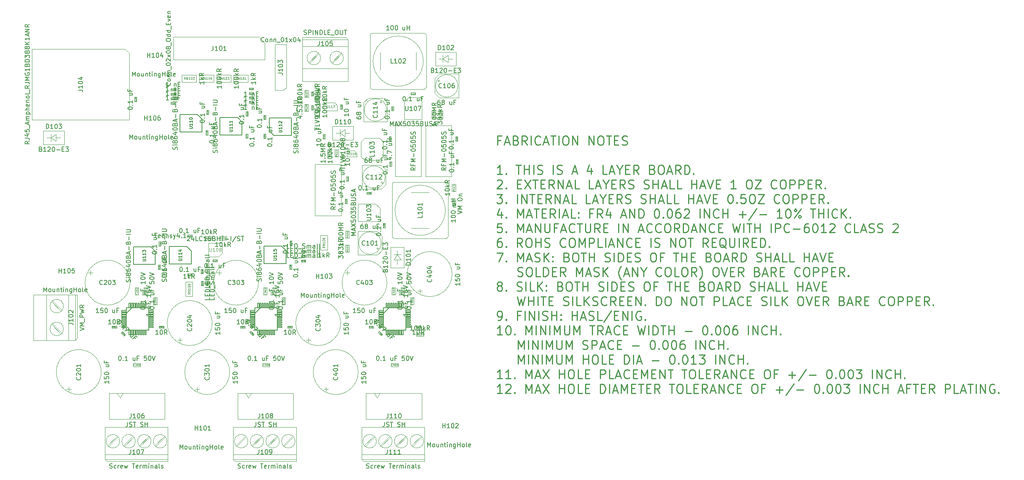
<source format=gbr>
G04 #@! TF.GenerationSoftware,KiCad,Pcbnew,5.1.9*
G04 #@! TF.CreationDate,2021-04-11T15:07:21-04:00*
G04 #@! TF.ProjectId,cnc-controller,636e632d-636f-46e7-9472-6f6c6c65722e,rev?*
G04 #@! TF.SameCoordinates,Original*
G04 #@! TF.FileFunction,Other,Fab,Top*
%FSLAX46Y46*%
G04 Gerber Fmt 4.6, Leading zero omitted, Abs format (unit mm)*
G04 Created by KiCad (PCBNEW 5.1.9) date 2021-04-11 15:07:21*
%MOMM*%
%LPD*%
G01*
G04 APERTURE LIST*
%ADD10C,0.250000*%
%ADD11C,0.100000*%
%ADD12C,0.152400*%
%ADD13C,0.150000*%
%ADD14C,0.120000*%
%ADD15C,0.075000*%
%ADD16C,0.110000*%
%ADD17C,0.040000*%
%ADD18C,0.060000*%
G04 APERTURE END LIST*
D10*
X114792557Y-65500942D02*
X114125890Y-65500942D01*
X114125890Y-66548561D02*
X114125890Y-64548561D01*
X115078271Y-64548561D01*
X115744938Y-65977133D02*
X116697319Y-65977133D01*
X115554461Y-66548561D02*
X116221128Y-64548561D01*
X116887795Y-66548561D01*
X118221128Y-65500942D02*
X118506842Y-65596180D01*
X118602080Y-65691419D01*
X118697319Y-65881895D01*
X118697319Y-66167609D01*
X118602080Y-66358085D01*
X118506842Y-66453323D01*
X118316366Y-66548561D01*
X117554461Y-66548561D01*
X117554461Y-64548561D01*
X118221128Y-64548561D01*
X118411604Y-64643800D01*
X118506842Y-64739038D01*
X118602080Y-64929514D01*
X118602080Y-65119990D01*
X118506842Y-65310466D01*
X118411604Y-65405704D01*
X118221128Y-65500942D01*
X117554461Y-65500942D01*
X120697319Y-66548561D02*
X120030652Y-65596180D01*
X119554461Y-66548561D02*
X119554461Y-64548561D01*
X120316366Y-64548561D01*
X120506842Y-64643800D01*
X120602080Y-64739038D01*
X120697319Y-64929514D01*
X120697319Y-65215228D01*
X120602080Y-65405704D01*
X120506842Y-65500942D01*
X120316366Y-65596180D01*
X119554461Y-65596180D01*
X121554461Y-66548561D02*
X121554461Y-64548561D01*
X123649700Y-66358085D02*
X123554461Y-66453323D01*
X123268747Y-66548561D01*
X123078271Y-66548561D01*
X122792557Y-66453323D01*
X122602080Y-66262847D01*
X122506842Y-66072371D01*
X122411604Y-65691419D01*
X122411604Y-65405704D01*
X122506842Y-65024752D01*
X122602080Y-64834276D01*
X122792557Y-64643800D01*
X123078271Y-64548561D01*
X123268747Y-64548561D01*
X123554461Y-64643800D01*
X123649700Y-64739038D01*
X124411604Y-65977133D02*
X125363985Y-65977133D01*
X124221128Y-66548561D02*
X124887795Y-64548561D01*
X125554461Y-66548561D01*
X125935414Y-64548561D02*
X127078271Y-64548561D01*
X126506842Y-66548561D02*
X126506842Y-64548561D01*
X127744938Y-66548561D02*
X127744938Y-64548561D01*
X129078271Y-64548561D02*
X129459223Y-64548561D01*
X129649700Y-64643800D01*
X129840176Y-64834276D01*
X129935414Y-65215228D01*
X129935414Y-65881895D01*
X129840176Y-66262847D01*
X129649700Y-66453323D01*
X129459223Y-66548561D01*
X129078271Y-66548561D01*
X128887795Y-66453323D01*
X128697319Y-66262847D01*
X128602080Y-65881895D01*
X128602080Y-65215228D01*
X128697319Y-64834276D01*
X128887795Y-64643800D01*
X129078271Y-64548561D01*
X130792557Y-66548561D02*
X130792557Y-64548561D01*
X131935414Y-66548561D01*
X131935414Y-64548561D01*
X134411604Y-66548561D02*
X134411604Y-64548561D01*
X135554461Y-66548561D01*
X135554461Y-64548561D01*
X136887795Y-64548561D02*
X137268747Y-64548561D01*
X137459223Y-64643800D01*
X137649700Y-64834276D01*
X137744938Y-65215228D01*
X137744938Y-65881895D01*
X137649700Y-66262847D01*
X137459223Y-66453323D01*
X137268747Y-66548561D01*
X136887795Y-66548561D01*
X136697319Y-66453323D01*
X136506842Y-66262847D01*
X136411604Y-65881895D01*
X136411604Y-65215228D01*
X136506842Y-64834276D01*
X136697319Y-64643800D01*
X136887795Y-64548561D01*
X138316366Y-64548561D02*
X139459223Y-64548561D01*
X138887795Y-66548561D02*
X138887795Y-64548561D01*
X140125890Y-65500942D02*
X140792557Y-65500942D01*
X141078271Y-66548561D02*
X140125890Y-66548561D01*
X140125890Y-64548561D01*
X141078271Y-64548561D01*
X141840176Y-66453323D02*
X142125890Y-66548561D01*
X142602080Y-66548561D01*
X142792557Y-66453323D01*
X142887795Y-66358085D01*
X142983033Y-66167609D01*
X142983033Y-65977133D01*
X142887795Y-65786657D01*
X142792557Y-65691419D01*
X142602080Y-65596180D01*
X142221128Y-65500942D01*
X142030652Y-65405704D01*
X141935414Y-65310466D01*
X141840176Y-65119990D01*
X141840176Y-64929514D01*
X141935414Y-64739038D01*
X142030652Y-64643800D01*
X142221128Y-64548561D01*
X142697319Y-64548561D01*
X142983033Y-64643800D01*
X115173509Y-73048561D02*
X114030652Y-73048561D01*
X114602080Y-73048561D02*
X114602080Y-71048561D01*
X114411604Y-71334276D01*
X114221128Y-71524752D01*
X114030652Y-71619990D01*
X116030652Y-72858085D02*
X116125890Y-72953323D01*
X116030652Y-73048561D01*
X115935414Y-72953323D01*
X116030652Y-72858085D01*
X116030652Y-73048561D01*
X118221128Y-71048561D02*
X119363985Y-71048561D01*
X118792557Y-73048561D02*
X118792557Y-71048561D01*
X120030652Y-73048561D02*
X120030652Y-71048561D01*
X120030652Y-72000942D02*
X121173509Y-72000942D01*
X121173509Y-73048561D02*
X121173509Y-71048561D01*
X122125890Y-73048561D02*
X122125890Y-71048561D01*
X122983033Y-72953323D02*
X123268747Y-73048561D01*
X123744938Y-73048561D01*
X123935414Y-72953323D01*
X124030652Y-72858085D01*
X124125890Y-72667609D01*
X124125890Y-72477133D01*
X124030652Y-72286657D01*
X123935414Y-72191419D01*
X123744938Y-72096180D01*
X123363985Y-72000942D01*
X123173509Y-71905704D01*
X123078271Y-71810466D01*
X122983033Y-71619990D01*
X122983033Y-71429514D01*
X123078271Y-71239038D01*
X123173509Y-71143800D01*
X123363985Y-71048561D01*
X123840176Y-71048561D01*
X124125890Y-71143800D01*
X126506842Y-73048561D02*
X126506842Y-71048561D01*
X127363985Y-72953323D02*
X127649700Y-73048561D01*
X128125890Y-73048561D01*
X128316366Y-72953323D01*
X128411604Y-72858085D01*
X128506842Y-72667609D01*
X128506842Y-72477133D01*
X128411604Y-72286657D01*
X128316366Y-72191419D01*
X128125890Y-72096180D01*
X127744938Y-72000942D01*
X127554461Y-71905704D01*
X127459223Y-71810466D01*
X127363985Y-71619990D01*
X127363985Y-71429514D01*
X127459223Y-71239038D01*
X127554461Y-71143800D01*
X127744938Y-71048561D01*
X128221128Y-71048561D01*
X128506842Y-71143800D01*
X130792557Y-72477133D02*
X131744938Y-72477133D01*
X130602080Y-73048561D02*
X131268747Y-71048561D01*
X131935414Y-73048561D01*
X134983033Y-71715228D02*
X134983033Y-73048561D01*
X134506842Y-70953323D02*
X134030652Y-72381895D01*
X135268747Y-72381895D01*
X138506842Y-73048561D02*
X137554461Y-73048561D01*
X137554461Y-71048561D01*
X139078271Y-72477133D02*
X140030652Y-72477133D01*
X138887795Y-73048561D02*
X139554461Y-71048561D01*
X140221128Y-73048561D01*
X141268747Y-72096180D02*
X141268747Y-73048561D01*
X140602080Y-71048561D02*
X141268747Y-72096180D01*
X141935414Y-71048561D01*
X142602080Y-72000942D02*
X143268747Y-72000942D01*
X143554461Y-73048561D02*
X142602080Y-73048561D01*
X142602080Y-71048561D01*
X143554461Y-71048561D01*
X145554461Y-73048561D02*
X144887795Y-72096180D01*
X144411604Y-73048561D02*
X144411604Y-71048561D01*
X145173509Y-71048561D01*
X145363985Y-71143800D01*
X145459223Y-71239038D01*
X145554461Y-71429514D01*
X145554461Y-71715228D01*
X145459223Y-71905704D01*
X145363985Y-72000942D01*
X145173509Y-72096180D01*
X144411604Y-72096180D01*
X148602080Y-72000942D02*
X148887795Y-72096180D01*
X148983033Y-72191419D01*
X149078271Y-72381895D01*
X149078271Y-72667609D01*
X148983033Y-72858085D01*
X148887795Y-72953323D01*
X148697319Y-73048561D01*
X147935414Y-73048561D01*
X147935414Y-71048561D01*
X148602080Y-71048561D01*
X148792557Y-71143800D01*
X148887795Y-71239038D01*
X148983033Y-71429514D01*
X148983033Y-71619990D01*
X148887795Y-71810466D01*
X148792557Y-71905704D01*
X148602080Y-72000942D01*
X147935414Y-72000942D01*
X150316366Y-71048561D02*
X150697319Y-71048561D01*
X150887795Y-71143800D01*
X151078271Y-71334276D01*
X151173509Y-71715228D01*
X151173509Y-72381895D01*
X151078271Y-72762847D01*
X150887795Y-72953323D01*
X150697319Y-73048561D01*
X150316366Y-73048561D01*
X150125890Y-72953323D01*
X149935414Y-72762847D01*
X149840176Y-72381895D01*
X149840176Y-71715228D01*
X149935414Y-71334276D01*
X150125890Y-71143800D01*
X150316366Y-71048561D01*
X151935414Y-72477133D02*
X152887795Y-72477133D01*
X151744938Y-73048561D02*
X152411604Y-71048561D01*
X153078271Y-73048561D01*
X154887795Y-73048561D02*
X154221128Y-72096180D01*
X153744938Y-73048561D02*
X153744938Y-71048561D01*
X154506842Y-71048561D01*
X154697319Y-71143800D01*
X154792557Y-71239038D01*
X154887795Y-71429514D01*
X154887795Y-71715228D01*
X154792557Y-71905704D01*
X154697319Y-72000942D01*
X154506842Y-72096180D01*
X153744938Y-72096180D01*
X155744938Y-73048561D02*
X155744938Y-71048561D01*
X156221128Y-71048561D01*
X156506842Y-71143800D01*
X156697319Y-71334276D01*
X156792557Y-71524752D01*
X156887795Y-71905704D01*
X156887795Y-72191419D01*
X156792557Y-72572371D01*
X156697319Y-72762847D01*
X156506842Y-72953323D01*
X156221128Y-73048561D01*
X155744938Y-73048561D01*
X157744938Y-72858085D02*
X157840176Y-72953323D01*
X157744938Y-73048561D01*
X157649700Y-72953323D01*
X157744938Y-72858085D01*
X157744938Y-73048561D01*
X114030652Y-74489038D02*
X114125890Y-74393800D01*
X114316366Y-74298561D01*
X114792557Y-74298561D01*
X114983033Y-74393800D01*
X115078271Y-74489038D01*
X115173509Y-74679514D01*
X115173509Y-74869990D01*
X115078271Y-75155704D01*
X113935414Y-76298561D01*
X115173509Y-76298561D01*
X116030652Y-76108085D02*
X116125890Y-76203323D01*
X116030652Y-76298561D01*
X115935414Y-76203323D01*
X116030652Y-76108085D01*
X116030652Y-76298561D01*
X118506842Y-75250942D02*
X119173509Y-75250942D01*
X119459223Y-76298561D02*
X118506842Y-76298561D01*
X118506842Y-74298561D01*
X119459223Y-74298561D01*
X120125890Y-74298561D02*
X121459223Y-76298561D01*
X121459223Y-74298561D02*
X120125890Y-76298561D01*
X121935414Y-74298561D02*
X123078271Y-74298561D01*
X122506842Y-76298561D02*
X122506842Y-74298561D01*
X123744938Y-75250942D02*
X124411604Y-75250942D01*
X124697319Y-76298561D02*
X123744938Y-76298561D01*
X123744938Y-74298561D01*
X124697319Y-74298561D01*
X126697319Y-76298561D02*
X126030652Y-75346180D01*
X125554461Y-76298561D02*
X125554461Y-74298561D01*
X126316366Y-74298561D01*
X126506842Y-74393800D01*
X126602080Y-74489038D01*
X126697319Y-74679514D01*
X126697319Y-74965228D01*
X126602080Y-75155704D01*
X126506842Y-75250942D01*
X126316366Y-75346180D01*
X125554461Y-75346180D01*
X127554461Y-76298561D02*
X127554461Y-74298561D01*
X128697319Y-76298561D01*
X128697319Y-74298561D01*
X129554461Y-75727133D02*
X130506842Y-75727133D01*
X129363985Y-76298561D02*
X130030652Y-74298561D01*
X130697319Y-76298561D01*
X132316366Y-76298561D02*
X131363985Y-76298561D01*
X131363985Y-74298561D01*
X135459223Y-76298561D02*
X134506842Y-76298561D01*
X134506842Y-74298561D01*
X136030652Y-75727133D02*
X136983033Y-75727133D01*
X135840176Y-76298561D02*
X136506842Y-74298561D01*
X137173509Y-76298561D01*
X138221128Y-75346180D02*
X138221128Y-76298561D01*
X137554461Y-74298561D02*
X138221128Y-75346180D01*
X138887795Y-74298561D01*
X139554461Y-75250942D02*
X140221128Y-75250942D01*
X140506842Y-76298561D02*
X139554461Y-76298561D01*
X139554461Y-74298561D01*
X140506842Y-74298561D01*
X142506842Y-76298561D02*
X141840176Y-75346180D01*
X141363985Y-76298561D02*
X141363985Y-74298561D01*
X142125890Y-74298561D01*
X142316366Y-74393800D01*
X142411604Y-74489038D01*
X142506842Y-74679514D01*
X142506842Y-74965228D01*
X142411604Y-75155704D01*
X142316366Y-75250942D01*
X142125890Y-75346180D01*
X141363985Y-75346180D01*
X143268747Y-76203323D02*
X143554461Y-76298561D01*
X144030652Y-76298561D01*
X144221128Y-76203323D01*
X144316366Y-76108085D01*
X144411604Y-75917609D01*
X144411604Y-75727133D01*
X144316366Y-75536657D01*
X144221128Y-75441419D01*
X144030652Y-75346180D01*
X143649700Y-75250942D01*
X143459223Y-75155704D01*
X143363985Y-75060466D01*
X143268747Y-74869990D01*
X143268747Y-74679514D01*
X143363985Y-74489038D01*
X143459223Y-74393800D01*
X143649700Y-74298561D01*
X144125890Y-74298561D01*
X144411604Y-74393800D01*
X146697319Y-76203323D02*
X146983033Y-76298561D01*
X147459223Y-76298561D01*
X147649700Y-76203323D01*
X147744938Y-76108085D01*
X147840176Y-75917609D01*
X147840176Y-75727133D01*
X147744938Y-75536657D01*
X147649700Y-75441419D01*
X147459223Y-75346180D01*
X147078271Y-75250942D01*
X146887795Y-75155704D01*
X146792557Y-75060466D01*
X146697319Y-74869990D01*
X146697319Y-74679514D01*
X146792557Y-74489038D01*
X146887795Y-74393800D01*
X147078271Y-74298561D01*
X147554461Y-74298561D01*
X147840176Y-74393800D01*
X148697319Y-76298561D02*
X148697319Y-74298561D01*
X148697319Y-75250942D02*
X149840176Y-75250942D01*
X149840176Y-76298561D02*
X149840176Y-74298561D01*
X150697319Y-75727133D02*
X151649700Y-75727133D01*
X150506842Y-76298561D02*
X151173509Y-74298561D01*
X151840176Y-76298561D01*
X153459223Y-76298561D02*
X152506842Y-76298561D01*
X152506842Y-74298561D01*
X155078271Y-76298561D02*
X154125890Y-76298561D01*
X154125890Y-74298561D01*
X157268747Y-76298561D02*
X157268747Y-74298561D01*
X157268747Y-75250942D02*
X158411604Y-75250942D01*
X158411604Y-76298561D02*
X158411604Y-74298561D01*
X159268747Y-75727133D02*
X160221128Y-75727133D01*
X159078271Y-76298561D02*
X159744938Y-74298561D01*
X160411604Y-76298561D01*
X160792557Y-74298561D02*
X161459223Y-76298561D01*
X162125890Y-74298561D01*
X162792557Y-75250942D02*
X163459223Y-75250942D01*
X163744938Y-76298561D02*
X162792557Y-76298561D01*
X162792557Y-74298561D01*
X163744938Y-74298561D01*
X167173509Y-76298561D02*
X166030652Y-76298561D01*
X166602080Y-76298561D02*
X166602080Y-74298561D01*
X166411604Y-74584276D01*
X166221128Y-74774752D01*
X166030652Y-74869990D01*
X169935414Y-74298561D02*
X170316366Y-74298561D01*
X170506842Y-74393800D01*
X170697319Y-74584276D01*
X170792557Y-74965228D01*
X170792557Y-75631895D01*
X170697319Y-76012847D01*
X170506842Y-76203323D01*
X170316366Y-76298561D01*
X169935414Y-76298561D01*
X169744938Y-76203323D01*
X169554461Y-76012847D01*
X169459223Y-75631895D01*
X169459223Y-74965228D01*
X169554461Y-74584276D01*
X169744938Y-74393800D01*
X169935414Y-74298561D01*
X171459223Y-74298561D02*
X172792557Y-74298561D01*
X171459223Y-76298561D01*
X172792557Y-76298561D01*
X176221128Y-76108085D02*
X176125890Y-76203323D01*
X175840176Y-76298561D01*
X175649700Y-76298561D01*
X175363985Y-76203323D01*
X175173509Y-76012847D01*
X175078271Y-75822371D01*
X174983033Y-75441419D01*
X174983033Y-75155704D01*
X175078271Y-74774752D01*
X175173509Y-74584276D01*
X175363985Y-74393800D01*
X175649700Y-74298561D01*
X175840176Y-74298561D01*
X176125890Y-74393800D01*
X176221128Y-74489038D01*
X177459223Y-74298561D02*
X177840176Y-74298561D01*
X178030652Y-74393800D01*
X178221128Y-74584276D01*
X178316366Y-74965228D01*
X178316366Y-75631895D01*
X178221128Y-76012847D01*
X178030652Y-76203323D01*
X177840176Y-76298561D01*
X177459223Y-76298561D01*
X177268747Y-76203323D01*
X177078271Y-76012847D01*
X176983033Y-75631895D01*
X176983033Y-74965228D01*
X177078271Y-74584276D01*
X177268747Y-74393800D01*
X177459223Y-74298561D01*
X179173509Y-76298561D02*
X179173509Y-74298561D01*
X179935414Y-74298561D01*
X180125890Y-74393800D01*
X180221128Y-74489038D01*
X180316366Y-74679514D01*
X180316366Y-74965228D01*
X180221128Y-75155704D01*
X180125890Y-75250942D01*
X179935414Y-75346180D01*
X179173509Y-75346180D01*
X181173509Y-76298561D02*
X181173509Y-74298561D01*
X181935414Y-74298561D01*
X182125890Y-74393800D01*
X182221128Y-74489038D01*
X182316366Y-74679514D01*
X182316366Y-74965228D01*
X182221128Y-75155704D01*
X182125890Y-75250942D01*
X181935414Y-75346180D01*
X181173509Y-75346180D01*
X183173509Y-75250942D02*
X183840176Y-75250942D01*
X184125890Y-76298561D02*
X183173509Y-76298561D01*
X183173509Y-74298561D01*
X184125890Y-74298561D01*
X186125890Y-76298561D02*
X185459223Y-75346180D01*
X184983033Y-76298561D02*
X184983033Y-74298561D01*
X185744938Y-74298561D01*
X185935414Y-74393800D01*
X186030652Y-74489038D01*
X186125890Y-74679514D01*
X186125890Y-74965228D01*
X186030652Y-75155704D01*
X185935414Y-75250942D01*
X185744938Y-75346180D01*
X184983033Y-75346180D01*
X186983033Y-76108085D02*
X187078271Y-76203323D01*
X186983033Y-76298561D01*
X186887795Y-76203323D01*
X186983033Y-76108085D01*
X186983033Y-76298561D01*
X113935414Y-77548561D02*
X115173509Y-77548561D01*
X114506842Y-78310466D01*
X114792557Y-78310466D01*
X114983033Y-78405704D01*
X115078271Y-78500942D01*
X115173509Y-78691419D01*
X115173509Y-79167609D01*
X115078271Y-79358085D01*
X114983033Y-79453323D01*
X114792557Y-79548561D01*
X114221128Y-79548561D01*
X114030652Y-79453323D01*
X113935414Y-79358085D01*
X116030652Y-79358085D02*
X116125890Y-79453323D01*
X116030652Y-79548561D01*
X115935414Y-79453323D01*
X116030652Y-79358085D01*
X116030652Y-79548561D01*
X118506842Y-79548561D02*
X118506842Y-77548561D01*
X119459223Y-79548561D02*
X119459223Y-77548561D01*
X120602080Y-79548561D01*
X120602080Y-77548561D01*
X121268747Y-77548561D02*
X122411604Y-77548561D01*
X121840176Y-79548561D02*
X121840176Y-77548561D01*
X123078271Y-78500942D02*
X123744938Y-78500942D01*
X124030652Y-79548561D02*
X123078271Y-79548561D01*
X123078271Y-77548561D01*
X124030652Y-77548561D01*
X126030652Y-79548561D02*
X125363985Y-78596180D01*
X124887795Y-79548561D02*
X124887795Y-77548561D01*
X125649700Y-77548561D01*
X125840176Y-77643800D01*
X125935414Y-77739038D01*
X126030652Y-77929514D01*
X126030652Y-78215228D01*
X125935414Y-78405704D01*
X125840176Y-78500942D01*
X125649700Y-78596180D01*
X124887795Y-78596180D01*
X126887795Y-79548561D02*
X126887795Y-77548561D01*
X128030652Y-79548561D01*
X128030652Y-77548561D01*
X128887795Y-78977133D02*
X129840176Y-78977133D01*
X128697319Y-79548561D02*
X129363985Y-77548561D01*
X130030652Y-79548561D01*
X131649700Y-79548561D02*
X130697319Y-79548561D01*
X130697319Y-77548561D01*
X134792557Y-79548561D02*
X133840176Y-79548561D01*
X133840176Y-77548561D01*
X135363985Y-78977133D02*
X136316366Y-78977133D01*
X135173509Y-79548561D02*
X135840176Y-77548561D01*
X136506842Y-79548561D01*
X137554461Y-78596180D02*
X137554461Y-79548561D01*
X136887795Y-77548561D02*
X137554461Y-78596180D01*
X138221128Y-77548561D01*
X138887795Y-78500942D02*
X139554461Y-78500942D01*
X139840176Y-79548561D02*
X138887795Y-79548561D01*
X138887795Y-77548561D01*
X139840176Y-77548561D01*
X141840176Y-79548561D02*
X141173509Y-78596180D01*
X140697319Y-79548561D02*
X140697319Y-77548561D01*
X141459223Y-77548561D01*
X141649700Y-77643800D01*
X141744938Y-77739038D01*
X141840176Y-77929514D01*
X141840176Y-78215228D01*
X141744938Y-78405704D01*
X141649700Y-78500942D01*
X141459223Y-78596180D01*
X140697319Y-78596180D01*
X142602080Y-79453323D02*
X142887795Y-79548561D01*
X143363985Y-79548561D01*
X143554461Y-79453323D01*
X143649700Y-79358085D01*
X143744938Y-79167609D01*
X143744938Y-78977133D01*
X143649700Y-78786657D01*
X143554461Y-78691419D01*
X143363985Y-78596180D01*
X142983033Y-78500942D01*
X142792557Y-78405704D01*
X142697319Y-78310466D01*
X142602080Y-78119990D01*
X142602080Y-77929514D01*
X142697319Y-77739038D01*
X142792557Y-77643800D01*
X142983033Y-77548561D01*
X143459223Y-77548561D01*
X143744938Y-77643800D01*
X146030652Y-79453323D02*
X146316366Y-79548561D01*
X146792557Y-79548561D01*
X146983033Y-79453323D01*
X147078271Y-79358085D01*
X147173509Y-79167609D01*
X147173509Y-78977133D01*
X147078271Y-78786657D01*
X146983033Y-78691419D01*
X146792557Y-78596180D01*
X146411604Y-78500942D01*
X146221128Y-78405704D01*
X146125890Y-78310466D01*
X146030652Y-78119990D01*
X146030652Y-77929514D01*
X146125890Y-77739038D01*
X146221128Y-77643800D01*
X146411604Y-77548561D01*
X146887795Y-77548561D01*
X147173509Y-77643800D01*
X148030652Y-79548561D02*
X148030652Y-77548561D01*
X148030652Y-78500942D02*
X149173509Y-78500942D01*
X149173509Y-79548561D02*
X149173509Y-77548561D01*
X150030652Y-78977133D02*
X150983033Y-78977133D01*
X149840176Y-79548561D02*
X150506842Y-77548561D01*
X151173509Y-79548561D01*
X152792557Y-79548561D02*
X151840176Y-79548561D01*
X151840176Y-77548561D01*
X154411604Y-79548561D02*
X153459223Y-79548561D01*
X153459223Y-77548561D01*
X156602080Y-79548561D02*
X156602080Y-77548561D01*
X156602080Y-78500942D02*
X157744938Y-78500942D01*
X157744938Y-79548561D02*
X157744938Y-77548561D01*
X158602080Y-78977133D02*
X159554461Y-78977133D01*
X158411604Y-79548561D02*
X159078271Y-77548561D01*
X159744938Y-79548561D01*
X160125890Y-77548561D02*
X160792557Y-79548561D01*
X161459223Y-77548561D01*
X162125890Y-78500942D02*
X162792557Y-78500942D01*
X163078271Y-79548561D02*
X162125890Y-79548561D01*
X162125890Y-77548561D01*
X163078271Y-77548561D01*
X165840176Y-77548561D02*
X166030652Y-77548561D01*
X166221128Y-77643800D01*
X166316366Y-77739038D01*
X166411604Y-77929514D01*
X166506842Y-78310466D01*
X166506842Y-78786657D01*
X166411604Y-79167609D01*
X166316366Y-79358085D01*
X166221128Y-79453323D01*
X166030652Y-79548561D01*
X165840176Y-79548561D01*
X165649700Y-79453323D01*
X165554461Y-79358085D01*
X165459223Y-79167609D01*
X165363985Y-78786657D01*
X165363985Y-78310466D01*
X165459223Y-77929514D01*
X165554461Y-77739038D01*
X165649700Y-77643800D01*
X165840176Y-77548561D01*
X167363985Y-79358085D02*
X167459223Y-79453323D01*
X167363985Y-79548561D01*
X167268747Y-79453323D01*
X167363985Y-79358085D01*
X167363985Y-79548561D01*
X169268747Y-77548561D02*
X168316366Y-77548561D01*
X168221128Y-78500942D01*
X168316366Y-78405704D01*
X168506842Y-78310466D01*
X168983033Y-78310466D01*
X169173509Y-78405704D01*
X169268747Y-78500942D01*
X169363985Y-78691419D01*
X169363985Y-79167609D01*
X169268747Y-79358085D01*
X169173509Y-79453323D01*
X168983033Y-79548561D01*
X168506842Y-79548561D01*
X168316366Y-79453323D01*
X168221128Y-79358085D01*
X170602080Y-77548561D02*
X170983033Y-77548561D01*
X171173509Y-77643800D01*
X171363985Y-77834276D01*
X171459223Y-78215228D01*
X171459223Y-78881895D01*
X171363985Y-79262847D01*
X171173509Y-79453323D01*
X170983033Y-79548561D01*
X170602080Y-79548561D01*
X170411604Y-79453323D01*
X170221128Y-79262847D01*
X170125890Y-78881895D01*
X170125890Y-78215228D01*
X170221128Y-77834276D01*
X170411604Y-77643800D01*
X170602080Y-77548561D01*
X172125890Y-77548561D02*
X173459223Y-77548561D01*
X172125890Y-79548561D01*
X173459223Y-79548561D01*
X176887795Y-79358085D02*
X176792557Y-79453323D01*
X176506842Y-79548561D01*
X176316366Y-79548561D01*
X176030652Y-79453323D01*
X175840176Y-79262847D01*
X175744938Y-79072371D01*
X175649700Y-78691419D01*
X175649700Y-78405704D01*
X175744938Y-78024752D01*
X175840176Y-77834276D01*
X176030652Y-77643800D01*
X176316366Y-77548561D01*
X176506842Y-77548561D01*
X176792557Y-77643800D01*
X176887795Y-77739038D01*
X178125890Y-77548561D02*
X178506842Y-77548561D01*
X178697319Y-77643800D01*
X178887795Y-77834276D01*
X178983033Y-78215228D01*
X178983033Y-78881895D01*
X178887795Y-79262847D01*
X178697319Y-79453323D01*
X178506842Y-79548561D01*
X178125890Y-79548561D01*
X177935414Y-79453323D01*
X177744938Y-79262847D01*
X177649700Y-78881895D01*
X177649700Y-78215228D01*
X177744938Y-77834276D01*
X177935414Y-77643800D01*
X178125890Y-77548561D01*
X179840176Y-79548561D02*
X179840176Y-77548561D01*
X180602080Y-77548561D01*
X180792557Y-77643800D01*
X180887795Y-77739038D01*
X180983033Y-77929514D01*
X180983033Y-78215228D01*
X180887795Y-78405704D01*
X180792557Y-78500942D01*
X180602080Y-78596180D01*
X179840176Y-78596180D01*
X181840176Y-79548561D02*
X181840176Y-77548561D01*
X182602080Y-77548561D01*
X182792557Y-77643800D01*
X182887795Y-77739038D01*
X182983033Y-77929514D01*
X182983033Y-78215228D01*
X182887795Y-78405704D01*
X182792557Y-78500942D01*
X182602080Y-78596180D01*
X181840176Y-78596180D01*
X183840176Y-78500942D02*
X184506842Y-78500942D01*
X184792557Y-79548561D02*
X183840176Y-79548561D01*
X183840176Y-77548561D01*
X184792557Y-77548561D01*
X186792557Y-79548561D02*
X186125890Y-78596180D01*
X185649700Y-79548561D02*
X185649700Y-77548561D01*
X186411604Y-77548561D01*
X186602080Y-77643800D01*
X186697319Y-77739038D01*
X186792557Y-77929514D01*
X186792557Y-78215228D01*
X186697319Y-78405704D01*
X186602080Y-78500942D01*
X186411604Y-78596180D01*
X185649700Y-78596180D01*
X187649700Y-79358085D02*
X187744938Y-79453323D01*
X187649700Y-79548561D01*
X187554461Y-79453323D01*
X187649700Y-79358085D01*
X187649700Y-79548561D01*
X114983033Y-81465228D02*
X114983033Y-82798561D01*
X114506842Y-80703323D02*
X114030652Y-82131895D01*
X115268747Y-82131895D01*
X116030652Y-82608085D02*
X116125890Y-82703323D01*
X116030652Y-82798561D01*
X115935414Y-82703323D01*
X116030652Y-82608085D01*
X116030652Y-82798561D01*
X118506842Y-82798561D02*
X118506842Y-80798561D01*
X119173509Y-82227133D01*
X119840176Y-80798561D01*
X119840176Y-82798561D01*
X120697319Y-82227133D02*
X121649700Y-82227133D01*
X120506842Y-82798561D02*
X121173509Y-80798561D01*
X121840176Y-82798561D01*
X122221128Y-80798561D02*
X123363985Y-80798561D01*
X122792557Y-82798561D02*
X122792557Y-80798561D01*
X124030652Y-81750942D02*
X124697319Y-81750942D01*
X124983033Y-82798561D02*
X124030652Y-82798561D01*
X124030652Y-80798561D01*
X124983033Y-80798561D01*
X126983033Y-82798561D02*
X126316366Y-81846180D01*
X125840176Y-82798561D02*
X125840176Y-80798561D01*
X126602080Y-80798561D01*
X126792557Y-80893800D01*
X126887795Y-80989038D01*
X126983033Y-81179514D01*
X126983033Y-81465228D01*
X126887795Y-81655704D01*
X126792557Y-81750942D01*
X126602080Y-81846180D01*
X125840176Y-81846180D01*
X127840176Y-82798561D02*
X127840176Y-80798561D01*
X128697319Y-82227133D02*
X129649700Y-82227133D01*
X128506842Y-82798561D02*
X129173509Y-80798561D01*
X129840176Y-82798561D01*
X131459223Y-82798561D02*
X130506842Y-82798561D01*
X130506842Y-80798561D01*
X132125890Y-82608085D02*
X132221128Y-82703323D01*
X132125890Y-82798561D01*
X132030652Y-82703323D01*
X132125890Y-82608085D01*
X132125890Y-82798561D01*
X132125890Y-81560466D02*
X132221128Y-81655704D01*
X132125890Y-81750942D01*
X132030652Y-81655704D01*
X132125890Y-81560466D01*
X132125890Y-81750942D01*
X135268747Y-81750942D02*
X134602080Y-81750942D01*
X134602080Y-82798561D02*
X134602080Y-80798561D01*
X135554461Y-80798561D01*
X137459223Y-82798561D02*
X136792557Y-81846180D01*
X136316366Y-82798561D02*
X136316366Y-80798561D01*
X137078271Y-80798561D01*
X137268747Y-80893800D01*
X137363985Y-80989038D01*
X137459223Y-81179514D01*
X137459223Y-81465228D01*
X137363985Y-81655704D01*
X137268747Y-81750942D01*
X137078271Y-81846180D01*
X136316366Y-81846180D01*
X139173509Y-81465228D02*
X139173509Y-82798561D01*
X138697319Y-80703323D02*
X138221128Y-82131895D01*
X139459223Y-82131895D01*
X141649700Y-82227133D02*
X142602080Y-82227133D01*
X141459223Y-82798561D02*
X142125890Y-80798561D01*
X142792557Y-82798561D01*
X143459223Y-82798561D02*
X143459223Y-80798561D01*
X144602080Y-82798561D01*
X144602080Y-80798561D01*
X145554461Y-82798561D02*
X145554461Y-80798561D01*
X146030652Y-80798561D01*
X146316366Y-80893800D01*
X146506842Y-81084276D01*
X146602080Y-81274752D01*
X146697319Y-81655704D01*
X146697319Y-81941419D01*
X146602080Y-82322371D01*
X146506842Y-82512847D01*
X146316366Y-82703323D01*
X146030652Y-82798561D01*
X145554461Y-82798561D01*
X149459223Y-80798561D02*
X149649700Y-80798561D01*
X149840176Y-80893800D01*
X149935414Y-80989038D01*
X150030652Y-81179514D01*
X150125890Y-81560466D01*
X150125890Y-82036657D01*
X150030652Y-82417609D01*
X149935414Y-82608085D01*
X149840176Y-82703323D01*
X149649700Y-82798561D01*
X149459223Y-82798561D01*
X149268747Y-82703323D01*
X149173509Y-82608085D01*
X149078271Y-82417609D01*
X148983033Y-82036657D01*
X148983033Y-81560466D01*
X149078271Y-81179514D01*
X149173509Y-80989038D01*
X149268747Y-80893800D01*
X149459223Y-80798561D01*
X150983033Y-82608085D02*
X151078271Y-82703323D01*
X150983033Y-82798561D01*
X150887795Y-82703323D01*
X150983033Y-82608085D01*
X150983033Y-82798561D01*
X152316366Y-80798561D02*
X152506842Y-80798561D01*
X152697319Y-80893800D01*
X152792557Y-80989038D01*
X152887795Y-81179514D01*
X152983033Y-81560466D01*
X152983033Y-82036657D01*
X152887795Y-82417609D01*
X152792557Y-82608085D01*
X152697319Y-82703323D01*
X152506842Y-82798561D01*
X152316366Y-82798561D01*
X152125890Y-82703323D01*
X152030652Y-82608085D01*
X151935414Y-82417609D01*
X151840176Y-82036657D01*
X151840176Y-81560466D01*
X151935414Y-81179514D01*
X152030652Y-80989038D01*
X152125890Y-80893800D01*
X152316366Y-80798561D01*
X154697319Y-80798561D02*
X154316366Y-80798561D01*
X154125890Y-80893800D01*
X154030652Y-80989038D01*
X153840176Y-81274752D01*
X153744938Y-81655704D01*
X153744938Y-82417609D01*
X153840176Y-82608085D01*
X153935414Y-82703323D01*
X154125890Y-82798561D01*
X154506842Y-82798561D01*
X154697319Y-82703323D01*
X154792557Y-82608085D01*
X154887795Y-82417609D01*
X154887795Y-81941419D01*
X154792557Y-81750942D01*
X154697319Y-81655704D01*
X154506842Y-81560466D01*
X154125890Y-81560466D01*
X153935414Y-81655704D01*
X153840176Y-81750942D01*
X153744938Y-81941419D01*
X155649700Y-80989038D02*
X155744938Y-80893800D01*
X155935414Y-80798561D01*
X156411604Y-80798561D01*
X156602080Y-80893800D01*
X156697319Y-80989038D01*
X156792557Y-81179514D01*
X156792557Y-81369990D01*
X156697319Y-81655704D01*
X155554461Y-82798561D01*
X156792557Y-82798561D01*
X159173509Y-82798561D02*
X159173509Y-80798561D01*
X160125890Y-82798561D02*
X160125890Y-80798561D01*
X161268747Y-82798561D01*
X161268747Y-80798561D01*
X163363985Y-82608085D02*
X163268747Y-82703323D01*
X162983033Y-82798561D01*
X162792557Y-82798561D01*
X162506842Y-82703323D01*
X162316366Y-82512847D01*
X162221128Y-82322371D01*
X162125890Y-81941419D01*
X162125890Y-81655704D01*
X162221128Y-81274752D01*
X162316366Y-81084276D01*
X162506842Y-80893800D01*
X162792557Y-80798561D01*
X162983033Y-80798561D01*
X163268747Y-80893800D01*
X163363985Y-80989038D01*
X164221128Y-82798561D02*
X164221128Y-80798561D01*
X164221128Y-81750942D02*
X165363985Y-81750942D01*
X165363985Y-82798561D02*
X165363985Y-80798561D01*
X167840176Y-82036657D02*
X169363985Y-82036657D01*
X168602080Y-82798561D02*
X168602080Y-81274752D01*
X171744938Y-80703323D02*
X170030652Y-83274752D01*
X172411604Y-82036657D02*
X173935414Y-82036657D01*
X177459223Y-82798561D02*
X176316366Y-82798561D01*
X176887795Y-82798561D02*
X176887795Y-80798561D01*
X176697319Y-81084276D01*
X176506842Y-81274752D01*
X176316366Y-81369990D01*
X178697319Y-80798561D02*
X178887795Y-80798561D01*
X179078271Y-80893800D01*
X179173509Y-80989038D01*
X179268747Y-81179514D01*
X179363985Y-81560466D01*
X179363985Y-82036657D01*
X179268747Y-82417609D01*
X179173509Y-82608085D01*
X179078271Y-82703323D01*
X178887795Y-82798561D01*
X178697319Y-82798561D01*
X178506842Y-82703323D01*
X178411604Y-82608085D01*
X178316366Y-82417609D01*
X178221128Y-82036657D01*
X178221128Y-81560466D01*
X178316366Y-81179514D01*
X178411604Y-80989038D01*
X178506842Y-80893800D01*
X178697319Y-80798561D01*
X180125890Y-82798561D02*
X181649700Y-80798561D01*
X180411604Y-80798561D02*
X180602080Y-80893800D01*
X180697319Y-81084276D01*
X180602080Y-81274752D01*
X180411604Y-81369990D01*
X180221128Y-81274752D01*
X180125890Y-81084276D01*
X180221128Y-80893800D01*
X180411604Y-80798561D01*
X181554461Y-82703323D02*
X181649700Y-82512847D01*
X181554461Y-82322371D01*
X181363985Y-82227133D01*
X181173509Y-82322371D01*
X181078271Y-82512847D01*
X181173509Y-82703323D01*
X181363985Y-82798561D01*
X181554461Y-82703323D01*
X183744938Y-80798561D02*
X184887795Y-80798561D01*
X184316366Y-82798561D02*
X184316366Y-80798561D01*
X185554461Y-82798561D02*
X185554461Y-80798561D01*
X185554461Y-81750942D02*
X186697319Y-81750942D01*
X186697319Y-82798561D02*
X186697319Y-80798561D01*
X187649700Y-82798561D02*
X187649700Y-80798561D01*
X189744938Y-82608085D02*
X189649700Y-82703323D01*
X189363985Y-82798561D01*
X189173509Y-82798561D01*
X188887795Y-82703323D01*
X188697319Y-82512847D01*
X188602080Y-82322371D01*
X188506842Y-81941419D01*
X188506842Y-81655704D01*
X188602080Y-81274752D01*
X188697319Y-81084276D01*
X188887795Y-80893800D01*
X189173509Y-80798561D01*
X189363985Y-80798561D01*
X189649700Y-80893800D01*
X189744938Y-80989038D01*
X190602080Y-82798561D02*
X190602080Y-80798561D01*
X191744938Y-82798561D02*
X190887795Y-81655704D01*
X191744938Y-80798561D02*
X190602080Y-81941419D01*
X192602080Y-82608085D02*
X192697319Y-82703323D01*
X192602080Y-82798561D01*
X192506842Y-82703323D01*
X192602080Y-82608085D01*
X192602080Y-82798561D01*
X115078271Y-84048561D02*
X114125890Y-84048561D01*
X114030652Y-85000942D01*
X114125890Y-84905704D01*
X114316366Y-84810466D01*
X114792557Y-84810466D01*
X114983033Y-84905704D01*
X115078271Y-85000942D01*
X115173509Y-85191419D01*
X115173509Y-85667609D01*
X115078271Y-85858085D01*
X114983033Y-85953323D01*
X114792557Y-86048561D01*
X114316366Y-86048561D01*
X114125890Y-85953323D01*
X114030652Y-85858085D01*
X116030652Y-85858085D02*
X116125890Y-85953323D01*
X116030652Y-86048561D01*
X115935414Y-85953323D01*
X116030652Y-85858085D01*
X116030652Y-86048561D01*
X118506842Y-86048561D02*
X118506842Y-84048561D01*
X119173509Y-85477133D01*
X119840176Y-84048561D01*
X119840176Y-86048561D01*
X120697319Y-85477133D02*
X121649700Y-85477133D01*
X120506842Y-86048561D02*
X121173509Y-84048561D01*
X121840176Y-86048561D01*
X122506842Y-86048561D02*
X122506842Y-84048561D01*
X123649700Y-86048561D01*
X123649700Y-84048561D01*
X124602080Y-84048561D02*
X124602080Y-85667609D01*
X124697319Y-85858085D01*
X124792557Y-85953323D01*
X124983033Y-86048561D01*
X125363985Y-86048561D01*
X125554461Y-85953323D01*
X125649700Y-85858085D01*
X125744938Y-85667609D01*
X125744938Y-84048561D01*
X127363985Y-85000942D02*
X126697319Y-85000942D01*
X126697319Y-86048561D02*
X126697319Y-84048561D01*
X127649700Y-84048561D01*
X128316366Y-85477133D02*
X129268747Y-85477133D01*
X128125890Y-86048561D02*
X128792557Y-84048561D01*
X129459223Y-86048561D01*
X131268747Y-85858085D02*
X131173509Y-85953323D01*
X130887795Y-86048561D01*
X130697319Y-86048561D01*
X130411604Y-85953323D01*
X130221128Y-85762847D01*
X130125890Y-85572371D01*
X130030652Y-85191419D01*
X130030652Y-84905704D01*
X130125890Y-84524752D01*
X130221128Y-84334276D01*
X130411604Y-84143800D01*
X130697319Y-84048561D01*
X130887795Y-84048561D01*
X131173509Y-84143800D01*
X131268747Y-84239038D01*
X131840176Y-84048561D02*
X132983033Y-84048561D01*
X132411604Y-86048561D02*
X132411604Y-84048561D01*
X133649700Y-84048561D02*
X133649700Y-85667609D01*
X133744938Y-85858085D01*
X133840176Y-85953323D01*
X134030652Y-86048561D01*
X134411604Y-86048561D01*
X134602080Y-85953323D01*
X134697319Y-85858085D01*
X134792557Y-85667609D01*
X134792557Y-84048561D01*
X136887795Y-86048561D02*
X136221128Y-85096180D01*
X135744938Y-86048561D02*
X135744938Y-84048561D01*
X136506842Y-84048561D01*
X136697319Y-84143800D01*
X136792557Y-84239038D01*
X136887795Y-84429514D01*
X136887795Y-84715228D01*
X136792557Y-84905704D01*
X136697319Y-85000942D01*
X136506842Y-85096180D01*
X135744938Y-85096180D01*
X137744938Y-85000942D02*
X138411604Y-85000942D01*
X138697319Y-86048561D02*
X137744938Y-86048561D01*
X137744938Y-84048561D01*
X138697319Y-84048561D01*
X141078271Y-86048561D02*
X141078271Y-84048561D01*
X142030652Y-86048561D02*
X142030652Y-84048561D01*
X143173509Y-86048561D01*
X143173509Y-84048561D01*
X145554461Y-85477133D02*
X146506842Y-85477133D01*
X145363985Y-86048561D02*
X146030652Y-84048561D01*
X146697319Y-86048561D01*
X148506842Y-85858085D02*
X148411604Y-85953323D01*
X148125890Y-86048561D01*
X147935414Y-86048561D01*
X147649700Y-85953323D01*
X147459223Y-85762847D01*
X147363985Y-85572371D01*
X147268747Y-85191419D01*
X147268747Y-84905704D01*
X147363985Y-84524752D01*
X147459223Y-84334276D01*
X147649700Y-84143800D01*
X147935414Y-84048561D01*
X148125890Y-84048561D01*
X148411604Y-84143800D01*
X148506842Y-84239038D01*
X150506842Y-85858085D02*
X150411604Y-85953323D01*
X150125890Y-86048561D01*
X149935414Y-86048561D01*
X149649700Y-85953323D01*
X149459223Y-85762847D01*
X149363985Y-85572371D01*
X149268747Y-85191419D01*
X149268747Y-84905704D01*
X149363985Y-84524752D01*
X149459223Y-84334276D01*
X149649700Y-84143800D01*
X149935414Y-84048561D01*
X150125890Y-84048561D01*
X150411604Y-84143800D01*
X150506842Y-84239038D01*
X151744938Y-84048561D02*
X152125890Y-84048561D01*
X152316366Y-84143800D01*
X152506842Y-84334276D01*
X152602080Y-84715228D01*
X152602080Y-85381895D01*
X152506842Y-85762847D01*
X152316366Y-85953323D01*
X152125890Y-86048561D01*
X151744938Y-86048561D01*
X151554461Y-85953323D01*
X151363985Y-85762847D01*
X151268747Y-85381895D01*
X151268747Y-84715228D01*
X151363985Y-84334276D01*
X151554461Y-84143800D01*
X151744938Y-84048561D01*
X154602080Y-86048561D02*
X153935414Y-85096180D01*
X153459223Y-86048561D02*
X153459223Y-84048561D01*
X154221128Y-84048561D01*
X154411604Y-84143800D01*
X154506842Y-84239038D01*
X154602080Y-84429514D01*
X154602080Y-84715228D01*
X154506842Y-84905704D01*
X154411604Y-85000942D01*
X154221128Y-85096180D01*
X153459223Y-85096180D01*
X155459223Y-86048561D02*
X155459223Y-84048561D01*
X155935414Y-84048561D01*
X156221128Y-84143800D01*
X156411604Y-84334276D01*
X156506842Y-84524752D01*
X156602080Y-84905704D01*
X156602080Y-85191419D01*
X156506842Y-85572371D01*
X156411604Y-85762847D01*
X156221128Y-85953323D01*
X155935414Y-86048561D01*
X155459223Y-86048561D01*
X157363985Y-85477133D02*
X158316366Y-85477133D01*
X157173509Y-86048561D02*
X157840176Y-84048561D01*
X158506842Y-86048561D01*
X159173509Y-86048561D02*
X159173509Y-84048561D01*
X160316366Y-86048561D01*
X160316366Y-84048561D01*
X162411604Y-85858085D02*
X162316366Y-85953323D01*
X162030652Y-86048561D01*
X161840176Y-86048561D01*
X161554461Y-85953323D01*
X161363985Y-85762847D01*
X161268747Y-85572371D01*
X161173509Y-85191419D01*
X161173509Y-84905704D01*
X161268747Y-84524752D01*
X161363985Y-84334276D01*
X161554461Y-84143800D01*
X161840176Y-84048561D01*
X162030652Y-84048561D01*
X162316366Y-84143800D01*
X162411604Y-84239038D01*
X163268747Y-85000942D02*
X163935414Y-85000942D01*
X164221128Y-86048561D02*
X163268747Y-86048561D01*
X163268747Y-84048561D01*
X164221128Y-84048561D01*
X166411604Y-84048561D02*
X166887795Y-86048561D01*
X167268747Y-84619990D01*
X167649700Y-86048561D01*
X168125890Y-84048561D01*
X168887795Y-86048561D02*
X168887795Y-84048561D01*
X169554461Y-84048561D02*
X170697319Y-84048561D01*
X170125890Y-86048561D02*
X170125890Y-84048561D01*
X171363985Y-86048561D02*
X171363985Y-84048561D01*
X171363985Y-85000942D02*
X172506842Y-85000942D01*
X172506842Y-86048561D02*
X172506842Y-84048561D01*
X174983033Y-86048561D02*
X174983033Y-84048561D01*
X175935414Y-86048561D02*
X175935414Y-84048561D01*
X176697319Y-84048561D01*
X176887795Y-84143800D01*
X176983033Y-84239038D01*
X177078271Y-84429514D01*
X177078271Y-84715228D01*
X176983033Y-84905704D01*
X176887795Y-85000942D01*
X176697319Y-85096180D01*
X175935414Y-85096180D01*
X179078271Y-85858085D02*
X178983033Y-85953323D01*
X178697319Y-86048561D01*
X178506842Y-86048561D01*
X178221128Y-85953323D01*
X178030652Y-85762847D01*
X177935414Y-85572371D01*
X177840176Y-85191419D01*
X177840176Y-84905704D01*
X177935414Y-84524752D01*
X178030652Y-84334276D01*
X178221128Y-84143800D01*
X178506842Y-84048561D01*
X178697319Y-84048561D01*
X178983033Y-84143800D01*
X179078271Y-84239038D01*
X179935414Y-85286657D02*
X181459223Y-85286657D01*
X183268747Y-84048561D02*
X182887795Y-84048561D01*
X182697319Y-84143800D01*
X182602080Y-84239038D01*
X182411604Y-84524752D01*
X182316366Y-84905704D01*
X182316366Y-85667609D01*
X182411604Y-85858085D01*
X182506842Y-85953323D01*
X182697319Y-86048561D01*
X183078271Y-86048561D01*
X183268747Y-85953323D01*
X183363985Y-85858085D01*
X183459223Y-85667609D01*
X183459223Y-85191419D01*
X183363985Y-85000942D01*
X183268747Y-84905704D01*
X183078271Y-84810466D01*
X182697319Y-84810466D01*
X182506842Y-84905704D01*
X182411604Y-85000942D01*
X182316366Y-85191419D01*
X184697319Y-84048561D02*
X184887795Y-84048561D01*
X185078271Y-84143800D01*
X185173509Y-84239038D01*
X185268747Y-84429514D01*
X185363985Y-84810466D01*
X185363985Y-85286657D01*
X185268747Y-85667609D01*
X185173509Y-85858085D01*
X185078271Y-85953323D01*
X184887795Y-86048561D01*
X184697319Y-86048561D01*
X184506842Y-85953323D01*
X184411604Y-85858085D01*
X184316366Y-85667609D01*
X184221128Y-85286657D01*
X184221128Y-84810466D01*
X184316366Y-84429514D01*
X184411604Y-84239038D01*
X184506842Y-84143800D01*
X184697319Y-84048561D01*
X187268747Y-86048561D02*
X186125890Y-86048561D01*
X186697319Y-86048561D02*
X186697319Y-84048561D01*
X186506842Y-84334276D01*
X186316366Y-84524752D01*
X186125890Y-84619990D01*
X188030652Y-84239038D02*
X188125890Y-84143800D01*
X188316366Y-84048561D01*
X188792557Y-84048561D01*
X188983033Y-84143800D01*
X189078271Y-84239038D01*
X189173509Y-84429514D01*
X189173509Y-84619990D01*
X189078271Y-84905704D01*
X187935414Y-86048561D01*
X189173509Y-86048561D01*
X192697319Y-85858085D02*
X192602080Y-85953323D01*
X192316366Y-86048561D01*
X192125890Y-86048561D01*
X191840176Y-85953323D01*
X191649700Y-85762847D01*
X191554461Y-85572371D01*
X191459223Y-85191419D01*
X191459223Y-84905704D01*
X191554461Y-84524752D01*
X191649700Y-84334276D01*
X191840176Y-84143800D01*
X192125890Y-84048561D01*
X192316366Y-84048561D01*
X192602080Y-84143800D01*
X192697319Y-84239038D01*
X194506842Y-86048561D02*
X193554461Y-86048561D01*
X193554461Y-84048561D01*
X195078271Y-85477133D02*
X196030652Y-85477133D01*
X194887795Y-86048561D02*
X195554461Y-84048561D01*
X196221128Y-86048561D01*
X196792557Y-85953323D02*
X197078271Y-86048561D01*
X197554461Y-86048561D01*
X197744938Y-85953323D01*
X197840176Y-85858085D01*
X197935414Y-85667609D01*
X197935414Y-85477133D01*
X197840176Y-85286657D01*
X197744938Y-85191419D01*
X197554461Y-85096180D01*
X197173509Y-85000942D01*
X196983033Y-84905704D01*
X196887795Y-84810466D01*
X196792557Y-84619990D01*
X196792557Y-84429514D01*
X196887795Y-84239038D01*
X196983033Y-84143800D01*
X197173509Y-84048561D01*
X197649700Y-84048561D01*
X197935414Y-84143800D01*
X198697319Y-85953323D02*
X198983033Y-86048561D01*
X199459223Y-86048561D01*
X199649700Y-85953323D01*
X199744938Y-85858085D01*
X199840176Y-85667609D01*
X199840176Y-85477133D01*
X199744938Y-85286657D01*
X199649700Y-85191419D01*
X199459223Y-85096180D01*
X199078271Y-85000942D01*
X198887795Y-84905704D01*
X198792557Y-84810466D01*
X198697319Y-84619990D01*
X198697319Y-84429514D01*
X198792557Y-84239038D01*
X198887795Y-84143800D01*
X199078271Y-84048561D01*
X199554461Y-84048561D01*
X199840176Y-84143800D01*
X202125890Y-84239038D02*
X202221128Y-84143800D01*
X202411604Y-84048561D01*
X202887795Y-84048561D01*
X203078271Y-84143800D01*
X203173509Y-84239038D01*
X203268747Y-84429514D01*
X203268747Y-84619990D01*
X203173509Y-84905704D01*
X202030652Y-86048561D01*
X203268747Y-86048561D01*
X114983033Y-87298561D02*
X114602080Y-87298561D01*
X114411604Y-87393800D01*
X114316366Y-87489038D01*
X114125890Y-87774752D01*
X114030652Y-88155704D01*
X114030652Y-88917609D01*
X114125890Y-89108085D01*
X114221128Y-89203323D01*
X114411604Y-89298561D01*
X114792557Y-89298561D01*
X114983033Y-89203323D01*
X115078271Y-89108085D01*
X115173509Y-88917609D01*
X115173509Y-88441419D01*
X115078271Y-88250942D01*
X114983033Y-88155704D01*
X114792557Y-88060466D01*
X114411604Y-88060466D01*
X114221128Y-88155704D01*
X114125890Y-88250942D01*
X114030652Y-88441419D01*
X116030652Y-89108085D02*
X116125890Y-89203323D01*
X116030652Y-89298561D01*
X115935414Y-89203323D01*
X116030652Y-89108085D01*
X116030652Y-89298561D01*
X119649700Y-89298561D02*
X118983033Y-88346180D01*
X118506842Y-89298561D02*
X118506842Y-87298561D01*
X119268747Y-87298561D01*
X119459223Y-87393800D01*
X119554461Y-87489038D01*
X119649700Y-87679514D01*
X119649700Y-87965228D01*
X119554461Y-88155704D01*
X119459223Y-88250942D01*
X119268747Y-88346180D01*
X118506842Y-88346180D01*
X120887795Y-87298561D02*
X121268747Y-87298561D01*
X121459223Y-87393800D01*
X121649700Y-87584276D01*
X121744938Y-87965228D01*
X121744938Y-88631895D01*
X121649700Y-89012847D01*
X121459223Y-89203323D01*
X121268747Y-89298561D01*
X120887795Y-89298561D01*
X120697319Y-89203323D01*
X120506842Y-89012847D01*
X120411604Y-88631895D01*
X120411604Y-87965228D01*
X120506842Y-87584276D01*
X120697319Y-87393800D01*
X120887795Y-87298561D01*
X122602080Y-89298561D02*
X122602080Y-87298561D01*
X122602080Y-88250942D02*
X123744938Y-88250942D01*
X123744938Y-89298561D02*
X123744938Y-87298561D01*
X124602080Y-89203323D02*
X124887795Y-89298561D01*
X125363985Y-89298561D01*
X125554461Y-89203323D01*
X125649700Y-89108085D01*
X125744938Y-88917609D01*
X125744938Y-88727133D01*
X125649700Y-88536657D01*
X125554461Y-88441419D01*
X125363985Y-88346180D01*
X124983033Y-88250942D01*
X124792557Y-88155704D01*
X124697319Y-88060466D01*
X124602080Y-87869990D01*
X124602080Y-87679514D01*
X124697319Y-87489038D01*
X124792557Y-87393800D01*
X124983033Y-87298561D01*
X125459223Y-87298561D01*
X125744938Y-87393800D01*
X129268747Y-89108085D02*
X129173509Y-89203323D01*
X128887795Y-89298561D01*
X128697319Y-89298561D01*
X128411604Y-89203323D01*
X128221128Y-89012847D01*
X128125890Y-88822371D01*
X128030652Y-88441419D01*
X128030652Y-88155704D01*
X128125890Y-87774752D01*
X128221128Y-87584276D01*
X128411604Y-87393800D01*
X128697319Y-87298561D01*
X128887795Y-87298561D01*
X129173509Y-87393800D01*
X129268747Y-87489038D01*
X130506842Y-87298561D02*
X130887795Y-87298561D01*
X131078271Y-87393800D01*
X131268747Y-87584276D01*
X131363985Y-87965228D01*
X131363985Y-88631895D01*
X131268747Y-89012847D01*
X131078271Y-89203323D01*
X130887795Y-89298561D01*
X130506842Y-89298561D01*
X130316366Y-89203323D01*
X130125890Y-89012847D01*
X130030652Y-88631895D01*
X130030652Y-87965228D01*
X130125890Y-87584276D01*
X130316366Y-87393800D01*
X130506842Y-87298561D01*
X132221128Y-89298561D02*
X132221128Y-87298561D01*
X132887795Y-88727133D01*
X133554461Y-87298561D01*
X133554461Y-89298561D01*
X134506842Y-89298561D02*
X134506842Y-87298561D01*
X135268747Y-87298561D01*
X135459223Y-87393800D01*
X135554461Y-87489038D01*
X135649700Y-87679514D01*
X135649700Y-87965228D01*
X135554461Y-88155704D01*
X135459223Y-88250942D01*
X135268747Y-88346180D01*
X134506842Y-88346180D01*
X137459223Y-89298561D02*
X136506842Y-89298561D01*
X136506842Y-87298561D01*
X138125890Y-89298561D02*
X138125890Y-87298561D01*
X138983033Y-88727133D02*
X139935414Y-88727133D01*
X138792557Y-89298561D02*
X139459223Y-87298561D01*
X140125890Y-89298561D01*
X140792557Y-89298561D02*
X140792557Y-87298561D01*
X141935414Y-89298561D01*
X141935414Y-87298561D01*
X144030652Y-89108085D02*
X143935414Y-89203323D01*
X143649700Y-89298561D01*
X143459223Y-89298561D01*
X143173509Y-89203323D01*
X142983033Y-89012847D01*
X142887795Y-88822371D01*
X142792557Y-88441419D01*
X142792557Y-88155704D01*
X142887795Y-87774752D01*
X142983033Y-87584276D01*
X143173509Y-87393800D01*
X143459223Y-87298561D01*
X143649700Y-87298561D01*
X143935414Y-87393800D01*
X144030652Y-87489038D01*
X144887795Y-88250942D02*
X145554461Y-88250942D01*
X145840176Y-89298561D02*
X144887795Y-89298561D01*
X144887795Y-87298561D01*
X145840176Y-87298561D01*
X148221128Y-89298561D02*
X148221128Y-87298561D01*
X149078271Y-89203323D02*
X149363985Y-89298561D01*
X149840176Y-89298561D01*
X150030652Y-89203323D01*
X150125890Y-89108085D01*
X150221128Y-88917609D01*
X150221128Y-88727133D01*
X150125890Y-88536657D01*
X150030652Y-88441419D01*
X149840176Y-88346180D01*
X149459223Y-88250942D01*
X149268747Y-88155704D01*
X149173509Y-88060466D01*
X149078271Y-87869990D01*
X149078271Y-87679514D01*
X149173509Y-87489038D01*
X149268747Y-87393800D01*
X149459223Y-87298561D01*
X149935414Y-87298561D01*
X150221128Y-87393800D01*
X152602080Y-89298561D02*
X152602080Y-87298561D01*
X153744938Y-89298561D01*
X153744938Y-87298561D01*
X155078271Y-87298561D02*
X155459223Y-87298561D01*
X155649700Y-87393800D01*
X155840176Y-87584276D01*
X155935414Y-87965228D01*
X155935414Y-88631895D01*
X155840176Y-89012847D01*
X155649700Y-89203323D01*
X155459223Y-89298561D01*
X155078271Y-89298561D01*
X154887795Y-89203323D01*
X154697319Y-89012847D01*
X154602080Y-88631895D01*
X154602080Y-87965228D01*
X154697319Y-87584276D01*
X154887795Y-87393800D01*
X155078271Y-87298561D01*
X156506842Y-87298561D02*
X157649700Y-87298561D01*
X157078271Y-89298561D02*
X157078271Y-87298561D01*
X160983033Y-89298561D02*
X160316366Y-88346180D01*
X159840176Y-89298561D02*
X159840176Y-87298561D01*
X160602080Y-87298561D01*
X160792557Y-87393800D01*
X160887795Y-87489038D01*
X160983033Y-87679514D01*
X160983033Y-87965228D01*
X160887795Y-88155704D01*
X160792557Y-88250942D01*
X160602080Y-88346180D01*
X159840176Y-88346180D01*
X161840176Y-88250942D02*
X162506842Y-88250942D01*
X162792557Y-89298561D02*
X161840176Y-89298561D01*
X161840176Y-87298561D01*
X162792557Y-87298561D01*
X164983033Y-89489038D02*
X164792557Y-89393800D01*
X164602080Y-89203323D01*
X164316366Y-88917609D01*
X164125890Y-88822371D01*
X163935414Y-88822371D01*
X164030652Y-89298561D02*
X163840176Y-89203323D01*
X163649700Y-89012847D01*
X163554461Y-88631895D01*
X163554461Y-87965228D01*
X163649700Y-87584276D01*
X163840176Y-87393800D01*
X164030652Y-87298561D01*
X164411604Y-87298561D01*
X164602080Y-87393800D01*
X164792557Y-87584276D01*
X164887795Y-87965228D01*
X164887795Y-88631895D01*
X164792557Y-89012847D01*
X164602080Y-89203323D01*
X164411604Y-89298561D01*
X164030652Y-89298561D01*
X165744938Y-87298561D02*
X165744938Y-88917609D01*
X165840176Y-89108085D01*
X165935414Y-89203323D01*
X166125890Y-89298561D01*
X166506842Y-89298561D01*
X166697319Y-89203323D01*
X166792557Y-89108085D01*
X166887795Y-88917609D01*
X166887795Y-87298561D01*
X167840176Y-89298561D02*
X167840176Y-87298561D01*
X169935414Y-89298561D02*
X169268747Y-88346180D01*
X168792557Y-89298561D02*
X168792557Y-87298561D01*
X169554461Y-87298561D01*
X169744938Y-87393800D01*
X169840176Y-87489038D01*
X169935414Y-87679514D01*
X169935414Y-87965228D01*
X169840176Y-88155704D01*
X169744938Y-88250942D01*
X169554461Y-88346180D01*
X168792557Y-88346180D01*
X170792557Y-88250942D02*
X171459223Y-88250942D01*
X171744938Y-89298561D02*
X170792557Y-89298561D01*
X170792557Y-87298561D01*
X171744938Y-87298561D01*
X172602080Y-89298561D02*
X172602080Y-87298561D01*
X173078271Y-87298561D01*
X173363985Y-87393800D01*
X173554461Y-87584276D01*
X173649700Y-87774752D01*
X173744938Y-88155704D01*
X173744938Y-88441419D01*
X173649700Y-88822371D01*
X173554461Y-89012847D01*
X173363985Y-89203323D01*
X173078271Y-89298561D01*
X172602080Y-89298561D01*
X174602080Y-89108085D02*
X174697319Y-89203323D01*
X174602080Y-89298561D01*
X174506842Y-89203323D01*
X174602080Y-89108085D01*
X174602080Y-89298561D01*
X113935414Y-90548561D02*
X115268747Y-90548561D01*
X114411604Y-92548561D01*
X116030652Y-92358085D02*
X116125890Y-92453323D01*
X116030652Y-92548561D01*
X115935414Y-92453323D01*
X116030652Y-92358085D01*
X116030652Y-92548561D01*
X118506842Y-92548561D02*
X118506842Y-90548561D01*
X119173509Y-91977133D01*
X119840176Y-90548561D01*
X119840176Y-92548561D01*
X120697319Y-91977133D02*
X121649700Y-91977133D01*
X120506842Y-92548561D02*
X121173509Y-90548561D01*
X121840176Y-92548561D01*
X122411604Y-92453323D02*
X122697319Y-92548561D01*
X123173509Y-92548561D01*
X123363985Y-92453323D01*
X123459223Y-92358085D01*
X123554461Y-92167609D01*
X123554461Y-91977133D01*
X123459223Y-91786657D01*
X123363985Y-91691419D01*
X123173509Y-91596180D01*
X122792557Y-91500942D01*
X122602080Y-91405704D01*
X122506842Y-91310466D01*
X122411604Y-91119990D01*
X122411604Y-90929514D01*
X122506842Y-90739038D01*
X122602080Y-90643800D01*
X122792557Y-90548561D01*
X123268747Y-90548561D01*
X123554461Y-90643800D01*
X124411604Y-92548561D02*
X124411604Y-90548561D01*
X125554461Y-92548561D02*
X124697319Y-91405704D01*
X125554461Y-90548561D02*
X124411604Y-91691419D01*
X126411604Y-92358085D02*
X126506842Y-92453323D01*
X126411604Y-92548561D01*
X126316366Y-92453323D01*
X126411604Y-92358085D01*
X126411604Y-92548561D01*
X126411604Y-91310466D02*
X126506842Y-91405704D01*
X126411604Y-91500942D01*
X126316366Y-91405704D01*
X126411604Y-91310466D01*
X126411604Y-91500942D01*
X129554461Y-91500942D02*
X129840176Y-91596180D01*
X129935414Y-91691419D01*
X130030652Y-91881895D01*
X130030652Y-92167609D01*
X129935414Y-92358085D01*
X129840176Y-92453323D01*
X129649700Y-92548561D01*
X128887795Y-92548561D01*
X128887795Y-90548561D01*
X129554461Y-90548561D01*
X129744938Y-90643800D01*
X129840176Y-90739038D01*
X129935414Y-90929514D01*
X129935414Y-91119990D01*
X129840176Y-91310466D01*
X129744938Y-91405704D01*
X129554461Y-91500942D01*
X128887795Y-91500942D01*
X131268747Y-90548561D02*
X131649700Y-90548561D01*
X131840176Y-90643800D01*
X132030652Y-90834276D01*
X132125890Y-91215228D01*
X132125890Y-91881895D01*
X132030652Y-92262847D01*
X131840176Y-92453323D01*
X131649700Y-92548561D01*
X131268747Y-92548561D01*
X131078271Y-92453323D01*
X130887795Y-92262847D01*
X130792557Y-91881895D01*
X130792557Y-91215228D01*
X130887795Y-90834276D01*
X131078271Y-90643800D01*
X131268747Y-90548561D01*
X132697319Y-90548561D02*
X133840176Y-90548561D01*
X133268747Y-92548561D02*
X133268747Y-90548561D01*
X134506842Y-92548561D02*
X134506842Y-90548561D01*
X134506842Y-91500942D02*
X135649700Y-91500942D01*
X135649700Y-92548561D02*
X135649700Y-90548561D01*
X138030652Y-92453323D02*
X138316366Y-92548561D01*
X138792557Y-92548561D01*
X138983033Y-92453323D01*
X139078271Y-92358085D01*
X139173509Y-92167609D01*
X139173509Y-91977133D01*
X139078271Y-91786657D01*
X138983033Y-91691419D01*
X138792557Y-91596180D01*
X138411604Y-91500942D01*
X138221128Y-91405704D01*
X138125890Y-91310466D01*
X138030652Y-91119990D01*
X138030652Y-90929514D01*
X138125890Y-90739038D01*
X138221128Y-90643800D01*
X138411604Y-90548561D01*
X138887795Y-90548561D01*
X139173509Y-90643800D01*
X140030652Y-92548561D02*
X140030652Y-90548561D01*
X140983033Y-92548561D02*
X140983033Y-90548561D01*
X141459223Y-90548561D01*
X141744938Y-90643800D01*
X141935414Y-90834276D01*
X142030652Y-91024752D01*
X142125890Y-91405704D01*
X142125890Y-91691419D01*
X142030652Y-92072371D01*
X141935414Y-92262847D01*
X141744938Y-92453323D01*
X141459223Y-92548561D01*
X140983033Y-92548561D01*
X142983033Y-91500942D02*
X143649700Y-91500942D01*
X143935414Y-92548561D02*
X142983033Y-92548561D01*
X142983033Y-90548561D01*
X143935414Y-90548561D01*
X144697319Y-92453323D02*
X144983033Y-92548561D01*
X145459223Y-92548561D01*
X145649700Y-92453323D01*
X145744938Y-92358085D01*
X145840176Y-92167609D01*
X145840176Y-91977133D01*
X145744938Y-91786657D01*
X145649700Y-91691419D01*
X145459223Y-91596180D01*
X145078271Y-91500942D01*
X144887795Y-91405704D01*
X144792557Y-91310466D01*
X144697319Y-91119990D01*
X144697319Y-90929514D01*
X144792557Y-90739038D01*
X144887795Y-90643800D01*
X145078271Y-90548561D01*
X145554461Y-90548561D01*
X145840176Y-90643800D01*
X148602080Y-90548561D02*
X148983033Y-90548561D01*
X149173509Y-90643800D01*
X149363985Y-90834276D01*
X149459223Y-91215228D01*
X149459223Y-91881895D01*
X149363985Y-92262847D01*
X149173509Y-92453323D01*
X148983033Y-92548561D01*
X148602080Y-92548561D01*
X148411604Y-92453323D01*
X148221128Y-92262847D01*
X148125890Y-91881895D01*
X148125890Y-91215228D01*
X148221128Y-90834276D01*
X148411604Y-90643800D01*
X148602080Y-90548561D01*
X150983033Y-91500942D02*
X150316366Y-91500942D01*
X150316366Y-92548561D02*
X150316366Y-90548561D01*
X151268747Y-90548561D01*
X153268747Y-90548561D02*
X154411604Y-90548561D01*
X153840176Y-92548561D02*
X153840176Y-90548561D01*
X155078271Y-92548561D02*
X155078271Y-90548561D01*
X155078271Y-91500942D02*
X156221128Y-91500942D01*
X156221128Y-92548561D02*
X156221128Y-90548561D01*
X157173509Y-91500942D02*
X157840176Y-91500942D01*
X158125890Y-92548561D02*
X157173509Y-92548561D01*
X157173509Y-90548561D01*
X158125890Y-90548561D01*
X161173509Y-91500942D02*
X161459223Y-91596180D01*
X161554461Y-91691419D01*
X161649700Y-91881895D01*
X161649700Y-92167609D01*
X161554461Y-92358085D01*
X161459223Y-92453323D01*
X161268747Y-92548561D01*
X160506842Y-92548561D01*
X160506842Y-90548561D01*
X161173509Y-90548561D01*
X161363985Y-90643800D01*
X161459223Y-90739038D01*
X161554461Y-90929514D01*
X161554461Y-91119990D01*
X161459223Y-91310466D01*
X161363985Y-91405704D01*
X161173509Y-91500942D01*
X160506842Y-91500942D01*
X162887795Y-90548561D02*
X163268747Y-90548561D01*
X163459223Y-90643800D01*
X163649700Y-90834276D01*
X163744938Y-91215228D01*
X163744938Y-91881895D01*
X163649700Y-92262847D01*
X163459223Y-92453323D01*
X163268747Y-92548561D01*
X162887795Y-92548561D01*
X162697319Y-92453323D01*
X162506842Y-92262847D01*
X162411604Y-91881895D01*
X162411604Y-91215228D01*
X162506842Y-90834276D01*
X162697319Y-90643800D01*
X162887795Y-90548561D01*
X164506842Y-91977133D02*
X165459223Y-91977133D01*
X164316366Y-92548561D02*
X164983033Y-90548561D01*
X165649700Y-92548561D01*
X167459223Y-92548561D02*
X166792557Y-91596180D01*
X166316366Y-92548561D02*
X166316366Y-90548561D01*
X167078271Y-90548561D01*
X167268747Y-90643800D01*
X167363985Y-90739038D01*
X167459223Y-90929514D01*
X167459223Y-91215228D01*
X167363985Y-91405704D01*
X167268747Y-91500942D01*
X167078271Y-91596180D01*
X166316366Y-91596180D01*
X168316366Y-92548561D02*
X168316366Y-90548561D01*
X168792557Y-90548561D01*
X169078271Y-90643800D01*
X169268747Y-90834276D01*
X169363985Y-91024752D01*
X169459223Y-91405704D01*
X169459223Y-91691419D01*
X169363985Y-92072371D01*
X169268747Y-92262847D01*
X169078271Y-92453323D01*
X168792557Y-92548561D01*
X168316366Y-92548561D01*
X171744938Y-92453323D02*
X172030652Y-92548561D01*
X172506842Y-92548561D01*
X172697319Y-92453323D01*
X172792557Y-92358085D01*
X172887795Y-92167609D01*
X172887795Y-91977133D01*
X172792557Y-91786657D01*
X172697319Y-91691419D01*
X172506842Y-91596180D01*
X172125890Y-91500942D01*
X171935414Y-91405704D01*
X171840176Y-91310466D01*
X171744938Y-91119990D01*
X171744938Y-90929514D01*
X171840176Y-90739038D01*
X171935414Y-90643800D01*
X172125890Y-90548561D01*
X172602080Y-90548561D01*
X172887795Y-90643800D01*
X173744938Y-92548561D02*
X173744938Y-90548561D01*
X173744938Y-91500942D02*
X174887795Y-91500942D01*
X174887795Y-92548561D02*
X174887795Y-90548561D01*
X175744938Y-91977133D02*
X176697319Y-91977133D01*
X175554461Y-92548561D02*
X176221128Y-90548561D01*
X176887795Y-92548561D01*
X178506842Y-92548561D02*
X177554461Y-92548561D01*
X177554461Y-90548561D01*
X180125890Y-92548561D02*
X179173509Y-92548561D01*
X179173509Y-90548561D01*
X182316366Y-92548561D02*
X182316366Y-90548561D01*
X182316366Y-91500942D02*
X183459223Y-91500942D01*
X183459223Y-92548561D02*
X183459223Y-90548561D01*
X184316366Y-91977133D02*
X185268747Y-91977133D01*
X184125890Y-92548561D02*
X184792557Y-90548561D01*
X185459223Y-92548561D01*
X185840176Y-90548561D02*
X186506842Y-92548561D01*
X187173509Y-90548561D01*
X187840176Y-91500942D02*
X188506842Y-91500942D01*
X188792557Y-92548561D02*
X187840176Y-92548561D01*
X187840176Y-90548561D01*
X188792557Y-90548561D01*
X118602080Y-95703323D02*
X118887795Y-95798561D01*
X119363985Y-95798561D01*
X119554461Y-95703323D01*
X119649700Y-95608085D01*
X119744938Y-95417609D01*
X119744938Y-95227133D01*
X119649700Y-95036657D01*
X119554461Y-94941419D01*
X119363985Y-94846180D01*
X118983033Y-94750942D01*
X118792557Y-94655704D01*
X118697319Y-94560466D01*
X118602080Y-94369990D01*
X118602080Y-94179514D01*
X118697319Y-93989038D01*
X118792557Y-93893800D01*
X118983033Y-93798561D01*
X119459223Y-93798561D01*
X119744938Y-93893800D01*
X120983033Y-93798561D02*
X121363985Y-93798561D01*
X121554461Y-93893800D01*
X121744938Y-94084276D01*
X121840176Y-94465228D01*
X121840176Y-95131895D01*
X121744938Y-95512847D01*
X121554461Y-95703323D01*
X121363985Y-95798561D01*
X120983033Y-95798561D01*
X120792557Y-95703323D01*
X120602080Y-95512847D01*
X120506842Y-95131895D01*
X120506842Y-94465228D01*
X120602080Y-94084276D01*
X120792557Y-93893800D01*
X120983033Y-93798561D01*
X123649700Y-95798561D02*
X122697319Y-95798561D01*
X122697319Y-93798561D01*
X124316366Y-95798561D02*
X124316366Y-93798561D01*
X124792557Y-93798561D01*
X125078271Y-93893800D01*
X125268747Y-94084276D01*
X125363985Y-94274752D01*
X125459223Y-94655704D01*
X125459223Y-94941419D01*
X125363985Y-95322371D01*
X125268747Y-95512847D01*
X125078271Y-95703323D01*
X124792557Y-95798561D01*
X124316366Y-95798561D01*
X126316366Y-94750942D02*
X126983033Y-94750942D01*
X127268747Y-95798561D02*
X126316366Y-95798561D01*
X126316366Y-93798561D01*
X127268747Y-93798561D01*
X129268747Y-95798561D02*
X128602080Y-94846180D01*
X128125890Y-95798561D02*
X128125890Y-93798561D01*
X128887795Y-93798561D01*
X129078271Y-93893800D01*
X129173509Y-93989038D01*
X129268747Y-94179514D01*
X129268747Y-94465228D01*
X129173509Y-94655704D01*
X129078271Y-94750942D01*
X128887795Y-94846180D01*
X128125890Y-94846180D01*
X131649700Y-95798561D02*
X131649700Y-93798561D01*
X132316366Y-95227133D01*
X132983033Y-93798561D01*
X132983033Y-95798561D01*
X133840176Y-95227133D02*
X134792557Y-95227133D01*
X133649700Y-95798561D02*
X134316366Y-93798561D01*
X134983033Y-95798561D01*
X135554461Y-95703323D02*
X135840176Y-95798561D01*
X136316366Y-95798561D01*
X136506842Y-95703323D01*
X136602080Y-95608085D01*
X136697319Y-95417609D01*
X136697319Y-95227133D01*
X136602080Y-95036657D01*
X136506842Y-94941419D01*
X136316366Y-94846180D01*
X135935414Y-94750942D01*
X135744938Y-94655704D01*
X135649700Y-94560466D01*
X135554461Y-94369990D01*
X135554461Y-94179514D01*
X135649700Y-93989038D01*
X135744938Y-93893800D01*
X135935414Y-93798561D01*
X136411604Y-93798561D01*
X136697319Y-93893800D01*
X137554461Y-95798561D02*
X137554461Y-93798561D01*
X138697319Y-95798561D02*
X137840176Y-94655704D01*
X138697319Y-93798561D02*
X137554461Y-94941419D01*
X141649700Y-96560466D02*
X141554461Y-96465228D01*
X141363985Y-96179514D01*
X141268747Y-95989038D01*
X141173509Y-95703323D01*
X141078271Y-95227133D01*
X141078271Y-94846180D01*
X141173509Y-94369990D01*
X141268747Y-94084276D01*
X141363985Y-93893800D01*
X141554461Y-93608085D01*
X141649700Y-93512847D01*
X142316366Y-95227133D02*
X143268747Y-95227133D01*
X142125890Y-95798561D02*
X142792557Y-93798561D01*
X143459223Y-95798561D01*
X144125890Y-95798561D02*
X144125890Y-93798561D01*
X145268747Y-95798561D01*
X145268747Y-93798561D01*
X146602080Y-94846180D02*
X146602080Y-95798561D01*
X145935414Y-93798561D02*
X146602080Y-94846180D01*
X147268747Y-93798561D01*
X150602080Y-95608085D02*
X150506842Y-95703323D01*
X150221128Y-95798561D01*
X150030652Y-95798561D01*
X149744938Y-95703323D01*
X149554461Y-95512847D01*
X149459223Y-95322371D01*
X149363985Y-94941419D01*
X149363985Y-94655704D01*
X149459223Y-94274752D01*
X149554461Y-94084276D01*
X149744938Y-93893800D01*
X150030652Y-93798561D01*
X150221128Y-93798561D01*
X150506842Y-93893800D01*
X150602080Y-93989038D01*
X151840176Y-93798561D02*
X152221128Y-93798561D01*
X152411604Y-93893800D01*
X152602080Y-94084276D01*
X152697319Y-94465228D01*
X152697319Y-95131895D01*
X152602080Y-95512847D01*
X152411604Y-95703323D01*
X152221128Y-95798561D01*
X151840176Y-95798561D01*
X151649700Y-95703323D01*
X151459223Y-95512847D01*
X151363985Y-95131895D01*
X151363985Y-94465228D01*
X151459223Y-94084276D01*
X151649700Y-93893800D01*
X151840176Y-93798561D01*
X154506842Y-95798561D02*
X153554461Y-95798561D01*
X153554461Y-93798561D01*
X155554461Y-93798561D02*
X155935414Y-93798561D01*
X156125890Y-93893800D01*
X156316366Y-94084276D01*
X156411604Y-94465228D01*
X156411604Y-95131895D01*
X156316366Y-95512847D01*
X156125890Y-95703323D01*
X155935414Y-95798561D01*
X155554461Y-95798561D01*
X155363985Y-95703323D01*
X155173509Y-95512847D01*
X155078271Y-95131895D01*
X155078271Y-94465228D01*
X155173509Y-94084276D01*
X155363985Y-93893800D01*
X155554461Y-93798561D01*
X158411604Y-95798561D02*
X157744938Y-94846180D01*
X157268747Y-95798561D02*
X157268747Y-93798561D01*
X158030652Y-93798561D01*
X158221128Y-93893800D01*
X158316366Y-93989038D01*
X158411604Y-94179514D01*
X158411604Y-94465228D01*
X158316366Y-94655704D01*
X158221128Y-94750942D01*
X158030652Y-94846180D01*
X157268747Y-94846180D01*
X159078271Y-96560466D02*
X159173509Y-96465228D01*
X159363985Y-96179514D01*
X159459223Y-95989038D01*
X159554461Y-95703323D01*
X159649700Y-95227133D01*
X159649700Y-94846180D01*
X159554461Y-94369990D01*
X159459223Y-94084276D01*
X159363985Y-93893800D01*
X159173509Y-93608085D01*
X159078271Y-93512847D01*
X162506842Y-93798561D02*
X162887795Y-93798561D01*
X163078271Y-93893800D01*
X163268747Y-94084276D01*
X163363985Y-94465228D01*
X163363985Y-95131895D01*
X163268747Y-95512847D01*
X163078271Y-95703323D01*
X162887795Y-95798561D01*
X162506842Y-95798561D01*
X162316366Y-95703323D01*
X162125890Y-95512847D01*
X162030652Y-95131895D01*
X162030652Y-94465228D01*
X162125890Y-94084276D01*
X162316366Y-93893800D01*
X162506842Y-93798561D01*
X163935414Y-93798561D02*
X164602080Y-95798561D01*
X165268747Y-93798561D01*
X165935414Y-94750942D02*
X166602080Y-94750942D01*
X166887795Y-95798561D02*
X165935414Y-95798561D01*
X165935414Y-93798561D01*
X166887795Y-93798561D01*
X168887795Y-95798561D02*
X168221128Y-94846180D01*
X167744938Y-95798561D02*
X167744938Y-93798561D01*
X168506842Y-93798561D01*
X168697319Y-93893800D01*
X168792557Y-93989038D01*
X168887795Y-94179514D01*
X168887795Y-94465228D01*
X168792557Y-94655704D01*
X168697319Y-94750942D01*
X168506842Y-94846180D01*
X167744938Y-94846180D01*
X171935414Y-94750942D02*
X172221128Y-94846180D01*
X172316366Y-94941419D01*
X172411604Y-95131895D01*
X172411604Y-95417609D01*
X172316366Y-95608085D01*
X172221128Y-95703323D01*
X172030652Y-95798561D01*
X171268747Y-95798561D01*
X171268747Y-93798561D01*
X171935414Y-93798561D01*
X172125890Y-93893800D01*
X172221128Y-93989038D01*
X172316366Y-94179514D01*
X172316366Y-94369990D01*
X172221128Y-94560466D01*
X172125890Y-94655704D01*
X171935414Y-94750942D01*
X171268747Y-94750942D01*
X173173509Y-95227133D02*
X174125890Y-95227133D01*
X172983033Y-95798561D02*
X173649700Y-93798561D01*
X174316366Y-95798561D01*
X176125890Y-95798561D02*
X175459223Y-94846180D01*
X174983033Y-95798561D02*
X174983033Y-93798561D01*
X175744938Y-93798561D01*
X175935414Y-93893800D01*
X176030652Y-93989038D01*
X176125890Y-94179514D01*
X176125890Y-94465228D01*
X176030652Y-94655704D01*
X175935414Y-94750942D01*
X175744938Y-94846180D01*
X174983033Y-94846180D01*
X176983033Y-94750942D02*
X177649700Y-94750942D01*
X177935414Y-95798561D02*
X176983033Y-95798561D01*
X176983033Y-93798561D01*
X177935414Y-93798561D01*
X181459223Y-95608085D02*
X181363985Y-95703323D01*
X181078271Y-95798561D01*
X180887795Y-95798561D01*
X180602080Y-95703323D01*
X180411604Y-95512847D01*
X180316366Y-95322371D01*
X180221128Y-94941419D01*
X180221128Y-94655704D01*
X180316366Y-94274752D01*
X180411604Y-94084276D01*
X180602080Y-93893800D01*
X180887795Y-93798561D01*
X181078271Y-93798561D01*
X181363985Y-93893800D01*
X181459223Y-93989038D01*
X182697319Y-93798561D02*
X183078271Y-93798561D01*
X183268747Y-93893800D01*
X183459223Y-94084276D01*
X183554461Y-94465228D01*
X183554461Y-95131895D01*
X183459223Y-95512847D01*
X183268747Y-95703323D01*
X183078271Y-95798561D01*
X182697319Y-95798561D01*
X182506842Y-95703323D01*
X182316366Y-95512847D01*
X182221128Y-95131895D01*
X182221128Y-94465228D01*
X182316366Y-94084276D01*
X182506842Y-93893800D01*
X182697319Y-93798561D01*
X184411604Y-95798561D02*
X184411604Y-93798561D01*
X185173509Y-93798561D01*
X185363985Y-93893800D01*
X185459223Y-93989038D01*
X185554461Y-94179514D01*
X185554461Y-94465228D01*
X185459223Y-94655704D01*
X185363985Y-94750942D01*
X185173509Y-94846180D01*
X184411604Y-94846180D01*
X186411604Y-95798561D02*
X186411604Y-93798561D01*
X187173509Y-93798561D01*
X187363985Y-93893800D01*
X187459223Y-93989038D01*
X187554461Y-94179514D01*
X187554461Y-94465228D01*
X187459223Y-94655704D01*
X187363985Y-94750942D01*
X187173509Y-94846180D01*
X186411604Y-94846180D01*
X188411604Y-94750942D02*
X189078271Y-94750942D01*
X189363985Y-95798561D02*
X188411604Y-95798561D01*
X188411604Y-93798561D01*
X189363985Y-93798561D01*
X191363985Y-95798561D02*
X190697319Y-94846180D01*
X190221128Y-95798561D02*
X190221128Y-93798561D01*
X190983033Y-93798561D01*
X191173509Y-93893800D01*
X191268747Y-93989038D01*
X191363985Y-94179514D01*
X191363985Y-94465228D01*
X191268747Y-94655704D01*
X191173509Y-94750942D01*
X190983033Y-94846180D01*
X190221128Y-94846180D01*
X192221128Y-95608085D02*
X192316366Y-95703323D01*
X192221128Y-95798561D01*
X192125890Y-95703323D01*
X192221128Y-95608085D01*
X192221128Y-95798561D01*
X114411604Y-97905704D02*
X114221128Y-97810466D01*
X114125890Y-97715228D01*
X114030652Y-97524752D01*
X114030652Y-97429514D01*
X114125890Y-97239038D01*
X114221128Y-97143800D01*
X114411604Y-97048561D01*
X114792557Y-97048561D01*
X114983033Y-97143800D01*
X115078271Y-97239038D01*
X115173509Y-97429514D01*
X115173509Y-97524752D01*
X115078271Y-97715228D01*
X114983033Y-97810466D01*
X114792557Y-97905704D01*
X114411604Y-97905704D01*
X114221128Y-98000942D01*
X114125890Y-98096180D01*
X114030652Y-98286657D01*
X114030652Y-98667609D01*
X114125890Y-98858085D01*
X114221128Y-98953323D01*
X114411604Y-99048561D01*
X114792557Y-99048561D01*
X114983033Y-98953323D01*
X115078271Y-98858085D01*
X115173509Y-98667609D01*
X115173509Y-98286657D01*
X115078271Y-98096180D01*
X114983033Y-98000942D01*
X114792557Y-97905704D01*
X116030652Y-98858085D02*
X116125890Y-98953323D01*
X116030652Y-99048561D01*
X115935414Y-98953323D01*
X116030652Y-98858085D01*
X116030652Y-99048561D01*
X118411604Y-98953323D02*
X118697319Y-99048561D01*
X119173509Y-99048561D01*
X119363985Y-98953323D01*
X119459223Y-98858085D01*
X119554461Y-98667609D01*
X119554461Y-98477133D01*
X119459223Y-98286657D01*
X119363985Y-98191419D01*
X119173509Y-98096180D01*
X118792557Y-98000942D01*
X118602080Y-97905704D01*
X118506842Y-97810466D01*
X118411604Y-97619990D01*
X118411604Y-97429514D01*
X118506842Y-97239038D01*
X118602080Y-97143800D01*
X118792557Y-97048561D01*
X119268747Y-97048561D01*
X119554461Y-97143800D01*
X120411604Y-99048561D02*
X120411604Y-97048561D01*
X122316366Y-99048561D02*
X121363985Y-99048561D01*
X121363985Y-97048561D01*
X122983033Y-99048561D02*
X122983033Y-97048561D01*
X124125890Y-99048561D02*
X123268747Y-97905704D01*
X124125890Y-97048561D02*
X122983033Y-98191419D01*
X124983033Y-98858085D02*
X125078271Y-98953323D01*
X124983033Y-99048561D01*
X124887795Y-98953323D01*
X124983033Y-98858085D01*
X124983033Y-99048561D01*
X124983033Y-97810466D02*
X125078271Y-97905704D01*
X124983033Y-98000942D01*
X124887795Y-97905704D01*
X124983033Y-97810466D01*
X124983033Y-98000942D01*
X128125890Y-98000942D02*
X128411604Y-98096180D01*
X128506842Y-98191419D01*
X128602080Y-98381895D01*
X128602080Y-98667609D01*
X128506842Y-98858085D01*
X128411604Y-98953323D01*
X128221128Y-99048561D01*
X127459223Y-99048561D01*
X127459223Y-97048561D01*
X128125890Y-97048561D01*
X128316366Y-97143800D01*
X128411604Y-97239038D01*
X128506842Y-97429514D01*
X128506842Y-97619990D01*
X128411604Y-97810466D01*
X128316366Y-97905704D01*
X128125890Y-98000942D01*
X127459223Y-98000942D01*
X129840176Y-97048561D02*
X130221128Y-97048561D01*
X130411604Y-97143800D01*
X130602080Y-97334276D01*
X130697319Y-97715228D01*
X130697319Y-98381895D01*
X130602080Y-98762847D01*
X130411604Y-98953323D01*
X130221128Y-99048561D01*
X129840176Y-99048561D01*
X129649700Y-98953323D01*
X129459223Y-98762847D01*
X129363985Y-98381895D01*
X129363985Y-97715228D01*
X129459223Y-97334276D01*
X129649700Y-97143800D01*
X129840176Y-97048561D01*
X131268747Y-97048561D02*
X132411604Y-97048561D01*
X131840176Y-99048561D02*
X131840176Y-97048561D01*
X133078271Y-99048561D02*
X133078271Y-97048561D01*
X133078271Y-98000942D02*
X134221128Y-98000942D01*
X134221128Y-99048561D02*
X134221128Y-97048561D01*
X136602080Y-98953323D02*
X136887795Y-99048561D01*
X137363985Y-99048561D01*
X137554461Y-98953323D01*
X137649700Y-98858085D01*
X137744938Y-98667609D01*
X137744938Y-98477133D01*
X137649700Y-98286657D01*
X137554461Y-98191419D01*
X137363985Y-98096180D01*
X136983033Y-98000942D01*
X136792557Y-97905704D01*
X136697319Y-97810466D01*
X136602080Y-97619990D01*
X136602080Y-97429514D01*
X136697319Y-97239038D01*
X136792557Y-97143800D01*
X136983033Y-97048561D01*
X137459223Y-97048561D01*
X137744938Y-97143800D01*
X138602080Y-99048561D02*
X138602080Y-97048561D01*
X139554461Y-99048561D02*
X139554461Y-97048561D01*
X140030652Y-97048561D01*
X140316366Y-97143800D01*
X140506842Y-97334276D01*
X140602080Y-97524752D01*
X140697319Y-97905704D01*
X140697319Y-98191419D01*
X140602080Y-98572371D01*
X140506842Y-98762847D01*
X140316366Y-98953323D01*
X140030652Y-99048561D01*
X139554461Y-99048561D01*
X141554461Y-98000942D02*
X142221128Y-98000942D01*
X142506842Y-99048561D02*
X141554461Y-99048561D01*
X141554461Y-97048561D01*
X142506842Y-97048561D01*
X143268747Y-98953323D02*
X143554461Y-99048561D01*
X144030652Y-99048561D01*
X144221128Y-98953323D01*
X144316366Y-98858085D01*
X144411604Y-98667609D01*
X144411604Y-98477133D01*
X144316366Y-98286657D01*
X144221128Y-98191419D01*
X144030652Y-98096180D01*
X143649700Y-98000942D01*
X143459223Y-97905704D01*
X143363985Y-97810466D01*
X143268747Y-97619990D01*
X143268747Y-97429514D01*
X143363985Y-97239038D01*
X143459223Y-97143800D01*
X143649700Y-97048561D01*
X144125890Y-97048561D01*
X144411604Y-97143800D01*
X147173509Y-97048561D02*
X147554461Y-97048561D01*
X147744938Y-97143800D01*
X147935414Y-97334276D01*
X148030652Y-97715228D01*
X148030652Y-98381895D01*
X147935414Y-98762847D01*
X147744938Y-98953323D01*
X147554461Y-99048561D01*
X147173509Y-99048561D01*
X146983033Y-98953323D01*
X146792557Y-98762847D01*
X146697319Y-98381895D01*
X146697319Y-97715228D01*
X146792557Y-97334276D01*
X146983033Y-97143800D01*
X147173509Y-97048561D01*
X149554461Y-98000942D02*
X148887795Y-98000942D01*
X148887795Y-99048561D02*
X148887795Y-97048561D01*
X149840176Y-97048561D01*
X151840176Y-97048561D02*
X152983033Y-97048561D01*
X152411604Y-99048561D02*
X152411604Y-97048561D01*
X153649700Y-99048561D02*
X153649700Y-97048561D01*
X153649700Y-98000942D02*
X154792557Y-98000942D01*
X154792557Y-99048561D02*
X154792557Y-97048561D01*
X155744938Y-98000942D02*
X156411604Y-98000942D01*
X156697319Y-99048561D02*
X155744938Y-99048561D01*
X155744938Y-97048561D01*
X156697319Y-97048561D01*
X159744938Y-98000942D02*
X160030652Y-98096180D01*
X160125890Y-98191419D01*
X160221128Y-98381895D01*
X160221128Y-98667609D01*
X160125890Y-98858085D01*
X160030652Y-98953323D01*
X159840176Y-99048561D01*
X159078271Y-99048561D01*
X159078271Y-97048561D01*
X159744938Y-97048561D01*
X159935414Y-97143800D01*
X160030652Y-97239038D01*
X160125890Y-97429514D01*
X160125890Y-97619990D01*
X160030652Y-97810466D01*
X159935414Y-97905704D01*
X159744938Y-98000942D01*
X159078271Y-98000942D01*
X161459223Y-97048561D02*
X161840176Y-97048561D01*
X162030652Y-97143800D01*
X162221128Y-97334276D01*
X162316366Y-97715228D01*
X162316366Y-98381895D01*
X162221128Y-98762847D01*
X162030652Y-98953323D01*
X161840176Y-99048561D01*
X161459223Y-99048561D01*
X161268747Y-98953323D01*
X161078271Y-98762847D01*
X160983033Y-98381895D01*
X160983033Y-97715228D01*
X161078271Y-97334276D01*
X161268747Y-97143800D01*
X161459223Y-97048561D01*
X163078271Y-98477133D02*
X164030652Y-98477133D01*
X162887795Y-99048561D02*
X163554461Y-97048561D01*
X164221128Y-99048561D01*
X166030652Y-99048561D02*
X165363985Y-98096180D01*
X164887795Y-99048561D02*
X164887795Y-97048561D01*
X165649700Y-97048561D01*
X165840176Y-97143800D01*
X165935414Y-97239038D01*
X166030652Y-97429514D01*
X166030652Y-97715228D01*
X165935414Y-97905704D01*
X165840176Y-98000942D01*
X165649700Y-98096180D01*
X164887795Y-98096180D01*
X166887795Y-99048561D02*
X166887795Y-97048561D01*
X167363985Y-97048561D01*
X167649700Y-97143800D01*
X167840176Y-97334276D01*
X167935414Y-97524752D01*
X168030652Y-97905704D01*
X168030652Y-98191419D01*
X167935414Y-98572371D01*
X167840176Y-98762847D01*
X167649700Y-98953323D01*
X167363985Y-99048561D01*
X166887795Y-99048561D01*
X170316366Y-98953323D02*
X170602080Y-99048561D01*
X171078271Y-99048561D01*
X171268747Y-98953323D01*
X171363985Y-98858085D01*
X171459223Y-98667609D01*
X171459223Y-98477133D01*
X171363985Y-98286657D01*
X171268747Y-98191419D01*
X171078271Y-98096180D01*
X170697319Y-98000942D01*
X170506842Y-97905704D01*
X170411604Y-97810466D01*
X170316366Y-97619990D01*
X170316366Y-97429514D01*
X170411604Y-97239038D01*
X170506842Y-97143800D01*
X170697319Y-97048561D01*
X171173509Y-97048561D01*
X171459223Y-97143800D01*
X172316366Y-99048561D02*
X172316366Y-97048561D01*
X172316366Y-98000942D02*
X173459223Y-98000942D01*
X173459223Y-99048561D02*
X173459223Y-97048561D01*
X174316366Y-98477133D02*
X175268747Y-98477133D01*
X174125890Y-99048561D02*
X174792557Y-97048561D01*
X175459223Y-99048561D01*
X177078271Y-99048561D02*
X176125890Y-99048561D01*
X176125890Y-97048561D01*
X178697319Y-99048561D02*
X177744938Y-99048561D01*
X177744938Y-97048561D01*
X180887795Y-99048561D02*
X180887795Y-97048561D01*
X180887795Y-98000942D02*
X182030652Y-98000942D01*
X182030652Y-99048561D02*
X182030652Y-97048561D01*
X182887795Y-98477133D02*
X183840176Y-98477133D01*
X182697319Y-99048561D02*
X183363985Y-97048561D01*
X184030652Y-99048561D01*
X184411604Y-97048561D02*
X185078271Y-99048561D01*
X185744938Y-97048561D01*
X186411604Y-98000942D02*
X187078271Y-98000942D01*
X187363985Y-99048561D02*
X186411604Y-99048561D01*
X186411604Y-97048561D01*
X187363985Y-97048561D01*
X118506842Y-100298561D02*
X118983033Y-102298561D01*
X119363985Y-100869990D01*
X119744938Y-102298561D01*
X120221128Y-100298561D01*
X120983033Y-102298561D02*
X120983033Y-100298561D01*
X120983033Y-101250942D02*
X122125890Y-101250942D01*
X122125890Y-102298561D02*
X122125890Y-100298561D01*
X123078271Y-102298561D02*
X123078271Y-100298561D01*
X123744938Y-100298561D02*
X124887795Y-100298561D01*
X124316366Y-102298561D02*
X124316366Y-100298561D01*
X125554461Y-101250942D02*
X126221128Y-101250942D01*
X126506842Y-102298561D02*
X125554461Y-102298561D01*
X125554461Y-100298561D01*
X126506842Y-100298561D01*
X128792557Y-102203323D02*
X129078271Y-102298561D01*
X129554461Y-102298561D01*
X129744938Y-102203323D01*
X129840176Y-102108085D01*
X129935414Y-101917609D01*
X129935414Y-101727133D01*
X129840176Y-101536657D01*
X129744938Y-101441419D01*
X129554461Y-101346180D01*
X129173509Y-101250942D01*
X128983033Y-101155704D01*
X128887795Y-101060466D01*
X128792557Y-100869990D01*
X128792557Y-100679514D01*
X128887795Y-100489038D01*
X128983033Y-100393800D01*
X129173509Y-100298561D01*
X129649700Y-100298561D01*
X129935414Y-100393800D01*
X130792557Y-102298561D02*
X130792557Y-100298561D01*
X132697319Y-102298561D02*
X131744938Y-102298561D01*
X131744938Y-100298561D01*
X133363985Y-102298561D02*
X133363985Y-100298561D01*
X134506842Y-102298561D02*
X133649700Y-101155704D01*
X134506842Y-100298561D02*
X133363985Y-101441419D01*
X135268747Y-102203323D02*
X135554461Y-102298561D01*
X136030652Y-102298561D01*
X136221128Y-102203323D01*
X136316366Y-102108085D01*
X136411604Y-101917609D01*
X136411604Y-101727133D01*
X136316366Y-101536657D01*
X136221128Y-101441419D01*
X136030652Y-101346180D01*
X135649700Y-101250942D01*
X135459223Y-101155704D01*
X135363985Y-101060466D01*
X135268747Y-100869990D01*
X135268747Y-100679514D01*
X135363985Y-100489038D01*
X135459223Y-100393800D01*
X135649700Y-100298561D01*
X136125890Y-100298561D01*
X136411604Y-100393800D01*
X138411604Y-102108085D02*
X138316366Y-102203323D01*
X138030652Y-102298561D01*
X137840176Y-102298561D01*
X137554461Y-102203323D01*
X137363985Y-102012847D01*
X137268747Y-101822371D01*
X137173509Y-101441419D01*
X137173509Y-101155704D01*
X137268747Y-100774752D01*
X137363985Y-100584276D01*
X137554461Y-100393800D01*
X137840176Y-100298561D01*
X138030652Y-100298561D01*
X138316366Y-100393800D01*
X138411604Y-100489038D01*
X140411604Y-102298561D02*
X139744938Y-101346180D01*
X139268747Y-102298561D02*
X139268747Y-100298561D01*
X140030652Y-100298561D01*
X140221128Y-100393800D01*
X140316366Y-100489038D01*
X140411604Y-100679514D01*
X140411604Y-100965228D01*
X140316366Y-101155704D01*
X140221128Y-101250942D01*
X140030652Y-101346180D01*
X139268747Y-101346180D01*
X141268747Y-101250942D02*
X141935414Y-101250942D01*
X142221128Y-102298561D02*
X141268747Y-102298561D01*
X141268747Y-100298561D01*
X142221128Y-100298561D01*
X143078271Y-101250942D02*
X143744938Y-101250942D01*
X144030652Y-102298561D02*
X143078271Y-102298561D01*
X143078271Y-100298561D01*
X144030652Y-100298561D01*
X144887795Y-102298561D02*
X144887795Y-100298561D01*
X146030652Y-102298561D01*
X146030652Y-100298561D01*
X146983033Y-102108085D02*
X147078271Y-102203323D01*
X146983033Y-102298561D01*
X146887795Y-102203323D01*
X146983033Y-102108085D01*
X146983033Y-102298561D01*
X149459223Y-102298561D02*
X149459223Y-100298561D01*
X149935414Y-100298561D01*
X150221128Y-100393800D01*
X150411604Y-100584276D01*
X150506842Y-100774752D01*
X150602080Y-101155704D01*
X150602080Y-101441419D01*
X150506842Y-101822371D01*
X150411604Y-102012847D01*
X150221128Y-102203323D01*
X149935414Y-102298561D01*
X149459223Y-102298561D01*
X151840176Y-100298561D02*
X152221128Y-100298561D01*
X152411604Y-100393800D01*
X152602080Y-100584276D01*
X152697319Y-100965228D01*
X152697319Y-101631895D01*
X152602080Y-102012847D01*
X152411604Y-102203323D01*
X152221128Y-102298561D01*
X151840176Y-102298561D01*
X151649700Y-102203323D01*
X151459223Y-102012847D01*
X151363985Y-101631895D01*
X151363985Y-100965228D01*
X151459223Y-100584276D01*
X151649700Y-100393800D01*
X151840176Y-100298561D01*
X155078271Y-102298561D02*
X155078271Y-100298561D01*
X156221128Y-102298561D01*
X156221128Y-100298561D01*
X157554461Y-100298561D02*
X157935414Y-100298561D01*
X158125890Y-100393800D01*
X158316366Y-100584276D01*
X158411604Y-100965228D01*
X158411604Y-101631895D01*
X158316366Y-102012847D01*
X158125890Y-102203323D01*
X157935414Y-102298561D01*
X157554461Y-102298561D01*
X157363985Y-102203323D01*
X157173509Y-102012847D01*
X157078271Y-101631895D01*
X157078271Y-100965228D01*
X157173509Y-100584276D01*
X157363985Y-100393800D01*
X157554461Y-100298561D01*
X158983033Y-100298561D02*
X160125890Y-100298561D01*
X159554461Y-102298561D02*
X159554461Y-100298561D01*
X162316366Y-102298561D02*
X162316366Y-100298561D01*
X163078271Y-100298561D01*
X163268747Y-100393800D01*
X163363985Y-100489038D01*
X163459223Y-100679514D01*
X163459223Y-100965228D01*
X163363985Y-101155704D01*
X163268747Y-101250942D01*
X163078271Y-101346180D01*
X162316366Y-101346180D01*
X165268747Y-102298561D02*
X164316366Y-102298561D01*
X164316366Y-100298561D01*
X165840176Y-101727133D02*
X166792557Y-101727133D01*
X165649700Y-102298561D02*
X166316366Y-100298561D01*
X166983033Y-102298561D01*
X168792557Y-102108085D02*
X168697319Y-102203323D01*
X168411604Y-102298561D01*
X168221128Y-102298561D01*
X167935414Y-102203323D01*
X167744938Y-102012847D01*
X167649700Y-101822371D01*
X167554461Y-101441419D01*
X167554461Y-101155704D01*
X167649700Y-100774752D01*
X167744938Y-100584276D01*
X167935414Y-100393800D01*
X168221128Y-100298561D01*
X168411604Y-100298561D01*
X168697319Y-100393800D01*
X168792557Y-100489038D01*
X169649700Y-101250942D02*
X170316366Y-101250942D01*
X170602080Y-102298561D02*
X169649700Y-102298561D01*
X169649700Y-100298561D01*
X170602080Y-100298561D01*
X172887795Y-102203323D02*
X173173509Y-102298561D01*
X173649700Y-102298561D01*
X173840176Y-102203323D01*
X173935414Y-102108085D01*
X174030652Y-101917609D01*
X174030652Y-101727133D01*
X173935414Y-101536657D01*
X173840176Y-101441419D01*
X173649700Y-101346180D01*
X173268747Y-101250942D01*
X173078271Y-101155704D01*
X172983033Y-101060466D01*
X172887795Y-100869990D01*
X172887795Y-100679514D01*
X172983033Y-100489038D01*
X173078271Y-100393800D01*
X173268747Y-100298561D01*
X173744938Y-100298561D01*
X174030652Y-100393800D01*
X174887795Y-102298561D02*
X174887795Y-100298561D01*
X176792557Y-102298561D02*
X175840176Y-102298561D01*
X175840176Y-100298561D01*
X177459223Y-102298561D02*
X177459223Y-100298561D01*
X178602080Y-102298561D02*
X177744938Y-101155704D01*
X178602080Y-100298561D02*
X177459223Y-101441419D01*
X181363985Y-100298561D02*
X181744938Y-100298561D01*
X181935414Y-100393800D01*
X182125890Y-100584276D01*
X182221128Y-100965228D01*
X182221128Y-101631895D01*
X182125890Y-102012847D01*
X181935414Y-102203323D01*
X181744938Y-102298561D01*
X181363985Y-102298561D01*
X181173509Y-102203323D01*
X180983033Y-102012847D01*
X180887795Y-101631895D01*
X180887795Y-100965228D01*
X180983033Y-100584276D01*
X181173509Y-100393800D01*
X181363985Y-100298561D01*
X182792557Y-100298561D02*
X183459223Y-102298561D01*
X184125890Y-100298561D01*
X184792557Y-101250942D02*
X185459223Y-101250942D01*
X185744938Y-102298561D02*
X184792557Y-102298561D01*
X184792557Y-100298561D01*
X185744938Y-100298561D01*
X187744938Y-102298561D02*
X187078271Y-101346180D01*
X186602080Y-102298561D02*
X186602080Y-100298561D01*
X187363985Y-100298561D01*
X187554461Y-100393800D01*
X187649700Y-100489038D01*
X187744938Y-100679514D01*
X187744938Y-100965228D01*
X187649700Y-101155704D01*
X187554461Y-101250942D01*
X187363985Y-101346180D01*
X186602080Y-101346180D01*
X190792557Y-101250942D02*
X191078271Y-101346180D01*
X191173509Y-101441419D01*
X191268747Y-101631895D01*
X191268747Y-101917609D01*
X191173509Y-102108085D01*
X191078271Y-102203323D01*
X190887795Y-102298561D01*
X190125890Y-102298561D01*
X190125890Y-100298561D01*
X190792557Y-100298561D01*
X190983033Y-100393800D01*
X191078271Y-100489038D01*
X191173509Y-100679514D01*
X191173509Y-100869990D01*
X191078271Y-101060466D01*
X190983033Y-101155704D01*
X190792557Y-101250942D01*
X190125890Y-101250942D01*
X192030652Y-101727133D02*
X192983033Y-101727133D01*
X191840176Y-102298561D02*
X192506842Y-100298561D01*
X193173509Y-102298561D01*
X194983033Y-102298561D02*
X194316366Y-101346180D01*
X193840176Y-102298561D02*
X193840176Y-100298561D01*
X194602080Y-100298561D01*
X194792557Y-100393800D01*
X194887795Y-100489038D01*
X194983033Y-100679514D01*
X194983033Y-100965228D01*
X194887795Y-101155704D01*
X194792557Y-101250942D01*
X194602080Y-101346180D01*
X193840176Y-101346180D01*
X195840176Y-101250942D02*
X196506842Y-101250942D01*
X196792557Y-102298561D02*
X195840176Y-102298561D01*
X195840176Y-100298561D01*
X196792557Y-100298561D01*
X200316366Y-102108085D02*
X200221128Y-102203323D01*
X199935414Y-102298561D01*
X199744938Y-102298561D01*
X199459223Y-102203323D01*
X199268747Y-102012847D01*
X199173509Y-101822371D01*
X199078271Y-101441419D01*
X199078271Y-101155704D01*
X199173509Y-100774752D01*
X199268747Y-100584276D01*
X199459223Y-100393800D01*
X199744938Y-100298561D01*
X199935414Y-100298561D01*
X200221128Y-100393800D01*
X200316366Y-100489038D01*
X201554461Y-100298561D02*
X201935414Y-100298561D01*
X202125890Y-100393800D01*
X202316366Y-100584276D01*
X202411604Y-100965228D01*
X202411604Y-101631895D01*
X202316366Y-102012847D01*
X202125890Y-102203323D01*
X201935414Y-102298561D01*
X201554461Y-102298561D01*
X201363985Y-102203323D01*
X201173509Y-102012847D01*
X201078271Y-101631895D01*
X201078271Y-100965228D01*
X201173509Y-100584276D01*
X201363985Y-100393800D01*
X201554461Y-100298561D01*
X203268747Y-102298561D02*
X203268747Y-100298561D01*
X204030652Y-100298561D01*
X204221128Y-100393800D01*
X204316366Y-100489038D01*
X204411604Y-100679514D01*
X204411604Y-100965228D01*
X204316366Y-101155704D01*
X204221128Y-101250942D01*
X204030652Y-101346180D01*
X203268747Y-101346180D01*
X205268747Y-102298561D02*
X205268747Y-100298561D01*
X206030652Y-100298561D01*
X206221128Y-100393800D01*
X206316366Y-100489038D01*
X206411604Y-100679514D01*
X206411604Y-100965228D01*
X206316366Y-101155704D01*
X206221128Y-101250942D01*
X206030652Y-101346180D01*
X205268747Y-101346180D01*
X207268747Y-101250942D02*
X207935414Y-101250942D01*
X208221128Y-102298561D02*
X207268747Y-102298561D01*
X207268747Y-100298561D01*
X208221128Y-100298561D01*
X210221128Y-102298561D02*
X209554461Y-101346180D01*
X209078271Y-102298561D02*
X209078271Y-100298561D01*
X209840176Y-100298561D01*
X210030652Y-100393800D01*
X210125890Y-100489038D01*
X210221128Y-100679514D01*
X210221128Y-100965228D01*
X210125890Y-101155704D01*
X210030652Y-101250942D01*
X209840176Y-101346180D01*
X209078271Y-101346180D01*
X211078271Y-102108085D02*
X211173509Y-102203323D01*
X211078271Y-102298561D01*
X210983033Y-102203323D01*
X211078271Y-102108085D01*
X211078271Y-102298561D01*
X114221128Y-105548561D02*
X114602080Y-105548561D01*
X114792557Y-105453323D01*
X114887795Y-105358085D01*
X115078271Y-105072371D01*
X115173509Y-104691419D01*
X115173509Y-103929514D01*
X115078271Y-103739038D01*
X114983033Y-103643800D01*
X114792557Y-103548561D01*
X114411604Y-103548561D01*
X114221128Y-103643800D01*
X114125890Y-103739038D01*
X114030652Y-103929514D01*
X114030652Y-104405704D01*
X114125890Y-104596180D01*
X114221128Y-104691419D01*
X114411604Y-104786657D01*
X114792557Y-104786657D01*
X114983033Y-104691419D01*
X115078271Y-104596180D01*
X115173509Y-104405704D01*
X116030652Y-105358085D02*
X116125890Y-105453323D01*
X116030652Y-105548561D01*
X115935414Y-105453323D01*
X116030652Y-105358085D01*
X116030652Y-105548561D01*
X119173509Y-104500942D02*
X118506842Y-104500942D01*
X118506842Y-105548561D02*
X118506842Y-103548561D01*
X119459223Y-103548561D01*
X120221128Y-105548561D02*
X120221128Y-103548561D01*
X121173509Y-105548561D02*
X121173509Y-103548561D01*
X122316366Y-105548561D01*
X122316366Y-103548561D01*
X123268747Y-105548561D02*
X123268747Y-103548561D01*
X124125890Y-105453323D02*
X124411604Y-105548561D01*
X124887795Y-105548561D01*
X125078271Y-105453323D01*
X125173509Y-105358085D01*
X125268747Y-105167609D01*
X125268747Y-104977133D01*
X125173509Y-104786657D01*
X125078271Y-104691419D01*
X124887795Y-104596180D01*
X124506842Y-104500942D01*
X124316366Y-104405704D01*
X124221128Y-104310466D01*
X124125890Y-104119990D01*
X124125890Y-103929514D01*
X124221128Y-103739038D01*
X124316366Y-103643800D01*
X124506842Y-103548561D01*
X124983033Y-103548561D01*
X125268747Y-103643800D01*
X126125890Y-105548561D02*
X126125890Y-103548561D01*
X126125890Y-104500942D02*
X127268747Y-104500942D01*
X127268747Y-105548561D02*
X127268747Y-103548561D01*
X128221128Y-105358085D02*
X128316366Y-105453323D01*
X128221128Y-105548561D01*
X128125890Y-105453323D01*
X128221128Y-105358085D01*
X128221128Y-105548561D01*
X128221128Y-104310466D02*
X128316366Y-104405704D01*
X128221128Y-104500942D01*
X128125890Y-104405704D01*
X128221128Y-104310466D01*
X128221128Y-104500942D01*
X130697319Y-105548561D02*
X130697319Y-103548561D01*
X130697319Y-104500942D02*
X131840176Y-104500942D01*
X131840176Y-105548561D02*
X131840176Y-103548561D01*
X132697319Y-104977133D02*
X133649700Y-104977133D01*
X132506842Y-105548561D02*
X133173509Y-103548561D01*
X133840176Y-105548561D01*
X134411604Y-105453323D02*
X134697319Y-105548561D01*
X135173509Y-105548561D01*
X135363985Y-105453323D01*
X135459223Y-105358085D01*
X135554461Y-105167609D01*
X135554461Y-104977133D01*
X135459223Y-104786657D01*
X135363985Y-104691419D01*
X135173509Y-104596180D01*
X134792557Y-104500942D01*
X134602080Y-104405704D01*
X134506842Y-104310466D01*
X134411604Y-104119990D01*
X134411604Y-103929514D01*
X134506842Y-103739038D01*
X134602080Y-103643800D01*
X134792557Y-103548561D01*
X135268747Y-103548561D01*
X135554461Y-103643800D01*
X137363985Y-105548561D02*
X136411604Y-105548561D01*
X136411604Y-103548561D01*
X139459223Y-103453323D02*
X137744938Y-106024752D01*
X140125890Y-104500942D02*
X140792557Y-104500942D01*
X141078271Y-105548561D02*
X140125890Y-105548561D01*
X140125890Y-103548561D01*
X141078271Y-103548561D01*
X141935414Y-105548561D02*
X141935414Y-103548561D01*
X143078271Y-105548561D01*
X143078271Y-103548561D01*
X144030652Y-105548561D02*
X144030652Y-103548561D01*
X146030652Y-103643800D02*
X145840176Y-103548561D01*
X145554461Y-103548561D01*
X145268747Y-103643800D01*
X145078271Y-103834276D01*
X144983033Y-104024752D01*
X144887795Y-104405704D01*
X144887795Y-104691419D01*
X144983033Y-105072371D01*
X145078271Y-105262847D01*
X145268747Y-105453323D01*
X145554461Y-105548561D01*
X145744938Y-105548561D01*
X146030652Y-105453323D01*
X146125890Y-105358085D01*
X146125890Y-104691419D01*
X145744938Y-104691419D01*
X146983033Y-105358085D02*
X147078271Y-105453323D01*
X146983033Y-105548561D01*
X146887795Y-105453323D01*
X146983033Y-105358085D01*
X146983033Y-105548561D01*
X115173509Y-108798561D02*
X114030652Y-108798561D01*
X114602080Y-108798561D02*
X114602080Y-106798561D01*
X114411604Y-107084276D01*
X114221128Y-107274752D01*
X114030652Y-107369990D01*
X116411604Y-106798561D02*
X116602080Y-106798561D01*
X116792557Y-106893800D01*
X116887795Y-106989038D01*
X116983033Y-107179514D01*
X117078271Y-107560466D01*
X117078271Y-108036657D01*
X116983033Y-108417609D01*
X116887795Y-108608085D01*
X116792557Y-108703323D01*
X116602080Y-108798561D01*
X116411604Y-108798561D01*
X116221128Y-108703323D01*
X116125890Y-108608085D01*
X116030652Y-108417609D01*
X115935414Y-108036657D01*
X115935414Y-107560466D01*
X116030652Y-107179514D01*
X116125890Y-106989038D01*
X116221128Y-106893800D01*
X116411604Y-106798561D01*
X117935414Y-108608085D02*
X118030652Y-108703323D01*
X117935414Y-108798561D01*
X117840176Y-108703323D01*
X117935414Y-108608085D01*
X117935414Y-108798561D01*
X120411604Y-108798561D02*
X120411604Y-106798561D01*
X121078271Y-108227133D01*
X121744938Y-106798561D01*
X121744938Y-108798561D01*
X122697319Y-108798561D02*
X122697319Y-106798561D01*
X123649700Y-108798561D02*
X123649700Y-106798561D01*
X124792557Y-108798561D01*
X124792557Y-106798561D01*
X125744938Y-108798561D02*
X125744938Y-106798561D01*
X126697319Y-108798561D02*
X126697319Y-106798561D01*
X127363985Y-108227133D01*
X128030652Y-106798561D01*
X128030652Y-108798561D01*
X128983033Y-106798561D02*
X128983033Y-108417609D01*
X129078271Y-108608085D01*
X129173509Y-108703323D01*
X129363985Y-108798561D01*
X129744938Y-108798561D01*
X129935414Y-108703323D01*
X130030652Y-108608085D01*
X130125890Y-108417609D01*
X130125890Y-106798561D01*
X131078271Y-108798561D02*
X131078271Y-106798561D01*
X131744938Y-108227133D01*
X132411604Y-106798561D01*
X132411604Y-108798561D01*
X134602080Y-106798561D02*
X135744938Y-106798561D01*
X135173509Y-108798561D02*
X135173509Y-106798561D01*
X137554461Y-108798561D02*
X136887795Y-107846180D01*
X136411604Y-108798561D02*
X136411604Y-106798561D01*
X137173509Y-106798561D01*
X137363985Y-106893800D01*
X137459223Y-106989038D01*
X137554461Y-107179514D01*
X137554461Y-107465228D01*
X137459223Y-107655704D01*
X137363985Y-107750942D01*
X137173509Y-107846180D01*
X136411604Y-107846180D01*
X138316366Y-108227133D02*
X139268747Y-108227133D01*
X138125890Y-108798561D02*
X138792557Y-106798561D01*
X139459223Y-108798561D01*
X141268747Y-108608085D02*
X141173509Y-108703323D01*
X140887795Y-108798561D01*
X140697319Y-108798561D01*
X140411604Y-108703323D01*
X140221128Y-108512847D01*
X140125890Y-108322371D01*
X140030652Y-107941419D01*
X140030652Y-107655704D01*
X140125890Y-107274752D01*
X140221128Y-107084276D01*
X140411604Y-106893800D01*
X140697319Y-106798561D01*
X140887795Y-106798561D01*
X141173509Y-106893800D01*
X141268747Y-106989038D01*
X142125890Y-107750942D02*
X142792557Y-107750942D01*
X143078271Y-108798561D02*
X142125890Y-108798561D01*
X142125890Y-106798561D01*
X143078271Y-106798561D01*
X145268747Y-106798561D02*
X145744938Y-108798561D01*
X146125890Y-107369990D01*
X146506842Y-108798561D01*
X146983033Y-106798561D01*
X147744938Y-108798561D02*
X147744938Y-106798561D01*
X148697319Y-108798561D02*
X148697319Y-106798561D01*
X149173509Y-106798561D01*
X149459223Y-106893800D01*
X149649700Y-107084276D01*
X149744938Y-107274752D01*
X149840176Y-107655704D01*
X149840176Y-107941419D01*
X149744938Y-108322371D01*
X149649700Y-108512847D01*
X149459223Y-108703323D01*
X149173509Y-108798561D01*
X148697319Y-108798561D01*
X150411604Y-106798561D02*
X151554461Y-106798561D01*
X150983033Y-108798561D02*
X150983033Y-106798561D01*
X152221128Y-108798561D02*
X152221128Y-106798561D01*
X152221128Y-107750942D02*
X153363985Y-107750942D01*
X153363985Y-108798561D02*
X153363985Y-106798561D01*
X155840176Y-108036657D02*
X157363985Y-108036657D01*
X160221128Y-106798561D02*
X160411604Y-106798561D01*
X160602080Y-106893800D01*
X160697319Y-106989038D01*
X160792557Y-107179514D01*
X160887795Y-107560466D01*
X160887795Y-108036657D01*
X160792557Y-108417609D01*
X160697319Y-108608085D01*
X160602080Y-108703323D01*
X160411604Y-108798561D01*
X160221128Y-108798561D01*
X160030652Y-108703323D01*
X159935414Y-108608085D01*
X159840176Y-108417609D01*
X159744938Y-108036657D01*
X159744938Y-107560466D01*
X159840176Y-107179514D01*
X159935414Y-106989038D01*
X160030652Y-106893800D01*
X160221128Y-106798561D01*
X161744938Y-108608085D02*
X161840176Y-108703323D01*
X161744938Y-108798561D01*
X161649700Y-108703323D01*
X161744938Y-108608085D01*
X161744938Y-108798561D01*
X163078271Y-106798561D02*
X163268747Y-106798561D01*
X163459223Y-106893800D01*
X163554461Y-106989038D01*
X163649700Y-107179514D01*
X163744938Y-107560466D01*
X163744938Y-108036657D01*
X163649700Y-108417609D01*
X163554461Y-108608085D01*
X163459223Y-108703323D01*
X163268747Y-108798561D01*
X163078271Y-108798561D01*
X162887795Y-108703323D01*
X162792557Y-108608085D01*
X162697319Y-108417609D01*
X162602080Y-108036657D01*
X162602080Y-107560466D01*
X162697319Y-107179514D01*
X162792557Y-106989038D01*
X162887795Y-106893800D01*
X163078271Y-106798561D01*
X164983033Y-106798561D02*
X165173509Y-106798561D01*
X165363985Y-106893800D01*
X165459223Y-106989038D01*
X165554461Y-107179514D01*
X165649700Y-107560466D01*
X165649700Y-108036657D01*
X165554461Y-108417609D01*
X165459223Y-108608085D01*
X165363985Y-108703323D01*
X165173509Y-108798561D01*
X164983033Y-108798561D01*
X164792557Y-108703323D01*
X164697319Y-108608085D01*
X164602080Y-108417609D01*
X164506842Y-108036657D01*
X164506842Y-107560466D01*
X164602080Y-107179514D01*
X164697319Y-106989038D01*
X164792557Y-106893800D01*
X164983033Y-106798561D01*
X167363985Y-106798561D02*
X166983033Y-106798561D01*
X166792557Y-106893800D01*
X166697319Y-106989038D01*
X166506842Y-107274752D01*
X166411604Y-107655704D01*
X166411604Y-108417609D01*
X166506842Y-108608085D01*
X166602080Y-108703323D01*
X166792557Y-108798561D01*
X167173509Y-108798561D01*
X167363985Y-108703323D01*
X167459223Y-108608085D01*
X167554461Y-108417609D01*
X167554461Y-107941419D01*
X167459223Y-107750942D01*
X167363985Y-107655704D01*
X167173509Y-107560466D01*
X166792557Y-107560466D01*
X166602080Y-107655704D01*
X166506842Y-107750942D01*
X166411604Y-107941419D01*
X169935414Y-108798561D02*
X169935414Y-106798561D01*
X170887795Y-108798561D02*
X170887795Y-106798561D01*
X172030652Y-108798561D01*
X172030652Y-106798561D01*
X174125890Y-108608085D02*
X174030652Y-108703323D01*
X173744938Y-108798561D01*
X173554461Y-108798561D01*
X173268747Y-108703323D01*
X173078271Y-108512847D01*
X172983033Y-108322371D01*
X172887795Y-107941419D01*
X172887795Y-107655704D01*
X172983033Y-107274752D01*
X173078271Y-107084276D01*
X173268747Y-106893800D01*
X173554461Y-106798561D01*
X173744938Y-106798561D01*
X174030652Y-106893800D01*
X174125890Y-106989038D01*
X174983033Y-108798561D02*
X174983033Y-106798561D01*
X174983033Y-107750942D02*
X176125890Y-107750942D01*
X176125890Y-108798561D02*
X176125890Y-106798561D01*
X177078271Y-108608085D02*
X177173509Y-108703323D01*
X177078271Y-108798561D01*
X176983033Y-108703323D01*
X177078271Y-108608085D01*
X177078271Y-108798561D01*
X118697319Y-112048561D02*
X118697319Y-110048561D01*
X119363985Y-111477133D01*
X120030652Y-110048561D01*
X120030652Y-112048561D01*
X120983033Y-112048561D02*
X120983033Y-110048561D01*
X121935414Y-112048561D02*
X121935414Y-110048561D01*
X123078271Y-112048561D01*
X123078271Y-110048561D01*
X124030652Y-112048561D02*
X124030652Y-110048561D01*
X124983033Y-112048561D02*
X124983033Y-110048561D01*
X125649700Y-111477133D01*
X126316366Y-110048561D01*
X126316366Y-112048561D01*
X127268747Y-110048561D02*
X127268747Y-111667609D01*
X127363985Y-111858085D01*
X127459223Y-111953323D01*
X127649700Y-112048561D01*
X128030652Y-112048561D01*
X128221128Y-111953323D01*
X128316366Y-111858085D01*
X128411604Y-111667609D01*
X128411604Y-110048561D01*
X129363985Y-112048561D02*
X129363985Y-110048561D01*
X130030652Y-111477133D01*
X130697319Y-110048561D01*
X130697319Y-112048561D01*
X133078271Y-111953323D02*
X133363985Y-112048561D01*
X133840176Y-112048561D01*
X134030652Y-111953323D01*
X134125890Y-111858085D01*
X134221128Y-111667609D01*
X134221128Y-111477133D01*
X134125890Y-111286657D01*
X134030652Y-111191419D01*
X133840176Y-111096180D01*
X133459223Y-111000942D01*
X133268747Y-110905704D01*
X133173509Y-110810466D01*
X133078271Y-110619990D01*
X133078271Y-110429514D01*
X133173509Y-110239038D01*
X133268747Y-110143800D01*
X133459223Y-110048561D01*
X133935414Y-110048561D01*
X134221128Y-110143800D01*
X135078271Y-112048561D02*
X135078271Y-110048561D01*
X135840176Y-110048561D01*
X136030652Y-110143800D01*
X136125890Y-110239038D01*
X136221128Y-110429514D01*
X136221128Y-110715228D01*
X136125890Y-110905704D01*
X136030652Y-111000942D01*
X135840176Y-111096180D01*
X135078271Y-111096180D01*
X136983033Y-111477133D02*
X137935414Y-111477133D01*
X136792557Y-112048561D02*
X137459223Y-110048561D01*
X138125890Y-112048561D01*
X139935414Y-111858085D02*
X139840176Y-111953323D01*
X139554461Y-112048561D01*
X139363985Y-112048561D01*
X139078271Y-111953323D01*
X138887795Y-111762847D01*
X138792557Y-111572371D01*
X138697319Y-111191419D01*
X138697319Y-110905704D01*
X138792557Y-110524752D01*
X138887795Y-110334276D01*
X139078271Y-110143800D01*
X139363985Y-110048561D01*
X139554461Y-110048561D01*
X139840176Y-110143800D01*
X139935414Y-110239038D01*
X140792557Y-111000942D02*
X141459223Y-111000942D01*
X141744938Y-112048561D02*
X140792557Y-112048561D01*
X140792557Y-110048561D01*
X141744938Y-110048561D01*
X144125890Y-111286657D02*
X145649700Y-111286657D01*
X148506842Y-110048561D02*
X148697319Y-110048561D01*
X148887795Y-110143800D01*
X148983033Y-110239038D01*
X149078271Y-110429514D01*
X149173509Y-110810466D01*
X149173509Y-111286657D01*
X149078271Y-111667609D01*
X148983033Y-111858085D01*
X148887795Y-111953323D01*
X148697319Y-112048561D01*
X148506842Y-112048561D01*
X148316366Y-111953323D01*
X148221128Y-111858085D01*
X148125890Y-111667609D01*
X148030652Y-111286657D01*
X148030652Y-110810466D01*
X148125890Y-110429514D01*
X148221128Y-110239038D01*
X148316366Y-110143800D01*
X148506842Y-110048561D01*
X150030652Y-111858085D02*
X150125890Y-111953323D01*
X150030652Y-112048561D01*
X149935414Y-111953323D01*
X150030652Y-111858085D01*
X150030652Y-112048561D01*
X151363985Y-110048561D02*
X151554461Y-110048561D01*
X151744938Y-110143800D01*
X151840176Y-110239038D01*
X151935414Y-110429514D01*
X152030652Y-110810466D01*
X152030652Y-111286657D01*
X151935414Y-111667609D01*
X151840176Y-111858085D01*
X151744938Y-111953323D01*
X151554461Y-112048561D01*
X151363985Y-112048561D01*
X151173509Y-111953323D01*
X151078271Y-111858085D01*
X150983033Y-111667609D01*
X150887795Y-111286657D01*
X150887795Y-110810466D01*
X150983033Y-110429514D01*
X151078271Y-110239038D01*
X151173509Y-110143800D01*
X151363985Y-110048561D01*
X153268747Y-110048561D02*
X153459223Y-110048561D01*
X153649700Y-110143800D01*
X153744938Y-110239038D01*
X153840176Y-110429514D01*
X153935414Y-110810466D01*
X153935414Y-111286657D01*
X153840176Y-111667609D01*
X153744938Y-111858085D01*
X153649700Y-111953323D01*
X153459223Y-112048561D01*
X153268747Y-112048561D01*
X153078271Y-111953323D01*
X152983033Y-111858085D01*
X152887795Y-111667609D01*
X152792557Y-111286657D01*
X152792557Y-110810466D01*
X152887795Y-110429514D01*
X152983033Y-110239038D01*
X153078271Y-110143800D01*
X153268747Y-110048561D01*
X155649700Y-110048561D02*
X155268747Y-110048561D01*
X155078271Y-110143800D01*
X154983033Y-110239038D01*
X154792557Y-110524752D01*
X154697319Y-110905704D01*
X154697319Y-111667609D01*
X154792557Y-111858085D01*
X154887795Y-111953323D01*
X155078271Y-112048561D01*
X155459223Y-112048561D01*
X155649700Y-111953323D01*
X155744938Y-111858085D01*
X155840176Y-111667609D01*
X155840176Y-111191419D01*
X155744938Y-111000942D01*
X155649700Y-110905704D01*
X155459223Y-110810466D01*
X155078271Y-110810466D01*
X154887795Y-110905704D01*
X154792557Y-111000942D01*
X154697319Y-111191419D01*
X158221128Y-112048561D02*
X158221128Y-110048561D01*
X159173509Y-112048561D02*
X159173509Y-110048561D01*
X160316366Y-112048561D01*
X160316366Y-110048561D01*
X162411604Y-111858085D02*
X162316366Y-111953323D01*
X162030652Y-112048561D01*
X161840176Y-112048561D01*
X161554461Y-111953323D01*
X161363985Y-111762847D01*
X161268747Y-111572371D01*
X161173509Y-111191419D01*
X161173509Y-110905704D01*
X161268747Y-110524752D01*
X161363985Y-110334276D01*
X161554461Y-110143800D01*
X161840176Y-110048561D01*
X162030652Y-110048561D01*
X162316366Y-110143800D01*
X162411604Y-110239038D01*
X163268747Y-112048561D02*
X163268747Y-110048561D01*
X163268747Y-111000942D02*
X164411604Y-111000942D01*
X164411604Y-112048561D02*
X164411604Y-110048561D01*
X165363985Y-111858085D02*
X165459223Y-111953323D01*
X165363985Y-112048561D01*
X165268747Y-111953323D01*
X165363985Y-111858085D01*
X165363985Y-112048561D01*
X118697319Y-115298561D02*
X118697319Y-113298561D01*
X119363985Y-114727133D01*
X120030652Y-113298561D01*
X120030652Y-115298561D01*
X120983033Y-115298561D02*
X120983033Y-113298561D01*
X121935414Y-115298561D02*
X121935414Y-113298561D01*
X123078271Y-115298561D01*
X123078271Y-113298561D01*
X124030652Y-115298561D02*
X124030652Y-113298561D01*
X124983033Y-115298561D02*
X124983033Y-113298561D01*
X125649700Y-114727133D01*
X126316366Y-113298561D01*
X126316366Y-115298561D01*
X127268747Y-113298561D02*
X127268747Y-114917609D01*
X127363985Y-115108085D01*
X127459223Y-115203323D01*
X127649700Y-115298561D01*
X128030652Y-115298561D01*
X128221128Y-115203323D01*
X128316366Y-115108085D01*
X128411604Y-114917609D01*
X128411604Y-113298561D01*
X129363985Y-115298561D02*
X129363985Y-113298561D01*
X130030652Y-114727133D01*
X130697319Y-113298561D01*
X130697319Y-115298561D01*
X133173509Y-115298561D02*
X133173509Y-113298561D01*
X133173509Y-114250942D02*
X134316366Y-114250942D01*
X134316366Y-115298561D02*
X134316366Y-113298561D01*
X135649700Y-113298561D02*
X136030652Y-113298561D01*
X136221128Y-113393800D01*
X136411604Y-113584276D01*
X136506842Y-113965228D01*
X136506842Y-114631895D01*
X136411604Y-115012847D01*
X136221128Y-115203323D01*
X136030652Y-115298561D01*
X135649700Y-115298561D01*
X135459223Y-115203323D01*
X135268747Y-115012847D01*
X135173509Y-114631895D01*
X135173509Y-113965228D01*
X135268747Y-113584276D01*
X135459223Y-113393800D01*
X135649700Y-113298561D01*
X138316366Y-115298561D02*
X137363985Y-115298561D01*
X137363985Y-113298561D01*
X138983033Y-114250942D02*
X139649700Y-114250942D01*
X139935414Y-115298561D02*
X138983033Y-115298561D01*
X138983033Y-113298561D01*
X139935414Y-113298561D01*
X142316366Y-115298561D02*
X142316366Y-113298561D01*
X142792557Y-113298561D01*
X143078271Y-113393800D01*
X143268747Y-113584276D01*
X143363985Y-113774752D01*
X143459223Y-114155704D01*
X143459223Y-114441419D01*
X143363985Y-114822371D01*
X143268747Y-115012847D01*
X143078271Y-115203323D01*
X142792557Y-115298561D01*
X142316366Y-115298561D01*
X144316366Y-115298561D02*
X144316366Y-113298561D01*
X145173509Y-114727133D02*
X146125890Y-114727133D01*
X144983033Y-115298561D02*
X145649700Y-113298561D01*
X146316366Y-115298561D01*
X148506842Y-114536657D02*
X150030652Y-114536657D01*
X152887795Y-113298561D02*
X153078271Y-113298561D01*
X153268747Y-113393800D01*
X153363985Y-113489038D01*
X153459223Y-113679514D01*
X153554461Y-114060466D01*
X153554461Y-114536657D01*
X153459223Y-114917609D01*
X153363985Y-115108085D01*
X153268747Y-115203323D01*
X153078271Y-115298561D01*
X152887795Y-115298561D01*
X152697319Y-115203323D01*
X152602080Y-115108085D01*
X152506842Y-114917609D01*
X152411604Y-114536657D01*
X152411604Y-114060466D01*
X152506842Y-113679514D01*
X152602080Y-113489038D01*
X152697319Y-113393800D01*
X152887795Y-113298561D01*
X154411604Y-115108085D02*
X154506842Y-115203323D01*
X154411604Y-115298561D01*
X154316366Y-115203323D01*
X154411604Y-115108085D01*
X154411604Y-115298561D01*
X155744938Y-113298561D02*
X155935414Y-113298561D01*
X156125890Y-113393800D01*
X156221128Y-113489038D01*
X156316366Y-113679514D01*
X156411604Y-114060466D01*
X156411604Y-114536657D01*
X156316366Y-114917609D01*
X156221128Y-115108085D01*
X156125890Y-115203323D01*
X155935414Y-115298561D01*
X155744938Y-115298561D01*
X155554461Y-115203323D01*
X155459223Y-115108085D01*
X155363985Y-114917609D01*
X155268747Y-114536657D01*
X155268747Y-114060466D01*
X155363985Y-113679514D01*
X155459223Y-113489038D01*
X155554461Y-113393800D01*
X155744938Y-113298561D01*
X158316366Y-115298561D02*
X157173509Y-115298561D01*
X157744938Y-115298561D02*
X157744938Y-113298561D01*
X157554461Y-113584276D01*
X157363985Y-113774752D01*
X157173509Y-113869990D01*
X158983033Y-113298561D02*
X160221128Y-113298561D01*
X159554461Y-114060466D01*
X159840176Y-114060466D01*
X160030652Y-114155704D01*
X160125890Y-114250942D01*
X160221128Y-114441419D01*
X160221128Y-114917609D01*
X160125890Y-115108085D01*
X160030652Y-115203323D01*
X159840176Y-115298561D01*
X159268747Y-115298561D01*
X159078271Y-115203323D01*
X158983033Y-115108085D01*
X162602080Y-115298561D02*
X162602080Y-113298561D01*
X163554461Y-115298561D02*
X163554461Y-113298561D01*
X164697319Y-115298561D01*
X164697319Y-113298561D01*
X166792557Y-115108085D02*
X166697319Y-115203323D01*
X166411604Y-115298561D01*
X166221128Y-115298561D01*
X165935414Y-115203323D01*
X165744938Y-115012847D01*
X165649700Y-114822371D01*
X165554461Y-114441419D01*
X165554461Y-114155704D01*
X165649700Y-113774752D01*
X165744938Y-113584276D01*
X165935414Y-113393800D01*
X166221128Y-113298561D01*
X166411604Y-113298561D01*
X166697319Y-113393800D01*
X166792557Y-113489038D01*
X167649700Y-115298561D02*
X167649700Y-113298561D01*
X167649700Y-114250942D02*
X168792557Y-114250942D01*
X168792557Y-115298561D02*
X168792557Y-113298561D01*
X169744938Y-115108085D02*
X169840176Y-115203323D01*
X169744938Y-115298561D01*
X169649700Y-115203323D01*
X169744938Y-115108085D01*
X169744938Y-115298561D01*
X115173509Y-118548561D02*
X114030652Y-118548561D01*
X114602080Y-118548561D02*
X114602080Y-116548561D01*
X114411604Y-116834276D01*
X114221128Y-117024752D01*
X114030652Y-117119990D01*
X117078271Y-118548561D02*
X115935414Y-118548561D01*
X116506842Y-118548561D02*
X116506842Y-116548561D01*
X116316366Y-116834276D01*
X116125890Y-117024752D01*
X115935414Y-117119990D01*
X117935414Y-118358085D02*
X118030652Y-118453323D01*
X117935414Y-118548561D01*
X117840176Y-118453323D01*
X117935414Y-118358085D01*
X117935414Y-118548561D01*
X120411604Y-118548561D02*
X120411604Y-116548561D01*
X121078271Y-117977133D01*
X121744938Y-116548561D01*
X121744938Y-118548561D01*
X122602080Y-117977133D02*
X123554461Y-117977133D01*
X122411604Y-118548561D02*
X123078271Y-116548561D01*
X123744938Y-118548561D01*
X124221128Y-116548561D02*
X125554461Y-118548561D01*
X125554461Y-116548561D02*
X124221128Y-118548561D01*
X127840176Y-118548561D02*
X127840176Y-116548561D01*
X127840176Y-117500942D02*
X128983033Y-117500942D01*
X128983033Y-118548561D02*
X128983033Y-116548561D01*
X130316366Y-116548561D02*
X130697319Y-116548561D01*
X130887795Y-116643800D01*
X131078271Y-116834276D01*
X131173509Y-117215228D01*
X131173509Y-117881895D01*
X131078271Y-118262847D01*
X130887795Y-118453323D01*
X130697319Y-118548561D01*
X130316366Y-118548561D01*
X130125890Y-118453323D01*
X129935414Y-118262847D01*
X129840176Y-117881895D01*
X129840176Y-117215228D01*
X129935414Y-116834276D01*
X130125890Y-116643800D01*
X130316366Y-116548561D01*
X132983033Y-118548561D02*
X132030652Y-118548561D01*
X132030652Y-116548561D01*
X133649700Y-117500942D02*
X134316366Y-117500942D01*
X134602080Y-118548561D02*
X133649700Y-118548561D01*
X133649700Y-116548561D01*
X134602080Y-116548561D01*
X136983033Y-118548561D02*
X136983033Y-116548561D01*
X137744938Y-116548561D01*
X137935414Y-116643800D01*
X138030652Y-116739038D01*
X138125890Y-116929514D01*
X138125890Y-117215228D01*
X138030652Y-117405704D01*
X137935414Y-117500942D01*
X137744938Y-117596180D01*
X136983033Y-117596180D01*
X139935414Y-118548561D02*
X138983033Y-118548561D01*
X138983033Y-116548561D01*
X140506842Y-117977133D02*
X141459223Y-117977133D01*
X140316366Y-118548561D02*
X140983033Y-116548561D01*
X141649700Y-118548561D01*
X143459223Y-118358085D02*
X143363985Y-118453323D01*
X143078271Y-118548561D01*
X142887795Y-118548561D01*
X142602080Y-118453323D01*
X142411604Y-118262847D01*
X142316366Y-118072371D01*
X142221128Y-117691419D01*
X142221128Y-117405704D01*
X142316366Y-117024752D01*
X142411604Y-116834276D01*
X142602080Y-116643800D01*
X142887795Y-116548561D01*
X143078271Y-116548561D01*
X143363985Y-116643800D01*
X143459223Y-116739038D01*
X144316366Y-117500942D02*
X144983033Y-117500942D01*
X145268747Y-118548561D02*
X144316366Y-118548561D01*
X144316366Y-116548561D01*
X145268747Y-116548561D01*
X146125890Y-118548561D02*
X146125890Y-116548561D01*
X146792557Y-117977133D01*
X147459223Y-116548561D01*
X147459223Y-118548561D01*
X148411604Y-117500942D02*
X149078271Y-117500942D01*
X149363985Y-118548561D02*
X148411604Y-118548561D01*
X148411604Y-116548561D01*
X149363985Y-116548561D01*
X150221128Y-118548561D02*
X150221128Y-116548561D01*
X151363985Y-118548561D01*
X151363985Y-116548561D01*
X152030652Y-116548561D02*
X153173509Y-116548561D01*
X152602080Y-118548561D02*
X152602080Y-116548561D01*
X155078271Y-116548561D02*
X156221128Y-116548561D01*
X155649700Y-118548561D02*
X155649700Y-116548561D01*
X157268747Y-116548561D02*
X157649700Y-116548561D01*
X157840176Y-116643800D01*
X158030652Y-116834276D01*
X158125890Y-117215228D01*
X158125890Y-117881895D01*
X158030652Y-118262847D01*
X157840176Y-118453323D01*
X157649700Y-118548561D01*
X157268747Y-118548561D01*
X157078271Y-118453323D01*
X156887795Y-118262847D01*
X156792557Y-117881895D01*
X156792557Y-117215228D01*
X156887795Y-116834276D01*
X157078271Y-116643800D01*
X157268747Y-116548561D01*
X159935414Y-118548561D02*
X158983033Y-118548561D01*
X158983033Y-116548561D01*
X160602080Y-117500942D02*
X161268747Y-117500942D01*
X161554461Y-118548561D02*
X160602080Y-118548561D01*
X160602080Y-116548561D01*
X161554461Y-116548561D01*
X163554461Y-118548561D02*
X162887795Y-117596180D01*
X162411604Y-118548561D02*
X162411604Y-116548561D01*
X163173509Y-116548561D01*
X163363985Y-116643800D01*
X163459223Y-116739038D01*
X163554461Y-116929514D01*
X163554461Y-117215228D01*
X163459223Y-117405704D01*
X163363985Y-117500942D01*
X163173509Y-117596180D01*
X162411604Y-117596180D01*
X164316366Y-117977133D02*
X165268747Y-117977133D01*
X164125890Y-118548561D02*
X164792557Y-116548561D01*
X165459223Y-118548561D01*
X166125890Y-118548561D02*
X166125890Y-116548561D01*
X167268747Y-118548561D01*
X167268747Y-116548561D01*
X169363985Y-118358085D02*
X169268747Y-118453323D01*
X168983033Y-118548561D01*
X168792557Y-118548561D01*
X168506842Y-118453323D01*
X168316366Y-118262847D01*
X168221128Y-118072371D01*
X168125890Y-117691419D01*
X168125890Y-117405704D01*
X168221128Y-117024752D01*
X168316366Y-116834276D01*
X168506842Y-116643800D01*
X168792557Y-116548561D01*
X168983033Y-116548561D01*
X169268747Y-116643800D01*
X169363985Y-116739038D01*
X170221128Y-117500942D02*
X170887795Y-117500942D01*
X171173509Y-118548561D02*
X170221128Y-118548561D01*
X170221128Y-116548561D01*
X171173509Y-116548561D01*
X173935414Y-116548561D02*
X174316366Y-116548561D01*
X174506842Y-116643800D01*
X174697319Y-116834276D01*
X174792557Y-117215228D01*
X174792557Y-117881895D01*
X174697319Y-118262847D01*
X174506842Y-118453323D01*
X174316366Y-118548561D01*
X173935414Y-118548561D01*
X173744938Y-118453323D01*
X173554461Y-118262847D01*
X173459223Y-117881895D01*
X173459223Y-117215228D01*
X173554461Y-116834276D01*
X173744938Y-116643800D01*
X173935414Y-116548561D01*
X176316366Y-117500942D02*
X175649700Y-117500942D01*
X175649700Y-118548561D02*
X175649700Y-116548561D01*
X176602080Y-116548561D01*
X178887795Y-117786657D02*
X180411604Y-117786657D01*
X179649700Y-118548561D02*
X179649700Y-117024752D01*
X182792557Y-116453323D02*
X181078271Y-119024752D01*
X183459223Y-117786657D02*
X184983033Y-117786657D01*
X187840176Y-116548561D02*
X188030652Y-116548561D01*
X188221128Y-116643800D01*
X188316366Y-116739038D01*
X188411604Y-116929514D01*
X188506842Y-117310466D01*
X188506842Y-117786657D01*
X188411604Y-118167609D01*
X188316366Y-118358085D01*
X188221128Y-118453323D01*
X188030652Y-118548561D01*
X187840176Y-118548561D01*
X187649700Y-118453323D01*
X187554461Y-118358085D01*
X187459223Y-118167609D01*
X187363985Y-117786657D01*
X187363985Y-117310466D01*
X187459223Y-116929514D01*
X187554461Y-116739038D01*
X187649700Y-116643800D01*
X187840176Y-116548561D01*
X189363985Y-118358085D02*
X189459223Y-118453323D01*
X189363985Y-118548561D01*
X189268747Y-118453323D01*
X189363985Y-118358085D01*
X189363985Y-118548561D01*
X190697319Y-116548561D02*
X190887795Y-116548561D01*
X191078271Y-116643800D01*
X191173509Y-116739038D01*
X191268747Y-116929514D01*
X191363985Y-117310466D01*
X191363985Y-117786657D01*
X191268747Y-118167609D01*
X191173509Y-118358085D01*
X191078271Y-118453323D01*
X190887795Y-118548561D01*
X190697319Y-118548561D01*
X190506842Y-118453323D01*
X190411604Y-118358085D01*
X190316366Y-118167609D01*
X190221128Y-117786657D01*
X190221128Y-117310466D01*
X190316366Y-116929514D01*
X190411604Y-116739038D01*
X190506842Y-116643800D01*
X190697319Y-116548561D01*
X192602080Y-116548561D02*
X192792557Y-116548561D01*
X192983033Y-116643800D01*
X193078271Y-116739038D01*
X193173509Y-116929514D01*
X193268747Y-117310466D01*
X193268747Y-117786657D01*
X193173509Y-118167609D01*
X193078271Y-118358085D01*
X192983033Y-118453323D01*
X192792557Y-118548561D01*
X192602080Y-118548561D01*
X192411604Y-118453323D01*
X192316366Y-118358085D01*
X192221128Y-118167609D01*
X192125890Y-117786657D01*
X192125890Y-117310466D01*
X192221128Y-116929514D01*
X192316366Y-116739038D01*
X192411604Y-116643800D01*
X192602080Y-116548561D01*
X193935414Y-116548561D02*
X195173509Y-116548561D01*
X194506842Y-117310466D01*
X194792557Y-117310466D01*
X194983033Y-117405704D01*
X195078271Y-117500942D01*
X195173509Y-117691419D01*
X195173509Y-118167609D01*
X195078271Y-118358085D01*
X194983033Y-118453323D01*
X194792557Y-118548561D01*
X194221128Y-118548561D01*
X194030652Y-118453323D01*
X193935414Y-118358085D01*
X197554461Y-118548561D02*
X197554461Y-116548561D01*
X198506842Y-118548561D02*
X198506842Y-116548561D01*
X199649700Y-118548561D01*
X199649700Y-116548561D01*
X201744938Y-118358085D02*
X201649700Y-118453323D01*
X201363985Y-118548561D01*
X201173509Y-118548561D01*
X200887795Y-118453323D01*
X200697319Y-118262847D01*
X200602080Y-118072371D01*
X200506842Y-117691419D01*
X200506842Y-117405704D01*
X200602080Y-117024752D01*
X200697319Y-116834276D01*
X200887795Y-116643800D01*
X201173509Y-116548561D01*
X201363985Y-116548561D01*
X201649700Y-116643800D01*
X201744938Y-116739038D01*
X202602080Y-118548561D02*
X202602080Y-116548561D01*
X202602080Y-117500942D02*
X203744938Y-117500942D01*
X203744938Y-118548561D02*
X203744938Y-116548561D01*
X204697319Y-118358085D02*
X204792557Y-118453323D01*
X204697319Y-118548561D01*
X204602080Y-118453323D01*
X204697319Y-118358085D01*
X204697319Y-118548561D01*
X115173509Y-121798561D02*
X114030652Y-121798561D01*
X114602080Y-121798561D02*
X114602080Y-119798561D01*
X114411604Y-120084276D01*
X114221128Y-120274752D01*
X114030652Y-120369990D01*
X115935414Y-119989038D02*
X116030652Y-119893800D01*
X116221128Y-119798561D01*
X116697319Y-119798561D01*
X116887795Y-119893800D01*
X116983033Y-119989038D01*
X117078271Y-120179514D01*
X117078271Y-120369990D01*
X116983033Y-120655704D01*
X115840176Y-121798561D01*
X117078271Y-121798561D01*
X117935414Y-121608085D02*
X118030652Y-121703323D01*
X117935414Y-121798561D01*
X117840176Y-121703323D01*
X117935414Y-121608085D01*
X117935414Y-121798561D01*
X120411604Y-121798561D02*
X120411604Y-119798561D01*
X121078271Y-121227133D01*
X121744938Y-119798561D01*
X121744938Y-121798561D01*
X122602080Y-121227133D02*
X123554461Y-121227133D01*
X122411604Y-121798561D02*
X123078271Y-119798561D01*
X123744938Y-121798561D01*
X124221128Y-119798561D02*
X125554461Y-121798561D01*
X125554461Y-119798561D02*
X124221128Y-121798561D01*
X127840176Y-121798561D02*
X127840176Y-119798561D01*
X127840176Y-120750942D02*
X128983033Y-120750942D01*
X128983033Y-121798561D02*
X128983033Y-119798561D01*
X130316366Y-119798561D02*
X130697319Y-119798561D01*
X130887795Y-119893800D01*
X131078271Y-120084276D01*
X131173509Y-120465228D01*
X131173509Y-121131895D01*
X131078271Y-121512847D01*
X130887795Y-121703323D01*
X130697319Y-121798561D01*
X130316366Y-121798561D01*
X130125890Y-121703323D01*
X129935414Y-121512847D01*
X129840176Y-121131895D01*
X129840176Y-120465228D01*
X129935414Y-120084276D01*
X130125890Y-119893800D01*
X130316366Y-119798561D01*
X132983033Y-121798561D02*
X132030652Y-121798561D01*
X132030652Y-119798561D01*
X133649700Y-120750942D02*
X134316366Y-120750942D01*
X134602080Y-121798561D02*
X133649700Y-121798561D01*
X133649700Y-119798561D01*
X134602080Y-119798561D01*
X136983033Y-121798561D02*
X136983033Y-119798561D01*
X137459223Y-119798561D01*
X137744938Y-119893800D01*
X137935414Y-120084276D01*
X138030652Y-120274752D01*
X138125890Y-120655704D01*
X138125890Y-120941419D01*
X138030652Y-121322371D01*
X137935414Y-121512847D01*
X137744938Y-121703323D01*
X137459223Y-121798561D01*
X136983033Y-121798561D01*
X138983033Y-121798561D02*
X138983033Y-119798561D01*
X139840176Y-121227133D02*
X140792557Y-121227133D01*
X139649700Y-121798561D02*
X140316366Y-119798561D01*
X140983033Y-121798561D01*
X141649700Y-121798561D02*
X141649700Y-119798561D01*
X142316366Y-121227133D01*
X142983033Y-119798561D01*
X142983033Y-121798561D01*
X143935414Y-120750942D02*
X144602080Y-120750942D01*
X144887795Y-121798561D02*
X143935414Y-121798561D01*
X143935414Y-119798561D01*
X144887795Y-119798561D01*
X145459223Y-119798561D02*
X146602080Y-119798561D01*
X146030652Y-121798561D02*
X146030652Y-119798561D01*
X147268747Y-120750942D02*
X147935414Y-120750942D01*
X148221128Y-121798561D02*
X147268747Y-121798561D01*
X147268747Y-119798561D01*
X148221128Y-119798561D01*
X150221128Y-121798561D02*
X149554461Y-120846180D01*
X149078271Y-121798561D02*
X149078271Y-119798561D01*
X149840176Y-119798561D01*
X150030652Y-119893800D01*
X150125890Y-119989038D01*
X150221128Y-120179514D01*
X150221128Y-120465228D01*
X150125890Y-120655704D01*
X150030652Y-120750942D01*
X149840176Y-120846180D01*
X149078271Y-120846180D01*
X152316366Y-119798561D02*
X153459223Y-119798561D01*
X152887795Y-121798561D02*
X152887795Y-119798561D01*
X154506842Y-119798561D02*
X154887795Y-119798561D01*
X155078271Y-119893800D01*
X155268747Y-120084276D01*
X155363985Y-120465228D01*
X155363985Y-121131895D01*
X155268747Y-121512847D01*
X155078271Y-121703323D01*
X154887795Y-121798561D01*
X154506842Y-121798561D01*
X154316366Y-121703323D01*
X154125890Y-121512847D01*
X154030652Y-121131895D01*
X154030652Y-120465228D01*
X154125890Y-120084276D01*
X154316366Y-119893800D01*
X154506842Y-119798561D01*
X157173509Y-121798561D02*
X156221128Y-121798561D01*
X156221128Y-119798561D01*
X157840176Y-120750942D02*
X158506842Y-120750942D01*
X158792557Y-121798561D02*
X157840176Y-121798561D01*
X157840176Y-119798561D01*
X158792557Y-119798561D01*
X160792557Y-121798561D02*
X160125890Y-120846180D01*
X159649700Y-121798561D02*
X159649700Y-119798561D01*
X160411604Y-119798561D01*
X160602080Y-119893800D01*
X160697319Y-119989038D01*
X160792557Y-120179514D01*
X160792557Y-120465228D01*
X160697319Y-120655704D01*
X160602080Y-120750942D01*
X160411604Y-120846180D01*
X159649700Y-120846180D01*
X161554461Y-121227133D02*
X162506842Y-121227133D01*
X161363985Y-121798561D02*
X162030652Y-119798561D01*
X162697319Y-121798561D01*
X163363985Y-121798561D02*
X163363985Y-119798561D01*
X164506842Y-121798561D01*
X164506842Y-119798561D01*
X166602080Y-121608085D02*
X166506842Y-121703323D01*
X166221128Y-121798561D01*
X166030652Y-121798561D01*
X165744938Y-121703323D01*
X165554461Y-121512847D01*
X165459223Y-121322371D01*
X165363985Y-120941419D01*
X165363985Y-120655704D01*
X165459223Y-120274752D01*
X165554461Y-120084276D01*
X165744938Y-119893800D01*
X166030652Y-119798561D01*
X166221128Y-119798561D01*
X166506842Y-119893800D01*
X166602080Y-119989038D01*
X167459223Y-120750942D02*
X168125890Y-120750942D01*
X168411604Y-121798561D02*
X167459223Y-121798561D01*
X167459223Y-119798561D01*
X168411604Y-119798561D01*
X171173509Y-119798561D02*
X171554461Y-119798561D01*
X171744938Y-119893800D01*
X171935414Y-120084276D01*
X172030652Y-120465228D01*
X172030652Y-121131895D01*
X171935414Y-121512847D01*
X171744938Y-121703323D01*
X171554461Y-121798561D01*
X171173509Y-121798561D01*
X170983033Y-121703323D01*
X170792557Y-121512847D01*
X170697319Y-121131895D01*
X170697319Y-120465228D01*
X170792557Y-120084276D01*
X170983033Y-119893800D01*
X171173509Y-119798561D01*
X173554461Y-120750942D02*
X172887795Y-120750942D01*
X172887795Y-121798561D02*
X172887795Y-119798561D01*
X173840176Y-119798561D01*
X176125890Y-121036657D02*
X177649700Y-121036657D01*
X176887795Y-121798561D02*
X176887795Y-120274752D01*
X180030652Y-119703323D02*
X178316366Y-122274752D01*
X180697319Y-121036657D02*
X182221128Y-121036657D01*
X185078271Y-119798561D02*
X185268747Y-119798561D01*
X185459223Y-119893800D01*
X185554461Y-119989038D01*
X185649700Y-120179514D01*
X185744938Y-120560466D01*
X185744938Y-121036657D01*
X185649700Y-121417609D01*
X185554461Y-121608085D01*
X185459223Y-121703323D01*
X185268747Y-121798561D01*
X185078271Y-121798561D01*
X184887795Y-121703323D01*
X184792557Y-121608085D01*
X184697319Y-121417609D01*
X184602080Y-121036657D01*
X184602080Y-120560466D01*
X184697319Y-120179514D01*
X184792557Y-119989038D01*
X184887795Y-119893800D01*
X185078271Y-119798561D01*
X186602080Y-121608085D02*
X186697319Y-121703323D01*
X186602080Y-121798561D01*
X186506842Y-121703323D01*
X186602080Y-121608085D01*
X186602080Y-121798561D01*
X187935414Y-119798561D02*
X188125890Y-119798561D01*
X188316366Y-119893800D01*
X188411604Y-119989038D01*
X188506842Y-120179514D01*
X188602080Y-120560466D01*
X188602080Y-121036657D01*
X188506842Y-121417609D01*
X188411604Y-121608085D01*
X188316366Y-121703323D01*
X188125890Y-121798561D01*
X187935414Y-121798561D01*
X187744938Y-121703323D01*
X187649700Y-121608085D01*
X187554461Y-121417609D01*
X187459223Y-121036657D01*
X187459223Y-120560466D01*
X187554461Y-120179514D01*
X187649700Y-119989038D01*
X187744938Y-119893800D01*
X187935414Y-119798561D01*
X189840176Y-119798561D02*
X190030652Y-119798561D01*
X190221128Y-119893800D01*
X190316366Y-119989038D01*
X190411604Y-120179514D01*
X190506842Y-120560466D01*
X190506842Y-121036657D01*
X190411604Y-121417609D01*
X190316366Y-121608085D01*
X190221128Y-121703323D01*
X190030652Y-121798561D01*
X189840176Y-121798561D01*
X189649700Y-121703323D01*
X189554461Y-121608085D01*
X189459223Y-121417609D01*
X189363985Y-121036657D01*
X189363985Y-120560466D01*
X189459223Y-120179514D01*
X189554461Y-119989038D01*
X189649700Y-119893800D01*
X189840176Y-119798561D01*
X191173509Y-119798561D02*
X192411604Y-119798561D01*
X191744938Y-120560466D01*
X192030652Y-120560466D01*
X192221128Y-120655704D01*
X192316366Y-120750942D01*
X192411604Y-120941419D01*
X192411604Y-121417609D01*
X192316366Y-121608085D01*
X192221128Y-121703323D01*
X192030652Y-121798561D01*
X191459223Y-121798561D01*
X191268747Y-121703323D01*
X191173509Y-121608085D01*
X194792557Y-121798561D02*
X194792557Y-119798561D01*
X195744938Y-121798561D02*
X195744938Y-119798561D01*
X196887795Y-121798561D01*
X196887795Y-119798561D01*
X198983033Y-121608085D02*
X198887795Y-121703323D01*
X198602080Y-121798561D01*
X198411604Y-121798561D01*
X198125890Y-121703323D01*
X197935414Y-121512847D01*
X197840176Y-121322371D01*
X197744938Y-120941419D01*
X197744938Y-120655704D01*
X197840176Y-120274752D01*
X197935414Y-120084276D01*
X198125890Y-119893800D01*
X198411604Y-119798561D01*
X198602080Y-119798561D01*
X198887795Y-119893800D01*
X198983033Y-119989038D01*
X199840176Y-121798561D02*
X199840176Y-119798561D01*
X199840176Y-120750942D02*
X200983033Y-120750942D01*
X200983033Y-121798561D02*
X200983033Y-119798561D01*
X203363985Y-121227133D02*
X204316366Y-121227133D01*
X203173509Y-121798561D02*
X203840176Y-119798561D01*
X204506842Y-121798561D01*
X205840176Y-120750942D02*
X205173509Y-120750942D01*
X205173509Y-121798561D02*
X205173509Y-119798561D01*
X206125890Y-119798561D01*
X206602080Y-119798561D02*
X207744938Y-119798561D01*
X207173509Y-121798561D02*
X207173509Y-119798561D01*
X208411604Y-120750942D02*
X209078271Y-120750942D01*
X209363985Y-121798561D02*
X208411604Y-121798561D01*
X208411604Y-119798561D01*
X209363985Y-119798561D01*
X211363985Y-121798561D02*
X210697319Y-120846180D01*
X210221128Y-121798561D02*
X210221128Y-119798561D01*
X210983033Y-119798561D01*
X211173509Y-119893800D01*
X211268747Y-119989038D01*
X211363985Y-120179514D01*
X211363985Y-120465228D01*
X211268747Y-120655704D01*
X211173509Y-120750942D01*
X210983033Y-120846180D01*
X210221128Y-120846180D01*
X213744938Y-121798561D02*
X213744938Y-119798561D01*
X214506842Y-119798561D01*
X214697319Y-119893800D01*
X214792557Y-119989038D01*
X214887795Y-120179514D01*
X214887795Y-120465228D01*
X214792557Y-120655704D01*
X214697319Y-120750942D01*
X214506842Y-120846180D01*
X213744938Y-120846180D01*
X216697319Y-121798561D02*
X215744938Y-121798561D01*
X215744938Y-119798561D01*
X217268747Y-121227133D02*
X218221128Y-121227133D01*
X217078271Y-121798561D02*
X217744938Y-119798561D01*
X218411604Y-121798561D01*
X218792557Y-119798561D02*
X219935414Y-119798561D01*
X219363985Y-121798561D02*
X219363985Y-119798561D01*
X220602080Y-121798561D02*
X220602080Y-119798561D01*
X221554461Y-121798561D02*
X221554461Y-119798561D01*
X222697319Y-121798561D01*
X222697319Y-119798561D01*
X224697319Y-119893800D02*
X224506842Y-119798561D01*
X224221128Y-119798561D01*
X223935414Y-119893800D01*
X223744938Y-120084276D01*
X223649700Y-120274752D01*
X223554461Y-120655704D01*
X223554461Y-120941419D01*
X223649700Y-121322371D01*
X223744938Y-121512847D01*
X223935414Y-121703323D01*
X224221128Y-121798561D01*
X224411604Y-121798561D01*
X224697319Y-121703323D01*
X224792557Y-121608085D01*
X224792557Y-120941419D01*
X224411604Y-120941419D01*
X225649700Y-121608085D02*
X225744938Y-121703323D01*
X225649700Y-121798561D01*
X225554461Y-121703323D01*
X225649700Y-121608085D01*
X225649700Y-121798561D01*
D11*
X50975000Y-52550000D02*
X47775000Y-52550000D01*
X50975000Y-50950000D02*
X50975000Y-52550000D01*
X47775000Y-50950000D02*
X50975000Y-50950000D01*
X47775000Y-52550000D02*
X47775000Y-50950000D01*
X54800000Y-52575000D02*
X51600000Y-52575000D01*
X54800000Y-50975000D02*
X54800000Y-52575000D01*
X51600000Y-50975000D02*
X54800000Y-50975000D01*
X51600000Y-52575000D02*
X51600000Y-50975000D01*
X79800000Y-47200000D02*
G75*
G03*
X79800000Y-47200000I-1500000J0D01*
G01*
X74720000Y-47200000D02*
G75*
G03*
X74720000Y-47200000I-1500000J0D01*
G01*
X80840000Y-52400000D02*
X70680000Y-52400000D01*
X70680000Y-52400000D02*
X70680000Y-42600000D01*
X70680000Y-42600000D02*
X80340000Y-42600000D01*
X80340000Y-42600000D02*
X80840000Y-43100000D01*
X80840000Y-43100000D02*
X80840000Y-52400000D01*
X80840000Y-43100000D02*
X70680000Y-43100000D01*
X80840000Y-44600000D02*
X70680000Y-44600000D01*
X80840000Y-49500000D02*
X70680000Y-49500000D01*
X77162000Y-48155000D02*
X79255000Y-46062000D01*
X77345000Y-48338000D02*
X79438000Y-46245000D01*
X72082000Y-48155000D02*
X74174000Y-46062000D01*
X72265000Y-48338000D02*
X74357000Y-46245000D01*
X74650000Y-89900000D02*
X74650000Y-86700000D01*
X76250000Y-89900000D02*
X74650000Y-89900000D01*
X76250000Y-86700000D02*
X76250000Y-89900000D01*
X74650000Y-86700000D02*
X76250000Y-86700000D01*
X46250000Y-97000000D02*
X46250000Y-100200000D01*
X44650000Y-97000000D02*
X46250000Y-97000000D01*
X44650000Y-100200000D02*
X44650000Y-97000000D01*
X46250000Y-100200000D02*
X44650000Y-100200000D01*
X43875000Y-52575000D02*
X43875000Y-50975000D01*
X43875000Y-50975000D02*
X47075000Y-50975000D01*
X47075000Y-50975000D02*
X47075000Y-52575000D01*
X47075000Y-52575000D02*
X43875000Y-52575000D01*
X55400000Y-52575000D02*
X55400000Y-50975000D01*
X55400000Y-50975000D02*
X58600000Y-50975000D01*
X58600000Y-50975000D02*
X58600000Y-52575000D01*
X58600000Y-52575000D02*
X55400000Y-52575000D01*
D12*
X88698100Y-107801900D02*
X88698100Y-107801900D01*
X88698100Y-102798100D02*
X88698100Y-107801900D01*
X88698100Y-102798100D02*
X88698100Y-102798100D01*
X93701900Y-102798100D02*
X88698100Y-102798100D01*
X93701900Y-102798100D02*
X93701900Y-102798100D01*
X93701900Y-107801900D02*
X93701900Y-102798100D01*
X93701900Y-107801900D02*
X93701900Y-107801900D01*
X88698100Y-107801900D02*
X93701900Y-107801900D01*
X88698100Y-104068100D02*
X89968100Y-102798100D01*
X94705200Y-103410300D02*
X93701900Y-103410300D01*
X94705200Y-103689700D02*
X94705200Y-103410300D01*
X93701900Y-103689700D02*
X94705200Y-103689700D01*
X93701900Y-103410300D02*
X93701900Y-103689700D01*
X94705200Y-103910300D02*
X93701900Y-103910300D01*
X94705200Y-104189700D02*
X94705200Y-103910300D01*
X93701900Y-104189700D02*
X94705200Y-104189700D01*
X93701900Y-103910300D02*
X93701900Y-104189700D01*
X94705200Y-104410300D02*
X93701900Y-104410300D01*
X94705200Y-104689700D02*
X94705200Y-104410300D01*
X93701900Y-104689700D02*
X94705200Y-104689700D01*
X93701900Y-104410300D02*
X93701900Y-104689700D01*
X94705200Y-104910300D02*
X93701900Y-104910300D01*
X94705200Y-105189700D02*
X94705200Y-104910300D01*
X93701900Y-105189700D02*
X94705200Y-105189700D01*
X93701900Y-104910300D02*
X93701900Y-105189700D01*
X94705200Y-105410300D02*
X93701900Y-105410300D01*
X94705200Y-105689700D02*
X94705200Y-105410300D01*
X93701900Y-105689700D02*
X94705200Y-105689700D01*
X93701900Y-105410300D02*
X93701900Y-105689700D01*
X94705200Y-105910300D02*
X93701900Y-105910300D01*
X94705200Y-106189700D02*
X94705200Y-105910300D01*
X93701900Y-106189700D02*
X94705200Y-106189700D01*
X93701900Y-105910300D02*
X93701900Y-106189700D01*
X94705200Y-106410300D02*
X93701900Y-106410300D01*
X94705200Y-106689700D02*
X94705200Y-106410300D01*
X93701900Y-106689700D02*
X94705200Y-106689700D01*
X93701900Y-106410300D02*
X93701900Y-106689700D01*
X94705200Y-106910300D02*
X93701900Y-106910300D01*
X94705200Y-107189700D02*
X94705200Y-106910300D01*
X93701900Y-107189700D02*
X94705200Y-107189700D01*
X93701900Y-106910300D02*
X93701900Y-107189700D01*
X93089700Y-108805200D02*
X93089700Y-107801900D01*
X92810300Y-108805200D02*
X93089700Y-108805200D01*
X92810300Y-107801900D02*
X92810300Y-108805200D01*
X93089700Y-107801900D02*
X92810300Y-107801900D01*
X92589700Y-108805200D02*
X92589700Y-107801900D01*
X92310300Y-108805200D02*
X92589700Y-108805200D01*
X92310300Y-107801900D02*
X92310300Y-108805200D01*
X92589700Y-107801900D02*
X92310300Y-107801900D01*
X92089700Y-108805200D02*
X92089700Y-107801900D01*
X91810300Y-108805200D02*
X92089700Y-108805200D01*
X91810300Y-107801900D02*
X91810300Y-108805200D01*
X92089700Y-107801900D02*
X91810300Y-107801900D01*
X91589700Y-108805200D02*
X91589700Y-107801900D01*
X91310300Y-108805200D02*
X91589700Y-108805200D01*
X91310300Y-107801900D02*
X91310300Y-108805200D01*
X91589700Y-107801900D02*
X91310300Y-107801900D01*
X91089700Y-108805200D02*
X91089700Y-107801900D01*
X90810300Y-108805200D02*
X91089700Y-108805200D01*
X90810300Y-107801900D02*
X90810300Y-108805200D01*
X91089700Y-107801900D02*
X90810300Y-107801900D01*
X90589700Y-108805200D02*
X90589700Y-107801900D01*
X90310300Y-108805200D02*
X90589700Y-108805200D01*
X90310300Y-107801900D02*
X90310300Y-108805200D01*
X90589700Y-107801900D02*
X90310300Y-107801900D01*
X90089700Y-108805200D02*
X90089700Y-107801900D01*
X89810300Y-108805200D02*
X90089700Y-108805200D01*
X89810300Y-107801900D02*
X89810300Y-108805200D01*
X90089700Y-107801900D02*
X89810300Y-107801900D01*
X89589700Y-108805200D02*
X89589700Y-107801900D01*
X89310300Y-108805200D02*
X89589700Y-108805200D01*
X89310300Y-107801900D02*
X89310300Y-108805200D01*
X89589700Y-107801900D02*
X89310300Y-107801900D01*
X87694800Y-107189700D02*
X88698100Y-107189700D01*
X87694800Y-106910300D02*
X87694800Y-107189700D01*
X88698100Y-106910300D02*
X87694800Y-106910300D01*
X88698100Y-107189700D02*
X88698100Y-106910300D01*
X87694800Y-106689700D02*
X88698100Y-106689700D01*
X87694800Y-106410300D02*
X87694800Y-106689700D01*
X88698100Y-106410300D02*
X87694800Y-106410300D01*
X88698100Y-106689700D02*
X88698100Y-106410300D01*
X87694800Y-106189700D02*
X88698100Y-106189700D01*
X87694800Y-105910300D02*
X87694800Y-106189700D01*
X88698100Y-105910300D02*
X87694800Y-105910300D01*
X88698100Y-106189700D02*
X88698100Y-105910300D01*
X87694800Y-105689700D02*
X88698100Y-105689700D01*
X87694800Y-105410300D02*
X87694800Y-105689700D01*
X88698100Y-105410300D02*
X87694800Y-105410300D01*
X88698100Y-105689700D02*
X88698100Y-105410300D01*
X87694800Y-105189700D02*
X88698100Y-105189700D01*
X87694800Y-104910300D02*
X87694800Y-105189700D01*
X88698100Y-104910300D02*
X87694800Y-104910300D01*
X88698100Y-105189700D02*
X88698100Y-104910300D01*
X87694800Y-104689700D02*
X88698100Y-104689700D01*
X87694800Y-104410300D02*
X87694800Y-104689700D01*
X88698100Y-104410300D02*
X87694800Y-104410300D01*
X88698100Y-104689700D02*
X88698100Y-104410300D01*
X87694800Y-104189700D02*
X88698100Y-104189700D01*
X87694800Y-103910300D02*
X87694800Y-104189700D01*
X88698100Y-103910300D02*
X87694800Y-103910300D01*
X88698100Y-104189700D02*
X88698100Y-103910300D01*
X87694800Y-103689700D02*
X88698100Y-103689700D01*
X87694800Y-103410300D02*
X87694800Y-103689700D01*
X88698100Y-103410300D02*
X87694800Y-103410300D01*
X88698100Y-103689700D02*
X88698100Y-103410300D01*
X89310300Y-101794800D02*
X89310300Y-102798100D01*
X89589700Y-101794800D02*
X89310300Y-101794800D01*
X89589700Y-102798100D02*
X89589700Y-101794800D01*
X89310300Y-102798100D02*
X89589700Y-102798100D01*
X89810300Y-101794800D02*
X89810300Y-102798100D01*
X90089700Y-101794800D02*
X89810300Y-101794800D01*
X90089700Y-102798100D02*
X90089700Y-101794800D01*
X89810300Y-102798100D02*
X90089700Y-102798100D01*
X90310300Y-101794800D02*
X90310300Y-102798100D01*
X90589700Y-101794800D02*
X90310300Y-101794800D01*
X90589700Y-102798100D02*
X90589700Y-101794800D01*
X90310300Y-102798100D02*
X90589700Y-102798100D01*
X90810300Y-101794800D02*
X90810300Y-102798100D01*
X91089700Y-101794800D02*
X90810300Y-101794800D01*
X91089700Y-102798100D02*
X91089700Y-101794800D01*
X90810300Y-102798100D02*
X91089700Y-102798100D01*
X91310300Y-101794800D02*
X91310300Y-102798100D01*
X91589700Y-101794800D02*
X91310300Y-101794800D01*
X91589700Y-102798100D02*
X91589700Y-101794800D01*
X91310300Y-102798100D02*
X91589700Y-102798100D01*
X91810300Y-101794800D02*
X91810300Y-102798100D01*
X92089700Y-101794800D02*
X91810300Y-101794800D01*
X92089700Y-102798100D02*
X92089700Y-101794800D01*
X91810300Y-102798100D02*
X92089700Y-102798100D01*
X92310300Y-101794800D02*
X92310300Y-102798100D01*
X92589700Y-101794800D02*
X92310300Y-101794800D01*
X92589700Y-102798100D02*
X92589700Y-101794800D01*
X92310300Y-102798100D02*
X92589700Y-102798100D01*
X92810300Y-101794800D02*
X92810300Y-102798100D01*
X93089700Y-101794800D02*
X92810300Y-101794800D01*
X93089700Y-102798100D02*
X93089700Y-101794800D01*
X92810300Y-102798100D02*
X93089700Y-102798100D01*
X60098100Y-107801900D02*
X60098100Y-107801900D01*
X60098100Y-102798100D02*
X60098100Y-107801900D01*
X60098100Y-102798100D02*
X60098100Y-102798100D01*
X65101900Y-102798100D02*
X60098100Y-102798100D01*
X65101900Y-102798100D02*
X65101900Y-102798100D01*
X65101900Y-107801900D02*
X65101900Y-102798100D01*
X65101900Y-107801900D02*
X65101900Y-107801900D01*
X60098100Y-107801900D02*
X65101900Y-107801900D01*
X60098100Y-104068100D02*
X61368100Y-102798100D01*
X66105200Y-103410300D02*
X65101900Y-103410300D01*
X66105200Y-103689700D02*
X66105200Y-103410300D01*
X65101900Y-103689700D02*
X66105200Y-103689700D01*
X65101900Y-103410300D02*
X65101900Y-103689700D01*
X66105200Y-103910300D02*
X65101900Y-103910300D01*
X66105200Y-104189700D02*
X66105200Y-103910300D01*
X65101900Y-104189700D02*
X66105200Y-104189700D01*
X65101900Y-103910300D02*
X65101900Y-104189700D01*
X66105200Y-104410300D02*
X65101900Y-104410300D01*
X66105200Y-104689700D02*
X66105200Y-104410300D01*
X65101900Y-104689700D02*
X66105200Y-104689700D01*
X65101900Y-104410300D02*
X65101900Y-104689700D01*
X66105200Y-104910300D02*
X65101900Y-104910300D01*
X66105200Y-105189700D02*
X66105200Y-104910300D01*
X65101900Y-105189700D02*
X66105200Y-105189700D01*
X65101900Y-104910300D02*
X65101900Y-105189700D01*
X66105200Y-105410300D02*
X65101900Y-105410300D01*
X66105200Y-105689700D02*
X66105200Y-105410300D01*
X65101900Y-105689700D02*
X66105200Y-105689700D01*
X65101900Y-105410300D02*
X65101900Y-105689700D01*
X66105200Y-105910300D02*
X65101900Y-105910300D01*
X66105200Y-106189700D02*
X66105200Y-105910300D01*
X65101900Y-106189700D02*
X66105200Y-106189700D01*
X65101900Y-105910300D02*
X65101900Y-106189700D01*
X66105200Y-106410300D02*
X65101900Y-106410300D01*
X66105200Y-106689700D02*
X66105200Y-106410300D01*
X65101900Y-106689700D02*
X66105200Y-106689700D01*
X65101900Y-106410300D02*
X65101900Y-106689700D01*
X66105200Y-106910300D02*
X65101900Y-106910300D01*
X66105200Y-107189700D02*
X66105200Y-106910300D01*
X65101900Y-107189700D02*
X66105200Y-107189700D01*
X65101900Y-106910300D02*
X65101900Y-107189700D01*
X64489700Y-108805200D02*
X64489700Y-107801900D01*
X64210300Y-108805200D02*
X64489700Y-108805200D01*
X64210300Y-107801900D02*
X64210300Y-108805200D01*
X64489700Y-107801900D02*
X64210300Y-107801900D01*
X63989700Y-108805200D02*
X63989700Y-107801900D01*
X63710300Y-108805200D02*
X63989700Y-108805200D01*
X63710300Y-107801900D02*
X63710300Y-108805200D01*
X63989700Y-107801900D02*
X63710300Y-107801900D01*
X63489700Y-108805200D02*
X63489700Y-107801900D01*
X63210300Y-108805200D02*
X63489700Y-108805200D01*
X63210300Y-107801900D02*
X63210300Y-108805200D01*
X63489700Y-107801900D02*
X63210300Y-107801900D01*
X62989700Y-108805200D02*
X62989700Y-107801900D01*
X62710300Y-108805200D02*
X62989700Y-108805200D01*
X62710300Y-107801900D02*
X62710300Y-108805200D01*
X62989700Y-107801900D02*
X62710300Y-107801900D01*
X62489700Y-108805200D02*
X62489700Y-107801900D01*
X62210300Y-108805200D02*
X62489700Y-108805200D01*
X62210300Y-107801900D02*
X62210300Y-108805200D01*
X62489700Y-107801900D02*
X62210300Y-107801900D01*
X61989700Y-108805200D02*
X61989700Y-107801900D01*
X61710300Y-108805200D02*
X61989700Y-108805200D01*
X61710300Y-107801900D02*
X61710300Y-108805200D01*
X61989700Y-107801900D02*
X61710300Y-107801900D01*
X61489700Y-108805200D02*
X61489700Y-107801900D01*
X61210300Y-108805200D02*
X61489700Y-108805200D01*
X61210300Y-107801900D02*
X61210300Y-108805200D01*
X61489700Y-107801900D02*
X61210300Y-107801900D01*
X60989700Y-108805200D02*
X60989700Y-107801900D01*
X60710300Y-108805200D02*
X60989700Y-108805200D01*
X60710300Y-107801900D02*
X60710300Y-108805200D01*
X60989700Y-107801900D02*
X60710300Y-107801900D01*
X59094800Y-107189700D02*
X60098100Y-107189700D01*
X59094800Y-106910300D02*
X59094800Y-107189700D01*
X60098100Y-106910300D02*
X59094800Y-106910300D01*
X60098100Y-107189700D02*
X60098100Y-106910300D01*
X59094800Y-106689700D02*
X60098100Y-106689700D01*
X59094800Y-106410300D02*
X59094800Y-106689700D01*
X60098100Y-106410300D02*
X59094800Y-106410300D01*
X60098100Y-106689700D02*
X60098100Y-106410300D01*
X59094800Y-106189700D02*
X60098100Y-106189700D01*
X59094800Y-105910300D02*
X59094800Y-106189700D01*
X60098100Y-105910300D02*
X59094800Y-105910300D01*
X60098100Y-106189700D02*
X60098100Y-105910300D01*
X59094800Y-105689700D02*
X60098100Y-105689700D01*
X59094800Y-105410300D02*
X59094800Y-105689700D01*
X60098100Y-105410300D02*
X59094800Y-105410300D01*
X60098100Y-105689700D02*
X60098100Y-105410300D01*
X59094800Y-105189700D02*
X60098100Y-105189700D01*
X59094800Y-104910300D02*
X59094800Y-105189700D01*
X60098100Y-104910300D02*
X59094800Y-104910300D01*
X60098100Y-105189700D02*
X60098100Y-104910300D01*
X59094800Y-104689700D02*
X60098100Y-104689700D01*
X59094800Y-104410300D02*
X59094800Y-104689700D01*
X60098100Y-104410300D02*
X59094800Y-104410300D01*
X60098100Y-104689700D02*
X60098100Y-104410300D01*
X59094800Y-104189700D02*
X60098100Y-104189700D01*
X59094800Y-103910300D02*
X59094800Y-104189700D01*
X60098100Y-103910300D02*
X59094800Y-103910300D01*
X60098100Y-104189700D02*
X60098100Y-103910300D01*
X59094800Y-103689700D02*
X60098100Y-103689700D01*
X59094800Y-103410300D02*
X59094800Y-103689700D01*
X60098100Y-103410300D02*
X59094800Y-103410300D01*
X60098100Y-103689700D02*
X60098100Y-103410300D01*
X60710300Y-101794800D02*
X60710300Y-102798100D01*
X60989700Y-101794800D02*
X60710300Y-101794800D01*
X60989700Y-102798100D02*
X60989700Y-101794800D01*
X60710300Y-102798100D02*
X60989700Y-102798100D01*
X61210300Y-101794800D02*
X61210300Y-102798100D01*
X61489700Y-101794800D02*
X61210300Y-101794800D01*
X61489700Y-102798100D02*
X61489700Y-101794800D01*
X61210300Y-102798100D02*
X61489700Y-102798100D01*
X61710300Y-101794800D02*
X61710300Y-102798100D01*
X61989700Y-101794800D02*
X61710300Y-101794800D01*
X61989700Y-102798100D02*
X61989700Y-101794800D01*
X61710300Y-102798100D02*
X61989700Y-102798100D01*
X62210300Y-101794800D02*
X62210300Y-102798100D01*
X62489700Y-101794800D02*
X62210300Y-101794800D01*
X62489700Y-102798100D02*
X62489700Y-101794800D01*
X62210300Y-102798100D02*
X62489700Y-102798100D01*
X62710300Y-101794800D02*
X62710300Y-102798100D01*
X62989700Y-101794800D02*
X62710300Y-101794800D01*
X62989700Y-102798100D02*
X62989700Y-101794800D01*
X62710300Y-102798100D02*
X62989700Y-102798100D01*
X63210300Y-101794800D02*
X63210300Y-102798100D01*
X63489700Y-101794800D02*
X63210300Y-101794800D01*
X63489700Y-102798100D02*
X63489700Y-101794800D01*
X63210300Y-102798100D02*
X63489700Y-102798100D01*
X63710300Y-101794800D02*
X63710300Y-102798100D01*
X63989700Y-101794800D02*
X63710300Y-101794800D01*
X63989700Y-102798100D02*
X63989700Y-101794800D01*
X63710300Y-102798100D02*
X63989700Y-102798100D01*
X64210300Y-101794800D02*
X64210300Y-102798100D01*
X64489700Y-101794800D02*
X64210300Y-101794800D01*
X64489700Y-102798100D02*
X64489700Y-101794800D01*
X64210300Y-102798100D02*
X64489700Y-102798100D01*
X31498100Y-107801900D02*
X31498100Y-107801900D01*
X31498100Y-102798100D02*
X31498100Y-107801900D01*
X31498100Y-102798100D02*
X31498100Y-102798100D01*
X36501900Y-102798100D02*
X31498100Y-102798100D01*
X36501900Y-102798100D02*
X36501900Y-102798100D01*
X36501900Y-107801900D02*
X36501900Y-102798100D01*
X36501900Y-107801900D02*
X36501900Y-107801900D01*
X31498100Y-107801900D02*
X36501900Y-107801900D01*
X31498100Y-104068100D02*
X32768100Y-102798100D01*
X37505200Y-103410300D02*
X36501900Y-103410300D01*
X37505200Y-103689700D02*
X37505200Y-103410300D01*
X36501900Y-103689700D02*
X37505200Y-103689700D01*
X36501900Y-103410300D02*
X36501900Y-103689700D01*
X37505200Y-103910300D02*
X36501900Y-103910300D01*
X37505200Y-104189700D02*
X37505200Y-103910300D01*
X36501900Y-104189700D02*
X37505200Y-104189700D01*
X36501900Y-103910300D02*
X36501900Y-104189700D01*
X37505200Y-104410300D02*
X36501900Y-104410300D01*
X37505200Y-104689700D02*
X37505200Y-104410300D01*
X36501900Y-104689700D02*
X37505200Y-104689700D01*
X36501900Y-104410300D02*
X36501900Y-104689700D01*
X37505200Y-104910300D02*
X36501900Y-104910300D01*
X37505200Y-105189700D02*
X37505200Y-104910300D01*
X36501900Y-105189700D02*
X37505200Y-105189700D01*
X36501900Y-104910300D02*
X36501900Y-105189700D01*
X37505200Y-105410300D02*
X36501900Y-105410300D01*
X37505200Y-105689700D02*
X37505200Y-105410300D01*
X36501900Y-105689700D02*
X37505200Y-105689700D01*
X36501900Y-105410300D02*
X36501900Y-105689700D01*
X37505200Y-105910300D02*
X36501900Y-105910300D01*
X37505200Y-106189700D02*
X37505200Y-105910300D01*
X36501900Y-106189700D02*
X37505200Y-106189700D01*
X36501900Y-105910300D02*
X36501900Y-106189700D01*
X37505200Y-106410300D02*
X36501900Y-106410300D01*
X37505200Y-106689700D02*
X37505200Y-106410300D01*
X36501900Y-106689700D02*
X37505200Y-106689700D01*
X36501900Y-106410300D02*
X36501900Y-106689700D01*
X37505200Y-106910300D02*
X36501900Y-106910300D01*
X37505200Y-107189700D02*
X37505200Y-106910300D01*
X36501900Y-107189700D02*
X37505200Y-107189700D01*
X36501900Y-106910300D02*
X36501900Y-107189700D01*
X35889700Y-108805200D02*
X35889700Y-107801900D01*
X35610300Y-108805200D02*
X35889700Y-108805200D01*
X35610300Y-107801900D02*
X35610300Y-108805200D01*
X35889700Y-107801900D02*
X35610300Y-107801900D01*
X35389700Y-108805200D02*
X35389700Y-107801900D01*
X35110300Y-108805200D02*
X35389700Y-108805200D01*
X35110300Y-107801900D02*
X35110300Y-108805200D01*
X35389700Y-107801900D02*
X35110300Y-107801900D01*
X34889700Y-108805200D02*
X34889700Y-107801900D01*
X34610300Y-108805200D02*
X34889700Y-108805200D01*
X34610300Y-107801900D02*
X34610300Y-108805200D01*
X34889700Y-107801900D02*
X34610300Y-107801900D01*
X34389700Y-108805200D02*
X34389700Y-107801900D01*
X34110300Y-108805200D02*
X34389700Y-108805200D01*
X34110300Y-107801900D02*
X34110300Y-108805200D01*
X34389700Y-107801900D02*
X34110300Y-107801900D01*
X33889700Y-108805200D02*
X33889700Y-107801900D01*
X33610300Y-108805200D02*
X33889700Y-108805200D01*
X33610300Y-107801900D02*
X33610300Y-108805200D01*
X33889700Y-107801900D02*
X33610300Y-107801900D01*
X33389700Y-108805200D02*
X33389700Y-107801900D01*
X33110300Y-108805200D02*
X33389700Y-108805200D01*
X33110300Y-107801900D02*
X33110300Y-108805200D01*
X33389700Y-107801900D02*
X33110300Y-107801900D01*
X32889700Y-108805200D02*
X32889700Y-107801900D01*
X32610300Y-108805200D02*
X32889700Y-108805200D01*
X32610300Y-107801900D02*
X32610300Y-108805200D01*
X32889700Y-107801900D02*
X32610300Y-107801900D01*
X32389700Y-108805200D02*
X32389700Y-107801900D01*
X32110300Y-108805200D02*
X32389700Y-108805200D01*
X32110300Y-107801900D02*
X32110300Y-108805200D01*
X32389700Y-107801900D02*
X32110300Y-107801900D01*
X30494800Y-107189700D02*
X31498100Y-107189700D01*
X30494800Y-106910300D02*
X30494800Y-107189700D01*
X31498100Y-106910300D02*
X30494800Y-106910300D01*
X31498100Y-107189700D02*
X31498100Y-106910300D01*
X30494800Y-106689700D02*
X31498100Y-106689700D01*
X30494800Y-106410300D02*
X30494800Y-106689700D01*
X31498100Y-106410300D02*
X30494800Y-106410300D01*
X31498100Y-106689700D02*
X31498100Y-106410300D01*
X30494800Y-106189700D02*
X31498100Y-106189700D01*
X30494800Y-105910300D02*
X30494800Y-106189700D01*
X31498100Y-105910300D02*
X30494800Y-105910300D01*
X31498100Y-106189700D02*
X31498100Y-105910300D01*
X30494800Y-105689700D02*
X31498100Y-105689700D01*
X30494800Y-105410300D02*
X30494800Y-105689700D01*
X31498100Y-105410300D02*
X30494800Y-105410300D01*
X31498100Y-105689700D02*
X31498100Y-105410300D01*
X30494800Y-105189700D02*
X31498100Y-105189700D01*
X30494800Y-104910300D02*
X30494800Y-105189700D01*
X31498100Y-104910300D02*
X30494800Y-104910300D01*
X31498100Y-105189700D02*
X31498100Y-104910300D01*
X30494800Y-104689700D02*
X31498100Y-104689700D01*
X30494800Y-104410300D02*
X30494800Y-104689700D01*
X31498100Y-104410300D02*
X30494800Y-104410300D01*
X31498100Y-104689700D02*
X31498100Y-104410300D01*
X30494800Y-104189700D02*
X31498100Y-104189700D01*
X30494800Y-103910300D02*
X30494800Y-104189700D01*
X31498100Y-103910300D02*
X30494800Y-103910300D01*
X31498100Y-104189700D02*
X31498100Y-103910300D01*
X30494800Y-103689700D02*
X31498100Y-103689700D01*
X30494800Y-103410300D02*
X30494800Y-103689700D01*
X31498100Y-103410300D02*
X30494800Y-103410300D01*
X31498100Y-103689700D02*
X31498100Y-103410300D01*
X32110300Y-101794800D02*
X32110300Y-102798100D01*
X32389700Y-101794800D02*
X32110300Y-101794800D01*
X32389700Y-102798100D02*
X32389700Y-101794800D01*
X32110300Y-102798100D02*
X32389700Y-102798100D01*
X32610300Y-101794800D02*
X32610300Y-102798100D01*
X32889700Y-101794800D02*
X32610300Y-101794800D01*
X32889700Y-102798100D02*
X32889700Y-101794800D01*
X32610300Y-102798100D02*
X32889700Y-102798100D01*
X33110300Y-101794800D02*
X33110300Y-102798100D01*
X33389700Y-101794800D02*
X33110300Y-101794800D01*
X33389700Y-102798100D02*
X33389700Y-101794800D01*
X33110300Y-102798100D02*
X33389700Y-102798100D01*
X33610300Y-101794800D02*
X33610300Y-102798100D01*
X33889700Y-101794800D02*
X33610300Y-101794800D01*
X33889700Y-102798100D02*
X33889700Y-101794800D01*
X33610300Y-102798100D02*
X33889700Y-102798100D01*
X34110300Y-101794800D02*
X34110300Y-102798100D01*
X34389700Y-101794800D02*
X34110300Y-101794800D01*
X34389700Y-102798100D02*
X34389700Y-101794800D01*
X34110300Y-102798100D02*
X34389700Y-102798100D01*
X34610300Y-101794800D02*
X34610300Y-102798100D01*
X34889700Y-101794800D02*
X34610300Y-101794800D01*
X34889700Y-102798100D02*
X34889700Y-101794800D01*
X34610300Y-102798100D02*
X34889700Y-102798100D01*
X35110300Y-101794800D02*
X35110300Y-102798100D01*
X35389700Y-101794800D02*
X35110300Y-101794800D01*
X35389700Y-102798100D02*
X35389700Y-101794800D01*
X35110300Y-102798100D02*
X35389700Y-102798100D01*
X35610300Y-101794800D02*
X35610300Y-102798100D01*
X35889700Y-101794800D02*
X35610300Y-101794800D01*
X35889700Y-102798100D02*
X35889700Y-101794800D01*
X35610300Y-102798100D02*
X35889700Y-102798100D01*
D11*
X78500000Y-58950000D02*
X75400000Y-58950000D01*
X75400000Y-58950000D02*
X75400000Y-57150000D01*
X77850000Y-57150000D02*
X75400000Y-57150000D01*
X78500000Y-58950000D02*
X78500000Y-57800000D01*
X77850000Y-57150000D02*
X78500000Y-57800000D01*
X82800000Y-68325000D02*
X82300000Y-67825000D01*
X80600000Y-69175000D02*
X80600000Y-67825000D01*
X82800000Y-69175000D02*
X80600000Y-69175000D01*
X82300000Y-67825000D02*
X80600000Y-67825000D01*
X82800000Y-69175000D02*
X82800000Y-68325000D01*
D13*
X66050000Y-89050000D02*
X67050000Y-90050000D01*
X62150000Y-89050000D02*
X66050000Y-89050000D01*
X62150000Y-92950000D02*
X62150000Y-89050000D01*
X67050000Y-92950000D02*
X62150000Y-92950000D01*
X67050000Y-90050000D02*
X67050000Y-92950000D01*
X44950000Y-89150000D02*
X45950000Y-90150000D01*
X41050000Y-89150000D02*
X44950000Y-89150000D01*
X41050000Y-93050000D02*
X41050000Y-89150000D01*
X45950000Y-93050000D02*
X41050000Y-93050000D01*
X45950000Y-90150000D02*
X45950000Y-93050000D01*
X36950000Y-89250000D02*
X37950000Y-90250000D01*
X33050000Y-89250000D02*
X36950000Y-89250000D01*
X33050000Y-93150000D02*
X33050000Y-89250000D01*
X37950000Y-93150000D02*
X33050000Y-93150000D01*
X37950000Y-90250000D02*
X37950000Y-93150000D01*
X64350000Y-64450000D02*
X63350000Y-63450000D01*
X68250000Y-64450000D02*
X64350000Y-64450000D01*
X68250000Y-60550000D02*
X68250000Y-64450000D01*
X63350000Y-60550000D02*
X68250000Y-60550000D01*
X63350000Y-63450000D02*
X63350000Y-60550000D01*
X56250000Y-60450000D02*
X57250000Y-61450000D01*
X52350000Y-60450000D02*
X56250000Y-60450000D01*
X52350000Y-64350000D02*
X52350000Y-60450000D01*
X57250000Y-64350000D02*
X52350000Y-64350000D01*
X57250000Y-61450000D02*
X57250000Y-64350000D01*
X47350000Y-59750000D02*
X48350000Y-60750000D01*
X43450000Y-59750000D02*
X47350000Y-59750000D01*
X43450000Y-63650000D02*
X43450000Y-59750000D01*
X48350000Y-63650000D02*
X43450000Y-63650000D01*
X48350000Y-60750000D02*
X48350000Y-63650000D01*
D11*
X52800000Y-90650000D02*
X52050000Y-91400000D01*
X52800000Y-88400000D02*
X52800000Y-90650000D01*
X49800000Y-88400000D02*
X52800000Y-88400000D01*
X49800000Y-91400000D02*
X49800000Y-88400000D01*
X52050000Y-91400000D02*
X49800000Y-91400000D01*
X93350000Y-56975000D02*
X94325000Y-56000000D01*
X93350000Y-60900000D02*
X93350000Y-56975000D01*
X97250000Y-60900000D02*
X93350000Y-60900000D01*
X97250000Y-56000000D02*
X97250000Y-60900000D01*
X94325000Y-56000000D02*
X97250000Y-56000000D01*
D14*
X73500000Y-70900000D02*
X73500000Y-82300000D01*
X79300000Y-70900000D02*
X73500000Y-70900000D01*
X79300000Y-82300000D02*
X79300000Y-70900000D01*
X73500000Y-82300000D02*
X79300000Y-82300000D01*
X91300000Y-62200000D02*
X91300000Y-73600000D01*
X97100000Y-62200000D02*
X91300000Y-62200000D01*
X97100000Y-73600000D02*
X97100000Y-62200000D01*
X91300000Y-73600000D02*
X97100000Y-73600000D01*
X98100000Y-62200000D02*
X98100000Y-73600000D01*
X103900000Y-62200000D02*
X98100000Y-62200000D01*
X103900000Y-73600000D02*
X103900000Y-62200000D01*
X98100000Y-73600000D02*
X103900000Y-73600000D01*
D11*
X86975000Y-79650000D02*
X87950000Y-80625000D01*
X83050000Y-79650000D02*
X86975000Y-79650000D01*
X83050000Y-83550000D02*
X83050000Y-79650000D01*
X87950000Y-83550000D02*
X83050000Y-83550000D01*
X87950000Y-80625000D02*
X87950000Y-83550000D01*
X97025000Y-107370000D02*
X95975000Y-107370000D01*
X97025000Y-106830000D02*
X97025000Y-107370000D01*
X95975000Y-106830000D02*
X97025000Y-106830000D01*
X95975000Y-107370000D02*
X95975000Y-106830000D01*
X85475000Y-106830000D02*
X86525000Y-106830000D01*
X85475000Y-107370000D02*
X85475000Y-106830000D01*
X86525000Y-107370000D02*
X85475000Y-107370000D01*
X86525000Y-106830000D02*
X86525000Y-107370000D01*
X68425000Y-107370000D02*
X67375000Y-107370000D01*
X68425000Y-106830000D02*
X68425000Y-107370000D01*
X67375000Y-106830000D02*
X68425000Y-106830000D01*
X67375000Y-107370000D02*
X67375000Y-106830000D01*
X56875000Y-106830000D02*
X57925000Y-106830000D01*
X56875000Y-107370000D02*
X56875000Y-106830000D01*
X57925000Y-107370000D02*
X56875000Y-107370000D01*
X57925000Y-106830000D02*
X57925000Y-107370000D01*
X39825000Y-107370000D02*
X38775000Y-107370000D01*
X39825000Y-106830000D02*
X39825000Y-107370000D01*
X38775000Y-106830000D02*
X39825000Y-106830000D01*
X38775000Y-107370000D02*
X38775000Y-106830000D01*
X28275000Y-106830000D02*
X29325000Y-106830000D01*
X28275000Y-107370000D02*
X28275000Y-106830000D01*
X29325000Y-107370000D02*
X28275000Y-107370000D01*
X29325000Y-106830000D02*
X29325000Y-107370000D01*
X96050000Y-108337500D02*
X97650000Y-108337500D01*
X96050000Y-109162500D02*
X96050000Y-108337500D01*
X97650000Y-109162500D02*
X96050000Y-109162500D01*
X97650000Y-108337500D02*
X97650000Y-109162500D01*
X103987500Y-76900000D02*
X103987500Y-75300000D01*
X104812500Y-76900000D02*
X103987500Y-76900000D01*
X104812500Y-75300000D02*
X104812500Y-76900000D01*
X103987500Y-75300000D02*
X104812500Y-75300000D01*
X74662500Y-57425000D02*
X74662500Y-59025000D01*
X73837500Y-57425000D02*
X74662500Y-57425000D01*
X73837500Y-59025000D02*
X73837500Y-57425000D01*
X74662500Y-59025000D02*
X73837500Y-59025000D01*
X77887500Y-69200000D02*
X77887500Y-67600000D01*
X78712500Y-69200000D02*
X77887500Y-69200000D01*
X78712500Y-67600000D02*
X78712500Y-69200000D01*
X77887500Y-67600000D02*
X78712500Y-67600000D01*
X76287500Y-69200000D02*
X76287500Y-67600000D01*
X77112500Y-69200000D02*
X76287500Y-69200000D01*
X77112500Y-67600000D02*
X77112500Y-69200000D01*
X76287500Y-67600000D02*
X77112500Y-67600000D01*
X71187500Y-59050000D02*
X71187500Y-57450000D01*
X72012500Y-59050000D02*
X71187500Y-59050000D01*
X72012500Y-57450000D02*
X72012500Y-59050000D01*
X71187500Y-57450000D02*
X72012500Y-57450000D01*
X74662500Y-54350000D02*
X74662500Y-55950000D01*
X73837500Y-54350000D02*
X74662500Y-54350000D01*
X73837500Y-55950000D02*
X73837500Y-54350000D01*
X74662500Y-55950000D02*
X73837500Y-55950000D01*
X71187500Y-55950000D02*
X71187500Y-54350000D01*
X72012500Y-55950000D02*
X71187500Y-55950000D01*
X72012500Y-54350000D02*
X72012500Y-55950000D01*
X71187500Y-54350000D02*
X72012500Y-54350000D01*
X53800000Y-87712500D02*
X52200000Y-87712500D01*
X53800000Y-86887500D02*
X53800000Y-87712500D01*
X52200000Y-86887500D02*
X53800000Y-86887500D01*
X52200000Y-87712500D02*
X52200000Y-86887500D01*
X49100000Y-86887500D02*
X50700000Y-86887500D01*
X49100000Y-87712500D02*
X49100000Y-86887500D01*
X50700000Y-87712500D02*
X49100000Y-87712500D01*
X50700000Y-86887500D02*
X50700000Y-87712500D01*
X100312500Y-58950000D02*
X100312500Y-60550000D01*
X99487500Y-58950000D02*
X100312500Y-58950000D01*
X99487500Y-60550000D02*
X99487500Y-58950000D01*
X100312500Y-60550000D02*
X99487500Y-60550000D01*
X101087500Y-60550000D02*
X101087500Y-58950000D01*
X101912500Y-60550000D02*
X101087500Y-60550000D01*
X101912500Y-58950000D02*
X101912500Y-60550000D01*
X101087500Y-58950000D02*
X101912500Y-58950000D01*
X80287500Y-90400000D02*
X80287500Y-88800000D01*
X81112500Y-90400000D02*
X80287500Y-90400000D01*
X81112500Y-88800000D02*
X81112500Y-90400000D01*
X80287500Y-88800000D02*
X81112500Y-88800000D01*
X80287500Y-87250000D02*
X80287500Y-85650000D01*
X81112500Y-87250000D02*
X80287500Y-87250000D01*
X81112500Y-85650000D02*
X81112500Y-87250000D01*
X80287500Y-85650000D02*
X81112500Y-85650000D01*
X88650000Y-69150000D02*
X88650000Y-67500000D01*
X87850000Y-69950000D02*
X88650000Y-69150000D01*
X86200000Y-69950000D02*
X87850000Y-69950000D01*
X88650000Y-65850000D02*
X88650000Y-67500000D01*
X87850000Y-65050000D02*
X88650000Y-65850000D01*
X86200000Y-65050000D02*
X87850000Y-65050000D01*
X83750000Y-65850000D02*
X83750000Y-67500000D01*
X84550000Y-65050000D02*
X83750000Y-65850000D01*
X86200000Y-65050000D02*
X84550000Y-65050000D01*
X83750000Y-69150000D02*
X83750000Y-67500000D01*
X84550000Y-69950000D02*
X83750000Y-69150000D01*
X86200000Y-69950000D02*
X84550000Y-69950000D01*
X88000000Y-49900000D02*
X88000000Y-45900000D01*
X85750000Y-53650000D02*
X85750000Y-42150000D01*
X86250000Y-41650000D02*
X97750000Y-41650000D01*
X98250000Y-53650000D02*
X98250000Y-42150000D01*
X96000000Y-45900000D02*
X96000000Y-49900000D01*
X97750000Y-54150000D02*
X86250000Y-54150000D01*
X97600000Y-47900000D02*
G75*
G03*
X97600000Y-47900000I-5600000J0D01*
G01*
X97750000Y-41650000D02*
G75*
G02*
X98250000Y-42150000I0J-500000D01*
G01*
X85750000Y-42150000D02*
G75*
G02*
X86250000Y-41650000I500000J0D01*
G01*
X86250000Y-54150000D02*
G75*
G02*
X85750000Y-53650000I0J500000D01*
G01*
X98250000Y-53650000D02*
G75*
G02*
X97750000Y-54150000I-500000J0D01*
G01*
X94900000Y-77100000D02*
X98900000Y-77100000D01*
X91150000Y-74850000D02*
X102650000Y-74850000D01*
X103150000Y-75350000D02*
X103150000Y-86850000D01*
X91150000Y-87350000D02*
X102650000Y-87350000D01*
X98900000Y-85100000D02*
X94900000Y-85100000D01*
X90650000Y-86850000D02*
X90650000Y-75350000D01*
X102500000Y-81100000D02*
G75*
G03*
X102500000Y-81100000I-5600000J0D01*
G01*
X103150000Y-86850000D02*
G75*
G02*
X102650000Y-87350000I-500000J0D01*
G01*
X102650000Y-74850000D02*
G75*
G02*
X103150000Y-75350000I0J-500000D01*
G01*
X90650000Y-75350000D02*
G75*
G02*
X91150000Y-74850000I500000J0D01*
G01*
X91150000Y-87350000D02*
G75*
G02*
X90650000Y-86850000I0J500000D01*
G01*
X97105000Y-131362000D02*
X95013000Y-133455000D01*
X97288000Y-131545000D02*
X95196000Y-133638000D01*
X93605000Y-131362000D02*
X91513000Y-133455000D01*
X93788000Y-131545000D02*
X91696000Y-133638000D01*
X90105000Y-131362000D02*
X88013000Y-133455000D01*
X90288000Y-131545000D02*
X88196000Y-133638000D01*
X86605000Y-131362000D02*
X84512000Y-133455000D01*
X86788000Y-131545000D02*
X84695000Y-133638000D01*
X83900000Y-135500000D02*
X97900000Y-135500000D01*
X83900000Y-136600000D02*
X97900000Y-136600000D01*
X83900000Y-136600000D02*
X83900000Y-129400000D01*
X84300000Y-137000000D02*
X83900000Y-136600000D01*
X97900000Y-137000000D02*
X84300000Y-137000000D01*
X97900000Y-129400000D02*
X97900000Y-137000000D01*
X83900000Y-129400000D02*
X97900000Y-129400000D01*
X97650000Y-132500000D02*
G75*
G03*
X97650000Y-132500000I-1500000J0D01*
G01*
X94150000Y-132500000D02*
G75*
G03*
X94150000Y-132500000I-1500000J0D01*
G01*
X90650000Y-132500000D02*
G75*
G03*
X90650000Y-132500000I-1500000J0D01*
G01*
X87150000Y-132500000D02*
G75*
G03*
X87150000Y-132500000I-1500000J0D01*
G01*
X87300000Y-122850000D02*
X87925000Y-121850000D01*
X86675000Y-121850000D02*
X87300000Y-122850000D01*
X97250000Y-121850000D02*
X84850000Y-121850000D01*
X97250000Y-127600000D02*
X97250000Y-121850000D01*
X84850000Y-127600000D02*
X97250000Y-127600000D01*
X84850000Y-121850000D02*
X84850000Y-127600000D01*
X68505000Y-131362000D02*
X66413000Y-133455000D01*
X68688000Y-131545000D02*
X66596000Y-133638000D01*
X65005000Y-131362000D02*
X62913000Y-133455000D01*
X65188000Y-131545000D02*
X63096000Y-133638000D01*
X61505000Y-131362000D02*
X59413000Y-133455000D01*
X61688000Y-131545000D02*
X59596000Y-133638000D01*
X58005000Y-131362000D02*
X55912000Y-133455000D01*
X58188000Y-131545000D02*
X56095000Y-133638000D01*
X55300000Y-135500000D02*
X69300000Y-135500000D01*
X55300000Y-136600000D02*
X69300000Y-136600000D01*
X55300000Y-136600000D02*
X55300000Y-129400000D01*
X55700000Y-137000000D02*
X55300000Y-136600000D01*
X69300000Y-137000000D02*
X55700000Y-137000000D01*
X69300000Y-129400000D02*
X69300000Y-137000000D01*
X55300000Y-129400000D02*
X69300000Y-129400000D01*
X69050000Y-132500000D02*
G75*
G03*
X69050000Y-132500000I-1500000J0D01*
G01*
X65550000Y-132500000D02*
G75*
G03*
X65550000Y-132500000I-1500000J0D01*
G01*
X62050000Y-132500000D02*
G75*
G03*
X62050000Y-132500000I-1500000J0D01*
G01*
X58550000Y-132500000D02*
G75*
G03*
X58550000Y-132500000I-1500000J0D01*
G01*
X58700000Y-122850000D02*
X59325000Y-121850000D01*
X58075000Y-121850000D02*
X58700000Y-122850000D01*
X68650000Y-121850000D02*
X56250000Y-121850000D01*
X68650000Y-127600000D02*
X68650000Y-121850000D01*
X56250000Y-127600000D02*
X68650000Y-127600000D01*
X56250000Y-121850000D02*
X56250000Y-127600000D01*
X39955000Y-131362000D02*
X37863000Y-133455000D01*
X40138000Y-131545000D02*
X38046000Y-133638000D01*
X36455000Y-131362000D02*
X34363000Y-133455000D01*
X36638000Y-131545000D02*
X34546000Y-133638000D01*
X32955000Y-131362000D02*
X30863000Y-133455000D01*
X33138000Y-131545000D02*
X31046000Y-133638000D01*
X29455000Y-131362000D02*
X27362000Y-133455000D01*
X29638000Y-131545000D02*
X27545000Y-133638000D01*
X26750000Y-135500000D02*
X40750000Y-135500000D01*
X26750000Y-136600000D02*
X40750000Y-136600000D01*
X26750000Y-136600000D02*
X26750000Y-129400000D01*
X27150000Y-137000000D02*
X26750000Y-136600000D01*
X40750000Y-137000000D02*
X27150000Y-137000000D01*
X40750000Y-129400000D02*
X40750000Y-137000000D01*
X26750000Y-129400000D02*
X40750000Y-129400000D01*
X40500000Y-132500000D02*
G75*
G03*
X40500000Y-132500000I-1500000J0D01*
G01*
X37000000Y-132500000D02*
G75*
G03*
X37000000Y-132500000I-1500000J0D01*
G01*
X33500000Y-132500000D02*
G75*
G03*
X33500000Y-132500000I-1500000J0D01*
G01*
X30000000Y-132500000D02*
G75*
G03*
X30000000Y-132500000I-1500000J0D01*
G01*
X30100000Y-122850000D02*
X30725000Y-121850000D01*
X29475000Y-121850000D02*
X30100000Y-122850000D01*
X40050000Y-121850000D02*
X27650000Y-121850000D01*
X40050000Y-127600000D02*
X40050000Y-121850000D01*
X27650000Y-127600000D02*
X40050000Y-127600000D01*
X27650000Y-121850000D02*
X27650000Y-127600000D01*
X31190000Y-45170000D02*
X32190000Y-46170000D01*
X10470000Y-45170000D02*
X31190000Y-45170000D01*
X10470000Y-60920000D02*
X10470000Y-45170000D01*
X32190000Y-60920000D02*
X10470000Y-60920000D01*
X32190000Y-46170000D02*
X32190000Y-60920000D01*
X67120000Y-53735000D02*
X66485000Y-54370000D01*
X67120000Y-44210000D02*
X67120000Y-53735000D01*
X64580000Y-44210000D02*
X67120000Y-44210000D01*
X64580000Y-54370000D02*
X64580000Y-44210000D01*
X66485000Y-54370000D02*
X64580000Y-54370000D01*
X14862000Y-101465000D02*
X16955000Y-103557000D01*
X15045000Y-101282000D02*
X17138000Y-103374000D01*
X14862000Y-106545000D02*
X16955000Y-108638000D01*
X15045000Y-106362000D02*
X17138000Y-108455000D01*
X13700000Y-110040000D02*
X13700000Y-99880000D01*
X18600000Y-110040000D02*
X18600000Y-99880000D01*
X20100000Y-110040000D02*
X20100000Y-99880000D01*
X20100000Y-110040000D02*
X10800000Y-110040000D01*
X20600000Y-109540000D02*
X20100000Y-110040000D01*
X20600000Y-99880000D02*
X20600000Y-109540000D01*
X10800000Y-99880000D02*
X20600000Y-99880000D01*
X10800000Y-110040000D02*
X10800000Y-99880000D01*
X17500000Y-102420000D02*
G75*
G03*
X17500000Y-102420000I-1500000J0D01*
G01*
X17500000Y-107500000D02*
G75*
G03*
X17500000Y-107500000I-1500000J0D01*
G01*
X61000000Y-42530000D02*
X62270000Y-43800000D01*
X41950000Y-42530000D02*
X61000000Y-42530000D01*
X41950000Y-47610000D02*
X41950000Y-42530000D01*
X62270000Y-47610000D02*
X41950000Y-47610000D01*
X62270000Y-43800000D02*
X62270000Y-47610000D01*
X104800000Y-78800000D02*
X104000000Y-78800000D01*
X104800000Y-80400000D02*
X104800000Y-78800000D01*
X104300000Y-80400000D02*
X104800000Y-80400000D01*
X104000000Y-80100000D02*
X104300000Y-80400000D01*
X104000000Y-78800000D02*
X104000000Y-80100000D01*
X79050560Y-63901020D02*
X80201180Y-63100920D01*
X79050560Y-63901020D02*
X80201180Y-64650320D01*
X80201180Y-64650320D02*
X80201180Y-63100920D01*
X79050560Y-63100920D02*
X79050560Y-64701120D01*
X80201180Y-63901020D02*
X81199400Y-63901020D01*
X79050560Y-63901020D02*
X78148860Y-63901020D01*
X82000000Y-62400000D02*
X77400000Y-62400000D01*
X82000000Y-62400000D02*
X82000000Y-65400000D01*
X77400000Y-65400000D02*
X77400000Y-62400000D01*
X82000000Y-65400000D02*
X77400000Y-65400000D01*
X71200000Y-92100000D02*
X71200000Y-92600000D01*
X71300000Y-92100000D02*
X71300000Y-92600000D01*
X70400000Y-92100000D02*
X71400000Y-92100000D01*
X70400000Y-92600000D02*
X70400000Y-92100000D01*
X71400000Y-92600000D02*
X70400000Y-92600000D01*
X71400000Y-92100000D02*
X71400000Y-92600000D01*
X71200000Y-91050000D02*
X71200000Y-91550000D01*
X71300000Y-91050000D02*
X71300000Y-91550000D01*
X70400000Y-91050000D02*
X71400000Y-91050000D01*
X70400000Y-91550000D02*
X70400000Y-91050000D01*
X71400000Y-91550000D02*
X70400000Y-91550000D01*
X71400000Y-91050000D02*
X71400000Y-91550000D01*
X71200000Y-90000000D02*
X71200000Y-90500000D01*
X71300000Y-90000000D02*
X71300000Y-90500000D01*
X70400000Y-90000000D02*
X71400000Y-90000000D01*
X70400000Y-90500000D02*
X70400000Y-90000000D01*
X71400000Y-90500000D02*
X70400000Y-90500000D01*
X71400000Y-90000000D02*
X71400000Y-90500000D01*
X48600000Y-95000000D02*
X48100000Y-95000000D01*
X48600000Y-95100000D02*
X48100000Y-95100000D01*
X48600000Y-94200000D02*
X48600000Y-95200000D01*
X48100000Y-94200000D02*
X48600000Y-94200000D01*
X48100000Y-95200000D02*
X48100000Y-94200000D01*
X48600000Y-95200000D02*
X48100000Y-95200000D01*
X48650000Y-97650000D02*
X48150000Y-97650000D01*
X48650000Y-97750000D02*
X48150000Y-97750000D01*
X48650000Y-96850000D02*
X48650000Y-97850000D01*
X48150000Y-96850000D02*
X48650000Y-96850000D01*
X48150000Y-97850000D02*
X48150000Y-96850000D01*
X48650000Y-97850000D02*
X48150000Y-97850000D01*
X49700000Y-97650000D02*
X49200000Y-97650000D01*
X49700000Y-97750000D02*
X49200000Y-97750000D01*
X49700000Y-96850000D02*
X49700000Y-97850000D01*
X49200000Y-96850000D02*
X49700000Y-96850000D01*
X49200000Y-97850000D02*
X49200000Y-96850000D01*
X49700000Y-97850000D02*
X49200000Y-97850000D01*
X14700560Y-64951020D02*
X15851180Y-64150920D01*
X14700560Y-64951020D02*
X15851180Y-65700320D01*
X15851180Y-65700320D02*
X15851180Y-64150920D01*
X14700560Y-64150920D02*
X14700560Y-65751120D01*
X15851180Y-64951020D02*
X16849400Y-64951020D01*
X14700560Y-64951020D02*
X13798860Y-64951020D01*
X17650000Y-63450000D02*
X13050000Y-63450000D01*
X17650000Y-63450000D02*
X17650000Y-66450000D01*
X13050000Y-66450000D02*
X13050000Y-63450000D01*
X17650000Y-66450000D02*
X13050000Y-66450000D01*
X101950560Y-47401020D02*
X103101180Y-46600920D01*
X101950560Y-47401020D02*
X103101180Y-48150320D01*
X103101180Y-48150320D02*
X103101180Y-46600920D01*
X101950560Y-46600920D02*
X101950560Y-48201120D01*
X103101180Y-47401020D02*
X104099400Y-47401020D01*
X101950560Y-47401020D02*
X101048860Y-47401020D01*
X104900000Y-45900000D02*
X100300000Y-45900000D01*
X104900000Y-45900000D02*
X104900000Y-48900000D01*
X100300000Y-48900000D02*
X100300000Y-45900000D01*
X104900000Y-48900000D02*
X100300000Y-48900000D01*
X91798980Y-90950560D02*
X92599080Y-92101180D01*
X91798980Y-90950560D02*
X91049680Y-92101180D01*
X91049680Y-92101180D02*
X92599080Y-92101180D01*
X92599080Y-90950560D02*
X90998880Y-90950560D01*
X91798980Y-92101180D02*
X91798980Y-93099400D01*
X91798980Y-90950560D02*
X91798980Y-90048860D01*
X93300000Y-93900000D02*
X93300000Y-89300000D01*
X93300000Y-93900000D02*
X90300000Y-93900000D01*
X90300000Y-89300000D02*
X93300000Y-89300000D01*
X90300000Y-93900000D02*
X90300000Y-89300000D01*
X87823223Y-107969670D02*
X88530330Y-108676777D01*
X87469670Y-108323223D02*
X87823223Y-107969670D01*
X88176777Y-109030330D02*
X87469670Y-108323223D01*
X88530330Y-108676777D02*
X88176777Y-109030330D01*
X93400000Y-98300000D02*
X93400000Y-99900000D01*
X92600000Y-98300000D02*
X93400000Y-98300000D01*
X92600000Y-99900000D02*
X92600000Y-98300000D01*
X93400000Y-99900000D02*
X92600000Y-99900000D01*
X90400000Y-115100000D02*
X92000000Y-115100000D01*
X90400000Y-115900000D02*
X90400000Y-115100000D01*
X92000000Y-115900000D02*
X90400000Y-115900000D01*
X92000000Y-115100000D02*
X92000000Y-115900000D01*
X94700000Y-102100000D02*
X94700000Y-100500000D01*
X95500000Y-102100000D02*
X94700000Y-102100000D01*
X95500000Y-100500000D02*
X95500000Y-102100000D01*
X94700000Y-100500000D02*
X95500000Y-100500000D01*
X96312500Y-99088861D02*
X97312500Y-99088861D01*
X96812500Y-99588861D02*
X96812500Y-98588861D01*
X104000000Y-95300000D02*
G75*
G03*
X104000000Y-95300000I-5000000J0D01*
G01*
X80711139Y-94512500D02*
X80711139Y-95512500D01*
X80211139Y-95012500D02*
X81211139Y-95012500D01*
X89500000Y-97200000D02*
G75*
G03*
X89500000Y-97200000I-5000000J0D01*
G01*
X91400000Y-98300000D02*
X91400000Y-99900000D01*
X90600000Y-98300000D02*
X91400000Y-98300000D01*
X90600000Y-99900000D02*
X90600000Y-98300000D01*
X91400000Y-99900000D02*
X90600000Y-99900000D01*
X75412500Y-120888861D02*
X76412500Y-120888861D01*
X75912500Y-121388861D02*
X75912500Y-120388861D01*
X83100000Y-117100000D02*
G75*
G03*
X83100000Y-117100000I-5000000J0D01*
G01*
X59223223Y-107969670D02*
X59930330Y-108676777D01*
X58869670Y-108323223D02*
X59223223Y-107969670D01*
X59576777Y-109030330D02*
X58869670Y-108323223D01*
X59930330Y-108676777D02*
X59576777Y-109030330D01*
X64800000Y-98300000D02*
X64800000Y-99900000D01*
X64000000Y-98300000D02*
X64800000Y-98300000D01*
X64000000Y-99900000D02*
X64000000Y-98300000D01*
X64800000Y-99900000D02*
X64000000Y-99900000D01*
X61800000Y-115100000D02*
X63400000Y-115100000D01*
X61800000Y-115900000D02*
X61800000Y-115100000D01*
X63400000Y-115900000D02*
X61800000Y-115900000D01*
X63400000Y-115100000D02*
X63400000Y-115900000D01*
X66100000Y-102100000D02*
X66100000Y-100500000D01*
X66900000Y-102100000D02*
X66100000Y-102100000D01*
X66900000Y-100500000D02*
X66900000Y-102100000D01*
X66100000Y-100500000D02*
X66900000Y-100500000D01*
X71512500Y-109988861D02*
X72512500Y-109988861D01*
X72012500Y-110488861D02*
X72012500Y-109488861D01*
X79200000Y-106200000D02*
G75*
G03*
X79200000Y-106200000I-5000000J0D01*
G01*
X52111139Y-94512500D02*
X52111139Y-95512500D01*
X51611139Y-95012500D02*
X52611139Y-95012500D01*
X60900000Y-97200000D02*
G75*
G03*
X60900000Y-97200000I-5000000J0D01*
G01*
X62800000Y-98300000D02*
X62800000Y-99900000D01*
X62000000Y-98300000D02*
X62800000Y-98300000D01*
X62000000Y-99900000D02*
X62000000Y-98300000D01*
X62800000Y-99900000D02*
X62000000Y-99900000D01*
X46812500Y-120888861D02*
X47812500Y-120888861D01*
X47312500Y-121388861D02*
X47312500Y-120388861D01*
X54500000Y-117100000D02*
G75*
G03*
X54500000Y-117100000I-5000000J0D01*
G01*
X30623223Y-108069670D02*
X31330330Y-108776777D01*
X30269670Y-108423223D02*
X30623223Y-108069670D01*
X30976777Y-109130330D02*
X30269670Y-108423223D01*
X31330330Y-108776777D02*
X30976777Y-109130330D01*
X36200000Y-98300000D02*
X36200000Y-99900000D01*
X35400000Y-98300000D02*
X36200000Y-98300000D01*
X35400000Y-99900000D02*
X35400000Y-98300000D01*
X36200000Y-99900000D02*
X35400000Y-99900000D01*
X33000000Y-115100000D02*
X34600000Y-115100000D01*
X33000000Y-115900000D02*
X33000000Y-115100000D01*
X34600000Y-115900000D02*
X33000000Y-115900000D01*
X34600000Y-115100000D02*
X34600000Y-115900000D01*
X37500000Y-102100000D02*
X37500000Y-100500000D01*
X38300000Y-102100000D02*
X37500000Y-102100000D01*
X38300000Y-100500000D02*
X38300000Y-102100000D01*
X37500000Y-100500000D02*
X38300000Y-100500000D01*
X42912500Y-109988861D02*
X43912500Y-109988861D01*
X43412500Y-110488861D02*
X43412500Y-109488861D01*
X50600000Y-106200000D02*
G75*
G03*
X50600000Y-106200000I-5000000J0D01*
G01*
X23511139Y-94512500D02*
X23511139Y-95512500D01*
X23011139Y-95012500D02*
X24011139Y-95012500D01*
X32300000Y-97200000D02*
G75*
G03*
X32300000Y-97200000I-5000000J0D01*
G01*
X34200000Y-98300000D02*
X34200000Y-99900000D01*
X33400000Y-98300000D02*
X34200000Y-98300000D01*
X33400000Y-99900000D02*
X33400000Y-98300000D01*
X34200000Y-99900000D02*
X33400000Y-99900000D01*
X18212500Y-120888861D02*
X19212500Y-120888861D01*
X18712500Y-121388861D02*
X18712500Y-120388861D01*
X25900000Y-117100000D02*
G75*
G03*
X25900000Y-117100000I-5000000J0D01*
G01*
X75250000Y-65200000D02*
X75250000Y-64200000D01*
X75750000Y-65200000D02*
X75250000Y-65200000D01*
X75750000Y-64200000D02*
X75750000Y-65200000D01*
X75250000Y-64200000D02*
X75750000Y-64200000D01*
X73150000Y-57750000D02*
X73150000Y-58750000D01*
X72650000Y-57750000D02*
X73150000Y-57750000D01*
X72650000Y-58750000D02*
X72650000Y-57750000D01*
X73150000Y-58750000D02*
X72650000Y-58750000D01*
X79600000Y-57600000D02*
X79600000Y-58600000D01*
X79100000Y-57600000D02*
X79600000Y-57600000D01*
X79100000Y-58600000D02*
X79100000Y-57600000D01*
X79600000Y-58600000D02*
X79100000Y-58600000D01*
X73150000Y-54650000D02*
X73150000Y-55650000D01*
X72650000Y-54650000D02*
X73150000Y-54650000D01*
X72650000Y-55650000D02*
X72650000Y-54650000D01*
X73150000Y-55650000D02*
X72650000Y-55650000D01*
X79850000Y-68600000D02*
X79850000Y-69600000D01*
X79350000Y-68600000D02*
X79850000Y-68600000D01*
X79350000Y-69600000D02*
X79350000Y-68600000D01*
X79850000Y-69600000D02*
X79350000Y-69600000D01*
X68300000Y-93200000D02*
X68300000Y-94200000D01*
X67800000Y-93200000D02*
X68300000Y-93200000D01*
X67800000Y-94200000D02*
X67800000Y-93200000D01*
X68300000Y-94200000D02*
X67800000Y-94200000D01*
X45150000Y-95200000D02*
X46150000Y-95200000D01*
X45150000Y-95700000D02*
X45150000Y-95200000D01*
X46150000Y-95700000D02*
X45150000Y-95700000D01*
X46150000Y-95200000D02*
X46150000Y-95700000D01*
X39100000Y-93250000D02*
X39100000Y-94250000D01*
X38600000Y-93250000D02*
X39100000Y-93250000D01*
X38600000Y-94250000D02*
X38600000Y-93250000D01*
X39100000Y-94250000D02*
X38600000Y-94250000D01*
X62050000Y-60900000D02*
X62050000Y-59900000D01*
X62550000Y-60900000D02*
X62050000Y-60900000D01*
X62550000Y-59900000D02*
X62550000Y-60900000D01*
X62050000Y-59900000D02*
X62550000Y-59900000D01*
X45100000Y-86550000D02*
X46100000Y-86550000D01*
X45100000Y-87050000D02*
X45100000Y-86550000D01*
X46100000Y-87050000D02*
X45100000Y-87050000D01*
X46100000Y-86550000D02*
X46100000Y-87050000D01*
X38700000Y-89050000D02*
X38700000Y-88050000D01*
X39200000Y-89050000D02*
X38700000Y-89050000D01*
X39200000Y-88050000D02*
X39200000Y-89050000D01*
X38700000Y-88050000D02*
X39200000Y-88050000D01*
X62550000Y-64100000D02*
X62550000Y-65100000D01*
X62050000Y-64100000D02*
X62550000Y-64100000D01*
X62050000Y-65100000D02*
X62050000Y-64100000D01*
X62550000Y-65100000D02*
X62050000Y-65100000D01*
X67850000Y-88900000D02*
X67850000Y-87900000D01*
X68350000Y-88900000D02*
X67850000Y-88900000D01*
X68350000Y-87900000D02*
X68350000Y-88900000D01*
X67850000Y-87900000D02*
X68350000Y-87900000D01*
X33300000Y-56900000D02*
X33300000Y-55900000D01*
X33800000Y-56900000D02*
X33300000Y-56900000D01*
X33800000Y-55900000D02*
X33800000Y-56900000D01*
X33300000Y-55900000D02*
X33800000Y-55900000D01*
X58550000Y-64050000D02*
X58550000Y-65050000D01*
X58050000Y-64050000D02*
X58550000Y-64050000D01*
X58050000Y-65050000D02*
X58050000Y-64050000D01*
X58550000Y-65050000D02*
X58050000Y-65050000D01*
X49650000Y-63350000D02*
X49650000Y-64350000D01*
X49150000Y-63350000D02*
X49650000Y-63350000D01*
X49150000Y-64350000D02*
X49150000Y-63350000D01*
X49650000Y-64350000D02*
X49150000Y-64350000D01*
X58100000Y-60100000D02*
X58100000Y-59100000D01*
X58600000Y-60100000D02*
X58100000Y-60100000D01*
X58600000Y-59100000D02*
X58600000Y-60100000D01*
X58100000Y-59100000D02*
X58600000Y-59100000D01*
X49350000Y-59800000D02*
X49350000Y-58800000D01*
X49850000Y-59800000D02*
X49350000Y-59800000D01*
X49850000Y-58800000D02*
X49850000Y-59800000D01*
X49350000Y-58800000D02*
X49850000Y-58800000D01*
X51700000Y-92550000D02*
X50700000Y-92550000D01*
X51700000Y-92050000D02*
X51700000Y-92550000D01*
X50700000Y-92050000D02*
X51700000Y-92050000D01*
X50700000Y-92550000D02*
X50700000Y-92050000D01*
X41400000Y-57000000D02*
X42400000Y-57000000D01*
X41400000Y-57500000D02*
X41400000Y-57000000D01*
X42400000Y-57500000D02*
X41400000Y-57500000D01*
X42400000Y-57000000D02*
X42400000Y-57500000D01*
X41400000Y-56000000D02*
X42400000Y-56000000D01*
X41400000Y-56500000D02*
X41400000Y-56000000D01*
X42400000Y-56500000D02*
X41400000Y-56500000D01*
X42400000Y-56000000D02*
X42400000Y-56500000D01*
X41400000Y-55000000D02*
X42400000Y-55000000D01*
X41400000Y-55500000D02*
X41400000Y-55000000D01*
X42400000Y-55500000D02*
X41400000Y-55500000D01*
X42400000Y-55000000D02*
X42400000Y-55500000D01*
X41400000Y-54000000D02*
X42400000Y-54000000D01*
X41400000Y-54500000D02*
X41400000Y-54000000D01*
X42400000Y-54500000D02*
X41400000Y-54500000D01*
X42400000Y-54000000D02*
X42400000Y-54500000D01*
X59800000Y-54300000D02*
X58800000Y-54300000D01*
X59800000Y-53800000D02*
X59800000Y-54300000D01*
X58800000Y-53800000D02*
X59800000Y-53800000D01*
X58800000Y-54300000D02*
X58800000Y-53800000D01*
X59800000Y-55300000D02*
X58800000Y-55300000D01*
X59800000Y-54800000D02*
X59800000Y-55300000D01*
X58800000Y-54800000D02*
X59800000Y-54800000D01*
X58800000Y-55300000D02*
X58800000Y-54800000D01*
X59800000Y-56300000D02*
X58800000Y-56300000D01*
X59800000Y-55800000D02*
X59800000Y-56300000D01*
X58800000Y-55800000D02*
X59800000Y-55800000D01*
X58800000Y-56300000D02*
X58800000Y-55800000D01*
X59800000Y-57300000D02*
X58800000Y-57300000D01*
X59800000Y-56800000D02*
X59800000Y-57300000D01*
X58800000Y-56800000D02*
X59800000Y-56800000D01*
X58800000Y-57300000D02*
X58800000Y-56800000D01*
X88400000Y-56966044D02*
X87900000Y-56966044D01*
X88150000Y-56716044D02*
X88150000Y-57216044D01*
X85300000Y-56100000D02*
X84300000Y-57100000D01*
X88600000Y-56100000D02*
X89600000Y-57100000D01*
X88600000Y-56100000D02*
X85300000Y-56100000D01*
X84300000Y-57100000D02*
X84300000Y-61400000D01*
X89600000Y-57100000D02*
X89600000Y-61400000D01*
X89600000Y-61400000D02*
X84300000Y-61400000D01*
X89450000Y-58750000D02*
G75*
G03*
X89450000Y-58750000I-2500000J0D01*
G01*
X95800000Y-55400000D02*
X94800000Y-55400000D01*
X95800000Y-54900000D02*
X95800000Y-55400000D01*
X94800000Y-54900000D02*
X95800000Y-54900000D01*
X94800000Y-55400000D02*
X94800000Y-54900000D01*
X88383956Y-75150000D02*
X88383956Y-74650000D01*
X88633956Y-74900000D02*
X88133956Y-74900000D01*
X89250000Y-72050000D02*
X88250000Y-71050000D01*
X89250000Y-75350000D02*
X88250000Y-76350000D01*
X89250000Y-75350000D02*
X89250000Y-72050000D01*
X88250000Y-71050000D02*
X83950000Y-71050000D01*
X88250000Y-76350000D02*
X83950000Y-76350000D01*
X83950000Y-76350000D02*
X83950000Y-71050000D01*
X89100000Y-73700000D02*
G75*
G03*
X89100000Y-73700000I-2500000J0D01*
G01*
X80450000Y-74600000D02*
X80450000Y-73600000D01*
X80950000Y-74600000D02*
X80450000Y-74600000D01*
X80950000Y-73600000D02*
X80950000Y-74600000D01*
X80450000Y-73600000D02*
X80950000Y-73600000D01*
X89950000Y-65700000D02*
X89950000Y-64700000D01*
X90450000Y-65700000D02*
X89950000Y-65700000D01*
X90450000Y-64700000D02*
X90450000Y-65700000D01*
X89950000Y-64700000D02*
X90450000Y-64700000D01*
X104750000Y-65700000D02*
X104750000Y-64700000D01*
X105250000Y-65700000D02*
X104750000Y-65700000D01*
X105250000Y-64700000D02*
X105250000Y-65700000D01*
X104750000Y-64700000D02*
X105250000Y-64700000D01*
X88600000Y-84970000D02*
X88600000Y-83970000D01*
X89100000Y-84970000D02*
X88600000Y-84970000D01*
X89100000Y-83970000D02*
X89100000Y-84970000D01*
X88600000Y-83970000D02*
X89100000Y-83970000D01*
X90500000Y-58950000D02*
X90500000Y-57950000D01*
X91000000Y-58950000D02*
X90500000Y-58950000D01*
X91000000Y-57950000D02*
X91000000Y-58950000D01*
X90500000Y-57950000D02*
X91000000Y-57950000D01*
X101016044Y-51950000D02*
X101016044Y-52450000D01*
X100766044Y-52200000D02*
X101266044Y-52200000D01*
X100150000Y-55050000D02*
X101150000Y-56050000D01*
X100150000Y-51750000D02*
X101150000Y-50750000D01*
X100150000Y-51750000D02*
X100150000Y-55050000D01*
X101150000Y-56050000D02*
X105450000Y-56050000D01*
X101150000Y-50750000D02*
X105450000Y-50750000D01*
X105450000Y-50750000D02*
X105450000Y-56050000D01*
X105300000Y-53400000D02*
G75*
G03*
X105300000Y-53400000I-2500000J0D01*
G01*
X85000000Y-77050000D02*
X86000000Y-77050000D01*
X85000000Y-77550000D02*
X85000000Y-77050000D01*
X86000000Y-77550000D02*
X85000000Y-77550000D01*
X86000000Y-77050000D02*
X86000000Y-77550000D01*
X80150000Y-79600000D02*
X80150000Y-78600000D01*
X80650000Y-79600000D02*
X80150000Y-79600000D01*
X80650000Y-78600000D02*
X80650000Y-79600000D01*
X80150000Y-78600000D02*
X80650000Y-78600000D01*
X104850000Y-70800000D02*
X104850000Y-69800000D01*
X105350000Y-70800000D02*
X104850000Y-70800000D01*
X105350000Y-69800000D02*
X105350000Y-70800000D01*
X104850000Y-69800000D02*
X105350000Y-69800000D01*
X90050000Y-71300000D02*
X90050000Y-70300000D01*
X90550000Y-71300000D02*
X90050000Y-71300000D01*
X90550000Y-70300000D02*
X90550000Y-71300000D01*
X90050000Y-70300000D02*
X90550000Y-70300000D01*
X87483956Y-89850000D02*
X87483956Y-89350000D01*
X87733956Y-89600000D02*
X87233956Y-89600000D01*
X88350000Y-86750000D02*
X87350000Y-85750000D01*
X88350000Y-90050000D02*
X87350000Y-91050000D01*
X88350000Y-90050000D02*
X88350000Y-86750000D01*
X87350000Y-85750000D02*
X83050000Y-85750000D01*
X87350000Y-91050000D02*
X83050000Y-91050000D01*
X83050000Y-91050000D02*
X83050000Y-85750000D01*
X88200000Y-88400000D02*
G75*
G03*
X88200000Y-88400000I-2500000J0D01*
G01*
D13*
X52627380Y-53321428D02*
X52627380Y-53892857D01*
X52627380Y-53607142D02*
X51627380Y-53607142D01*
X51770238Y-53702380D01*
X51865476Y-53797619D01*
X51913095Y-53892857D01*
X51627380Y-52702380D02*
X51627380Y-52607142D01*
X51675000Y-52511904D01*
X51722619Y-52464285D01*
X51817857Y-52416666D01*
X52008333Y-52369047D01*
X52246428Y-52369047D01*
X52436904Y-52416666D01*
X52532142Y-52464285D01*
X52579761Y-52511904D01*
X52627380Y-52607142D01*
X52627380Y-52702380D01*
X52579761Y-52797619D01*
X52532142Y-52845238D01*
X52436904Y-52892857D01*
X52246428Y-52940476D01*
X52008333Y-52940476D01*
X51817857Y-52892857D01*
X51722619Y-52845238D01*
X51675000Y-52797619D01*
X51627380Y-52702380D01*
X51627380Y-51750000D02*
X51627380Y-51654761D01*
X51675000Y-51559523D01*
X51722619Y-51511904D01*
X51817857Y-51464285D01*
X52008333Y-51416666D01*
X52246428Y-51416666D01*
X52436904Y-51464285D01*
X52532142Y-51511904D01*
X52579761Y-51559523D01*
X52627380Y-51654761D01*
X52627380Y-51750000D01*
X52579761Y-51845238D01*
X52532142Y-51892857D01*
X52436904Y-51940476D01*
X52246428Y-51988095D01*
X52008333Y-51988095D01*
X51817857Y-51940476D01*
X51722619Y-51892857D01*
X51675000Y-51845238D01*
X51627380Y-51750000D01*
X52627380Y-50988095D02*
X51627380Y-50988095D01*
X52246428Y-50892857D02*
X52627380Y-50607142D01*
X51960714Y-50607142D02*
X52341666Y-50988095D01*
X52627380Y-49607142D02*
X52151190Y-49940476D01*
X52627380Y-50178571D02*
X51627380Y-50178571D01*
X51627380Y-49797619D01*
X51675000Y-49702380D01*
X51722619Y-49654761D01*
X51817857Y-49607142D01*
X51960714Y-49607142D01*
X52055952Y-49654761D01*
X52103571Y-49702380D01*
X52151190Y-49797619D01*
X52151190Y-50178571D01*
D15*
X48553571Y-51976190D02*
X48386904Y-51738095D01*
X48267857Y-51976190D02*
X48267857Y-51476190D01*
X48458333Y-51476190D01*
X48505952Y-51500000D01*
X48529761Y-51523809D01*
X48553571Y-51571428D01*
X48553571Y-51642857D01*
X48529761Y-51690476D01*
X48505952Y-51714285D01*
X48458333Y-51738095D01*
X48267857Y-51738095D01*
X48767857Y-51976190D02*
X48767857Y-51476190D01*
X49053571Y-51976190D01*
X49053571Y-51476190D01*
X49553571Y-51976190D02*
X49267857Y-51976190D01*
X49410714Y-51976190D02*
X49410714Y-51476190D01*
X49363095Y-51547619D01*
X49315476Y-51595238D01*
X49267857Y-51619047D01*
X49863095Y-51476190D02*
X49910714Y-51476190D01*
X49958333Y-51500000D01*
X49982142Y-51523809D01*
X50005952Y-51571428D01*
X50029761Y-51666666D01*
X50029761Y-51785714D01*
X50005952Y-51880952D01*
X49982142Y-51928571D01*
X49958333Y-51952380D01*
X49910714Y-51976190D01*
X49863095Y-51976190D01*
X49815476Y-51952380D01*
X49791666Y-51928571D01*
X49767857Y-51880952D01*
X49744047Y-51785714D01*
X49744047Y-51666666D01*
X49767857Y-51571428D01*
X49791666Y-51523809D01*
X49815476Y-51500000D01*
X49863095Y-51476190D01*
X50458333Y-51642857D02*
X50458333Y-51976190D01*
X50339285Y-51452380D02*
X50220238Y-51809523D01*
X50529761Y-51809523D01*
D13*
X56452380Y-53346428D02*
X56452380Y-53917857D01*
X56452380Y-53632142D02*
X55452380Y-53632142D01*
X55595238Y-53727380D01*
X55690476Y-53822619D01*
X55738095Y-53917857D01*
X55452380Y-52727380D02*
X55452380Y-52632142D01*
X55500000Y-52536904D01*
X55547619Y-52489285D01*
X55642857Y-52441666D01*
X55833333Y-52394047D01*
X56071428Y-52394047D01*
X56261904Y-52441666D01*
X56357142Y-52489285D01*
X56404761Y-52536904D01*
X56452380Y-52632142D01*
X56452380Y-52727380D01*
X56404761Y-52822619D01*
X56357142Y-52870238D01*
X56261904Y-52917857D01*
X56071428Y-52965476D01*
X55833333Y-52965476D01*
X55642857Y-52917857D01*
X55547619Y-52870238D01*
X55500000Y-52822619D01*
X55452380Y-52727380D01*
X55452380Y-51775000D02*
X55452380Y-51679761D01*
X55500000Y-51584523D01*
X55547619Y-51536904D01*
X55642857Y-51489285D01*
X55833333Y-51441666D01*
X56071428Y-51441666D01*
X56261904Y-51489285D01*
X56357142Y-51536904D01*
X56404761Y-51584523D01*
X56452380Y-51679761D01*
X56452380Y-51775000D01*
X56404761Y-51870238D01*
X56357142Y-51917857D01*
X56261904Y-51965476D01*
X56071428Y-52013095D01*
X55833333Y-52013095D01*
X55642857Y-51965476D01*
X55547619Y-51917857D01*
X55500000Y-51870238D01*
X55452380Y-51775000D01*
X56452380Y-51013095D02*
X55452380Y-51013095D01*
X56071428Y-50917857D02*
X56452380Y-50632142D01*
X55785714Y-50632142D02*
X56166666Y-51013095D01*
X56452380Y-49632142D02*
X55976190Y-49965476D01*
X56452380Y-50203571D02*
X55452380Y-50203571D01*
X55452380Y-49822619D01*
X55500000Y-49727380D01*
X55547619Y-49679761D01*
X55642857Y-49632142D01*
X55785714Y-49632142D01*
X55880952Y-49679761D01*
X55928571Y-49727380D01*
X55976190Y-49822619D01*
X55976190Y-50203571D01*
D15*
X52378571Y-52001190D02*
X52211904Y-51763095D01*
X52092857Y-52001190D02*
X52092857Y-51501190D01*
X52283333Y-51501190D01*
X52330952Y-51525000D01*
X52354761Y-51548809D01*
X52378571Y-51596428D01*
X52378571Y-51667857D01*
X52354761Y-51715476D01*
X52330952Y-51739285D01*
X52283333Y-51763095D01*
X52092857Y-51763095D01*
X52592857Y-52001190D02*
X52592857Y-51501190D01*
X52878571Y-52001190D01*
X52878571Y-51501190D01*
X53378571Y-52001190D02*
X53092857Y-52001190D01*
X53235714Y-52001190D02*
X53235714Y-51501190D01*
X53188095Y-51572619D01*
X53140476Y-51620238D01*
X53092857Y-51644047D01*
X53688095Y-51501190D02*
X53735714Y-51501190D01*
X53783333Y-51525000D01*
X53807142Y-51548809D01*
X53830952Y-51596428D01*
X53854761Y-51691666D01*
X53854761Y-51810714D01*
X53830952Y-51905952D01*
X53807142Y-51953571D01*
X53783333Y-51977380D01*
X53735714Y-52001190D01*
X53688095Y-52001190D01*
X53640476Y-51977380D01*
X53616666Y-51953571D01*
X53592857Y-51905952D01*
X53569047Y-51810714D01*
X53569047Y-51691666D01*
X53592857Y-51596428D01*
X53616666Y-51548809D01*
X53640476Y-51525000D01*
X53688095Y-51501190D01*
X54021428Y-51501190D02*
X54330952Y-51501190D01*
X54164285Y-51691666D01*
X54235714Y-51691666D01*
X54283333Y-51715476D01*
X54307142Y-51739285D01*
X54330952Y-51786904D01*
X54330952Y-51905952D01*
X54307142Y-51953571D01*
X54283333Y-51977380D01*
X54235714Y-52001190D01*
X54092857Y-52001190D01*
X54045238Y-51977380D01*
X54021428Y-51953571D01*
D13*
X71045714Y-41944761D02*
X71188571Y-41992380D01*
X71426666Y-41992380D01*
X71521904Y-41944761D01*
X71569523Y-41897142D01*
X71617142Y-41801904D01*
X71617142Y-41706666D01*
X71569523Y-41611428D01*
X71521904Y-41563809D01*
X71426666Y-41516190D01*
X71236190Y-41468571D01*
X71140952Y-41420952D01*
X71093333Y-41373333D01*
X71045714Y-41278095D01*
X71045714Y-41182857D01*
X71093333Y-41087619D01*
X71140952Y-41040000D01*
X71236190Y-40992380D01*
X71474285Y-40992380D01*
X71617142Y-41040000D01*
X72045714Y-41992380D02*
X72045714Y-40992380D01*
X72426666Y-40992380D01*
X72521904Y-41040000D01*
X72569523Y-41087619D01*
X72617142Y-41182857D01*
X72617142Y-41325714D01*
X72569523Y-41420952D01*
X72521904Y-41468571D01*
X72426666Y-41516190D01*
X72045714Y-41516190D01*
X73045714Y-41992380D02*
X73045714Y-40992380D01*
X73521904Y-41992380D02*
X73521904Y-40992380D01*
X74093333Y-41992380D01*
X74093333Y-40992380D01*
X74569523Y-41992380D02*
X74569523Y-40992380D01*
X74807619Y-40992380D01*
X74950476Y-41040000D01*
X75045714Y-41135238D01*
X75093333Y-41230476D01*
X75140952Y-41420952D01*
X75140952Y-41563809D01*
X75093333Y-41754285D01*
X75045714Y-41849523D01*
X74950476Y-41944761D01*
X74807619Y-41992380D01*
X74569523Y-41992380D01*
X76045714Y-41992380D02*
X75569523Y-41992380D01*
X75569523Y-40992380D01*
X76379047Y-41468571D02*
X76712380Y-41468571D01*
X76855238Y-41992380D02*
X76379047Y-41992380D01*
X76379047Y-40992380D01*
X76855238Y-40992380D01*
X77045714Y-42087619D02*
X77807619Y-42087619D01*
X78236190Y-40992380D02*
X78426666Y-40992380D01*
X78521904Y-41040000D01*
X78617142Y-41135238D01*
X78664761Y-41325714D01*
X78664761Y-41659047D01*
X78617142Y-41849523D01*
X78521904Y-41944761D01*
X78426666Y-41992380D01*
X78236190Y-41992380D01*
X78140952Y-41944761D01*
X78045714Y-41849523D01*
X77998095Y-41659047D01*
X77998095Y-41325714D01*
X78045714Y-41135238D01*
X78140952Y-41040000D01*
X78236190Y-40992380D01*
X79093333Y-40992380D02*
X79093333Y-41801904D01*
X79140952Y-41897142D01*
X79188571Y-41944761D01*
X79283809Y-41992380D01*
X79474285Y-41992380D01*
X79569523Y-41944761D01*
X79617142Y-41897142D01*
X79664761Y-41801904D01*
X79664761Y-40992380D01*
X79998095Y-40992380D02*
X80569523Y-40992380D01*
X80283809Y-41992380D02*
X80283809Y-40992380D01*
X74474285Y-43452380D02*
X74474285Y-44166666D01*
X74426666Y-44309523D01*
X74331428Y-44404761D01*
X74188571Y-44452380D01*
X74093333Y-44452380D01*
X75474285Y-44452380D02*
X74902857Y-44452380D01*
X75188571Y-44452380D02*
X75188571Y-43452380D01*
X75093333Y-43595238D01*
X74998095Y-43690476D01*
X74902857Y-43738095D01*
X76093333Y-43452380D02*
X76188571Y-43452380D01*
X76283809Y-43500000D01*
X76331428Y-43547619D01*
X76379047Y-43642857D01*
X76426666Y-43833333D01*
X76426666Y-44071428D01*
X76379047Y-44261904D01*
X76331428Y-44357142D01*
X76283809Y-44404761D01*
X76188571Y-44452380D01*
X76093333Y-44452380D01*
X75998095Y-44404761D01*
X75950476Y-44357142D01*
X75902857Y-44261904D01*
X75855238Y-44071428D01*
X75855238Y-43833333D01*
X75902857Y-43642857D01*
X75950476Y-43547619D01*
X75998095Y-43500000D01*
X76093333Y-43452380D01*
X77331428Y-43452380D02*
X76855238Y-43452380D01*
X76807619Y-43928571D01*
X76855238Y-43880952D01*
X76950476Y-43833333D01*
X77188571Y-43833333D01*
X77283809Y-43880952D01*
X77331428Y-43928571D01*
X77379047Y-44023809D01*
X77379047Y-44261904D01*
X77331428Y-44357142D01*
X77283809Y-44404761D01*
X77188571Y-44452380D01*
X76950476Y-44452380D01*
X76855238Y-44404761D01*
X76807619Y-44357142D01*
X74830952Y-91552380D02*
X74259523Y-91552380D01*
X74545238Y-91552380D02*
X74545238Y-90552380D01*
X74450000Y-90695238D01*
X74354761Y-90790476D01*
X74259523Y-90838095D01*
X75259523Y-91552380D02*
X75259523Y-90552380D01*
X75354761Y-91171428D02*
X75640476Y-91552380D01*
X75640476Y-90885714D02*
X75259523Y-91266666D01*
X76640476Y-91552380D02*
X76307142Y-91076190D01*
X76069047Y-91552380D02*
X76069047Y-90552380D01*
X76450000Y-90552380D01*
X76545238Y-90600000D01*
X76592857Y-90647619D01*
X76640476Y-90742857D01*
X76640476Y-90885714D01*
X76592857Y-90980952D01*
X76545238Y-91028571D01*
X76450000Y-91076190D01*
X76069047Y-91076190D01*
D15*
X75676190Y-89121428D02*
X75438095Y-89288095D01*
X75676190Y-89407142D02*
X75176190Y-89407142D01*
X75176190Y-89216666D01*
X75200000Y-89169047D01*
X75223809Y-89145238D01*
X75271428Y-89121428D01*
X75342857Y-89121428D01*
X75390476Y-89145238D01*
X75414285Y-89169047D01*
X75438095Y-89216666D01*
X75438095Y-89407142D01*
X75676190Y-88907142D02*
X75176190Y-88907142D01*
X75676190Y-88621428D01*
X75176190Y-88621428D01*
X75676190Y-88121428D02*
X75676190Y-88407142D01*
X75676190Y-88264285D02*
X75176190Y-88264285D01*
X75247619Y-88311904D01*
X75295238Y-88359523D01*
X75319047Y-88407142D01*
X75176190Y-87811904D02*
X75176190Y-87764285D01*
X75200000Y-87716666D01*
X75223809Y-87692857D01*
X75271428Y-87669047D01*
X75366666Y-87645238D01*
X75485714Y-87645238D01*
X75580952Y-87669047D01*
X75628571Y-87692857D01*
X75652380Y-87716666D01*
X75676190Y-87764285D01*
X75676190Y-87811904D01*
X75652380Y-87859523D01*
X75628571Y-87883333D01*
X75580952Y-87907142D01*
X75485714Y-87930952D01*
X75366666Y-87930952D01*
X75271428Y-87907142D01*
X75223809Y-87883333D01*
X75200000Y-87859523D01*
X75176190Y-87811904D01*
X75176190Y-87216666D02*
X75176190Y-87311904D01*
X75200000Y-87359523D01*
X75223809Y-87383333D01*
X75295238Y-87430952D01*
X75390476Y-87454761D01*
X75580952Y-87454761D01*
X75628571Y-87430952D01*
X75652380Y-87407142D01*
X75676190Y-87359523D01*
X75676190Y-87264285D01*
X75652380Y-87216666D01*
X75628571Y-87192857D01*
X75580952Y-87169047D01*
X75461904Y-87169047D01*
X75414285Y-87192857D01*
X75390476Y-87216666D01*
X75366666Y-87264285D01*
X75366666Y-87359523D01*
X75390476Y-87407142D01*
X75414285Y-87430952D01*
X75461904Y-87454761D01*
D13*
X44830952Y-96252380D02*
X44259523Y-96252380D01*
X44545238Y-96252380D02*
X44545238Y-95252380D01*
X44450000Y-95395238D01*
X44354761Y-95490476D01*
X44259523Y-95538095D01*
X45259523Y-96252380D02*
X45259523Y-95252380D01*
X45354761Y-95871428D02*
X45640476Y-96252380D01*
X45640476Y-95585714D02*
X45259523Y-95966666D01*
X46640476Y-96252380D02*
X46307142Y-95776190D01*
X46069047Y-96252380D02*
X46069047Y-95252380D01*
X46450000Y-95252380D01*
X46545238Y-95300000D01*
X46592857Y-95347619D01*
X46640476Y-95442857D01*
X46640476Y-95585714D01*
X46592857Y-95680952D01*
X46545238Y-95728571D01*
X46450000Y-95776190D01*
X46069047Y-95776190D01*
D15*
X45676190Y-99421428D02*
X45438095Y-99588095D01*
X45676190Y-99707142D02*
X45176190Y-99707142D01*
X45176190Y-99516666D01*
X45200000Y-99469047D01*
X45223809Y-99445238D01*
X45271428Y-99421428D01*
X45342857Y-99421428D01*
X45390476Y-99445238D01*
X45414285Y-99469047D01*
X45438095Y-99516666D01*
X45438095Y-99707142D01*
X45676190Y-99207142D02*
X45176190Y-99207142D01*
X45676190Y-98921428D01*
X45176190Y-98921428D01*
X45676190Y-98421428D02*
X45676190Y-98707142D01*
X45676190Y-98564285D02*
X45176190Y-98564285D01*
X45247619Y-98611904D01*
X45295238Y-98659523D01*
X45319047Y-98707142D01*
X45176190Y-98111904D02*
X45176190Y-98064285D01*
X45200000Y-98016666D01*
X45223809Y-97992857D01*
X45271428Y-97969047D01*
X45366666Y-97945238D01*
X45485714Y-97945238D01*
X45580952Y-97969047D01*
X45628571Y-97992857D01*
X45652380Y-98016666D01*
X45676190Y-98064285D01*
X45676190Y-98111904D01*
X45652380Y-98159523D01*
X45628571Y-98183333D01*
X45580952Y-98207142D01*
X45485714Y-98230952D01*
X45366666Y-98230952D01*
X45271428Y-98207142D01*
X45223809Y-98183333D01*
X45200000Y-98159523D01*
X45176190Y-98111904D01*
X45176190Y-97492857D02*
X45176190Y-97730952D01*
X45414285Y-97754761D01*
X45390476Y-97730952D01*
X45366666Y-97683333D01*
X45366666Y-97564285D01*
X45390476Y-97516666D01*
X45414285Y-97492857D01*
X45461904Y-97469047D01*
X45580952Y-97469047D01*
X45628571Y-97492857D01*
X45652380Y-97516666D01*
X45676190Y-97564285D01*
X45676190Y-97683333D01*
X45652380Y-97730952D01*
X45628571Y-97754761D01*
D13*
X48727380Y-52394047D02*
X48727380Y-52965476D01*
X48727380Y-52679761D02*
X47727380Y-52679761D01*
X47870238Y-52775000D01*
X47965476Y-52870238D01*
X48013095Y-52965476D01*
X48727380Y-51965476D02*
X47727380Y-51965476D01*
X48346428Y-51870238D02*
X48727380Y-51584523D01*
X48060714Y-51584523D02*
X48441666Y-51965476D01*
X48727380Y-50584523D02*
X48251190Y-50917857D01*
X48727380Y-51155952D02*
X47727380Y-51155952D01*
X47727380Y-50775000D01*
X47775000Y-50679761D01*
X47822619Y-50632142D01*
X47917857Y-50584523D01*
X48060714Y-50584523D01*
X48155952Y-50632142D01*
X48203571Y-50679761D01*
X48251190Y-50775000D01*
X48251190Y-51155952D01*
D15*
X44653571Y-52001190D02*
X44486904Y-51763095D01*
X44367857Y-52001190D02*
X44367857Y-51501190D01*
X44558333Y-51501190D01*
X44605952Y-51525000D01*
X44629761Y-51548809D01*
X44653571Y-51596428D01*
X44653571Y-51667857D01*
X44629761Y-51715476D01*
X44605952Y-51739285D01*
X44558333Y-51763095D01*
X44367857Y-51763095D01*
X44867857Y-52001190D02*
X44867857Y-51501190D01*
X45153571Y-52001190D01*
X45153571Y-51501190D01*
X45653571Y-52001190D02*
X45367857Y-52001190D01*
X45510714Y-52001190D02*
X45510714Y-51501190D01*
X45463095Y-51572619D01*
X45415476Y-51620238D01*
X45367857Y-51644047D01*
X45963095Y-51501190D02*
X46010714Y-51501190D01*
X46058333Y-51525000D01*
X46082142Y-51548809D01*
X46105952Y-51596428D01*
X46129761Y-51691666D01*
X46129761Y-51810714D01*
X46105952Y-51905952D01*
X46082142Y-51953571D01*
X46058333Y-51977380D01*
X46010714Y-52001190D01*
X45963095Y-52001190D01*
X45915476Y-51977380D01*
X45891666Y-51953571D01*
X45867857Y-51905952D01*
X45844047Y-51810714D01*
X45844047Y-51691666D01*
X45867857Y-51596428D01*
X45891666Y-51548809D01*
X45915476Y-51525000D01*
X45963095Y-51501190D01*
X46320238Y-51548809D02*
X46344047Y-51525000D01*
X46391666Y-51501190D01*
X46510714Y-51501190D01*
X46558333Y-51525000D01*
X46582142Y-51548809D01*
X46605952Y-51596428D01*
X46605952Y-51644047D01*
X46582142Y-51715476D01*
X46296428Y-52001190D01*
X46605952Y-52001190D01*
D13*
X60252380Y-52394047D02*
X60252380Y-52965476D01*
X60252380Y-52679761D02*
X59252380Y-52679761D01*
X59395238Y-52775000D01*
X59490476Y-52870238D01*
X59538095Y-52965476D01*
X60252380Y-51965476D02*
X59252380Y-51965476D01*
X59871428Y-51870238D02*
X60252380Y-51584523D01*
X59585714Y-51584523D02*
X59966666Y-51965476D01*
X60252380Y-50584523D02*
X59776190Y-50917857D01*
X60252380Y-51155952D02*
X59252380Y-51155952D01*
X59252380Y-50775000D01*
X59300000Y-50679761D01*
X59347619Y-50632142D01*
X59442857Y-50584523D01*
X59585714Y-50584523D01*
X59680952Y-50632142D01*
X59728571Y-50679761D01*
X59776190Y-50775000D01*
X59776190Y-51155952D01*
D15*
X56178571Y-52001190D02*
X56011904Y-51763095D01*
X55892857Y-52001190D02*
X55892857Y-51501190D01*
X56083333Y-51501190D01*
X56130952Y-51525000D01*
X56154761Y-51548809D01*
X56178571Y-51596428D01*
X56178571Y-51667857D01*
X56154761Y-51715476D01*
X56130952Y-51739285D01*
X56083333Y-51763095D01*
X55892857Y-51763095D01*
X56392857Y-52001190D02*
X56392857Y-51501190D01*
X56678571Y-52001190D01*
X56678571Y-51501190D01*
X57178571Y-52001190D02*
X56892857Y-52001190D01*
X57035714Y-52001190D02*
X57035714Y-51501190D01*
X56988095Y-51572619D01*
X56940476Y-51620238D01*
X56892857Y-51644047D01*
X57488095Y-51501190D02*
X57535714Y-51501190D01*
X57583333Y-51525000D01*
X57607142Y-51548809D01*
X57630952Y-51596428D01*
X57654761Y-51691666D01*
X57654761Y-51810714D01*
X57630952Y-51905952D01*
X57607142Y-51953571D01*
X57583333Y-51977380D01*
X57535714Y-52001190D01*
X57488095Y-52001190D01*
X57440476Y-51977380D01*
X57416666Y-51953571D01*
X57392857Y-51905952D01*
X57369047Y-51810714D01*
X57369047Y-51691666D01*
X57392857Y-51596428D01*
X57416666Y-51548809D01*
X57440476Y-51525000D01*
X57488095Y-51501190D01*
X58130952Y-52001190D02*
X57845238Y-52001190D01*
X57988095Y-52001190D02*
X57988095Y-51501190D01*
X57940476Y-51572619D01*
X57892857Y-51620238D01*
X57845238Y-51644047D01*
D13*
X73502380Y-63240476D02*
X73502380Y-62669047D01*
X74502380Y-62954761D02*
X73502380Y-62954761D01*
X74502380Y-61859523D02*
X74502380Y-62335714D01*
X73502380Y-62335714D01*
X73502380Y-61669047D02*
X7450
... [391132 chars truncated]
</source>
